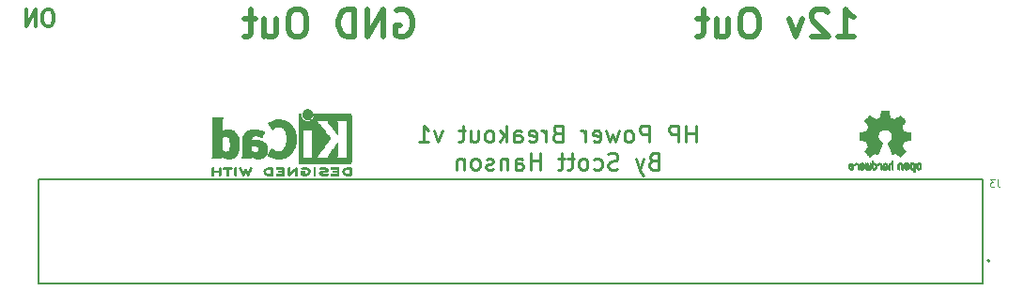
<source format=gbr>
G04 #@! TF.GenerationSoftware,KiCad,Pcbnew,(5.1.5)-3*
G04 #@! TF.CreationDate,2020-03-05T21:03:11-05:00*
G04 #@! TF.ProjectId,Power_Breakout,506f7765-725f-4427-9265-616b6f75742e,v1*
G04 #@! TF.SameCoordinates,Original*
G04 #@! TF.FileFunction,Legend,Bot*
G04 #@! TF.FilePolarity,Positive*
%FSLAX46Y46*%
G04 Gerber Fmt 4.6, Leading zero omitted, Abs format (unit mm)*
G04 Created by KiCad (PCBNEW (5.1.5)-3) date 2020-03-05 21:03:11*
%MOMM*%
%LPD*%
G04 APERTURE LIST*
%ADD10C,0.250000*%
%ADD11C,0.300000*%
%ADD12C,0.500000*%
%ADD13C,0.010000*%
%ADD14C,0.127000*%
%ADD15C,0.200000*%
%ADD16C,0.150000*%
%ADD17C,0.015000*%
G04 APERTURE END LIST*
D10*
X175090171Y-149288571D02*
X175090171Y-147788571D01*
X175090171Y-148502857D02*
X174233028Y-148502857D01*
X174233028Y-149288571D02*
X174233028Y-147788571D01*
X173518742Y-149288571D02*
X173518742Y-147788571D01*
X172947314Y-147788571D01*
X172804457Y-147860000D01*
X172733028Y-147931428D01*
X172661600Y-148074285D01*
X172661600Y-148288571D01*
X172733028Y-148431428D01*
X172804457Y-148502857D01*
X172947314Y-148574285D01*
X173518742Y-148574285D01*
X170875885Y-149288571D02*
X170875885Y-147788571D01*
X170304457Y-147788571D01*
X170161600Y-147860000D01*
X170090171Y-147931428D01*
X170018742Y-148074285D01*
X170018742Y-148288571D01*
X170090171Y-148431428D01*
X170161600Y-148502857D01*
X170304457Y-148574285D01*
X170875885Y-148574285D01*
X169161600Y-149288571D02*
X169304457Y-149217142D01*
X169375885Y-149145714D01*
X169447314Y-149002857D01*
X169447314Y-148574285D01*
X169375885Y-148431428D01*
X169304457Y-148360000D01*
X169161600Y-148288571D01*
X168947314Y-148288571D01*
X168804457Y-148360000D01*
X168733028Y-148431428D01*
X168661600Y-148574285D01*
X168661600Y-149002857D01*
X168733028Y-149145714D01*
X168804457Y-149217142D01*
X168947314Y-149288571D01*
X169161600Y-149288571D01*
X168161600Y-148288571D02*
X167875885Y-149288571D01*
X167590171Y-148574285D01*
X167304457Y-149288571D01*
X167018742Y-148288571D01*
X165875885Y-149217142D02*
X166018742Y-149288571D01*
X166304457Y-149288571D01*
X166447314Y-149217142D01*
X166518742Y-149074285D01*
X166518742Y-148502857D01*
X166447314Y-148360000D01*
X166304457Y-148288571D01*
X166018742Y-148288571D01*
X165875885Y-148360000D01*
X165804457Y-148502857D01*
X165804457Y-148645714D01*
X166518742Y-148788571D01*
X165161600Y-149288571D02*
X165161600Y-148288571D01*
X165161600Y-148574285D02*
X165090171Y-148431428D01*
X165018742Y-148360000D01*
X164875885Y-148288571D01*
X164733028Y-148288571D01*
X162590171Y-148502857D02*
X162375885Y-148574285D01*
X162304457Y-148645714D01*
X162233028Y-148788571D01*
X162233028Y-149002857D01*
X162304457Y-149145714D01*
X162375885Y-149217142D01*
X162518742Y-149288571D01*
X163090171Y-149288571D01*
X163090171Y-147788571D01*
X162590171Y-147788571D01*
X162447314Y-147860000D01*
X162375885Y-147931428D01*
X162304457Y-148074285D01*
X162304457Y-148217142D01*
X162375885Y-148360000D01*
X162447314Y-148431428D01*
X162590171Y-148502857D01*
X163090171Y-148502857D01*
X161590171Y-149288571D02*
X161590171Y-148288571D01*
X161590171Y-148574285D02*
X161518742Y-148431428D01*
X161447314Y-148360000D01*
X161304457Y-148288571D01*
X161161600Y-148288571D01*
X160090171Y-149217142D02*
X160233028Y-149288571D01*
X160518742Y-149288571D01*
X160661600Y-149217142D01*
X160733028Y-149074285D01*
X160733028Y-148502857D01*
X160661600Y-148360000D01*
X160518742Y-148288571D01*
X160233028Y-148288571D01*
X160090171Y-148360000D01*
X160018742Y-148502857D01*
X160018742Y-148645714D01*
X160733028Y-148788571D01*
X158733028Y-149288571D02*
X158733028Y-148502857D01*
X158804457Y-148360000D01*
X158947314Y-148288571D01*
X159233028Y-148288571D01*
X159375885Y-148360000D01*
X158733028Y-149217142D02*
X158875885Y-149288571D01*
X159233028Y-149288571D01*
X159375885Y-149217142D01*
X159447314Y-149074285D01*
X159447314Y-148931428D01*
X159375885Y-148788571D01*
X159233028Y-148717142D01*
X158875885Y-148717142D01*
X158733028Y-148645714D01*
X158018742Y-149288571D02*
X158018742Y-147788571D01*
X157875885Y-148717142D02*
X157447314Y-149288571D01*
X157447314Y-148288571D02*
X158018742Y-148860000D01*
X156590171Y-149288571D02*
X156733028Y-149217142D01*
X156804457Y-149145714D01*
X156875885Y-149002857D01*
X156875885Y-148574285D01*
X156804457Y-148431428D01*
X156733028Y-148360000D01*
X156590171Y-148288571D01*
X156375885Y-148288571D01*
X156233028Y-148360000D01*
X156161600Y-148431428D01*
X156090171Y-148574285D01*
X156090171Y-149002857D01*
X156161600Y-149145714D01*
X156233028Y-149217142D01*
X156375885Y-149288571D01*
X156590171Y-149288571D01*
X154804457Y-148288571D02*
X154804457Y-149288571D01*
X155447314Y-148288571D02*
X155447314Y-149074285D01*
X155375885Y-149217142D01*
X155233028Y-149288571D01*
X155018742Y-149288571D01*
X154875885Y-149217142D01*
X154804457Y-149145714D01*
X154304457Y-148288571D02*
X153733028Y-148288571D01*
X154090171Y-147788571D02*
X154090171Y-149074285D01*
X154018742Y-149217142D01*
X153875885Y-149288571D01*
X153733028Y-149288571D01*
X152233028Y-148288571D02*
X151875885Y-149288571D01*
X151518742Y-148288571D01*
X150161600Y-149288571D02*
X151018742Y-149288571D01*
X150590171Y-149288571D02*
X150590171Y-147788571D01*
X150733028Y-148002857D01*
X150875885Y-148145714D01*
X151018742Y-148217142D01*
X171268742Y-151002857D02*
X171054457Y-151074285D01*
X170983028Y-151145714D01*
X170911600Y-151288571D01*
X170911600Y-151502857D01*
X170983028Y-151645714D01*
X171054457Y-151717142D01*
X171197314Y-151788571D01*
X171768742Y-151788571D01*
X171768742Y-150288571D01*
X171268742Y-150288571D01*
X171125885Y-150360000D01*
X171054457Y-150431428D01*
X170983028Y-150574285D01*
X170983028Y-150717142D01*
X171054457Y-150860000D01*
X171125885Y-150931428D01*
X171268742Y-151002857D01*
X171768742Y-151002857D01*
X170411600Y-150788571D02*
X170054457Y-151788571D01*
X169697314Y-150788571D02*
X170054457Y-151788571D01*
X170197314Y-152145714D01*
X170268742Y-152217142D01*
X170411600Y-152288571D01*
X168054457Y-151717142D02*
X167840171Y-151788571D01*
X167483028Y-151788571D01*
X167340171Y-151717142D01*
X167268742Y-151645714D01*
X167197314Y-151502857D01*
X167197314Y-151360000D01*
X167268742Y-151217142D01*
X167340171Y-151145714D01*
X167483028Y-151074285D01*
X167768742Y-151002857D01*
X167911600Y-150931428D01*
X167983028Y-150860000D01*
X168054457Y-150717142D01*
X168054457Y-150574285D01*
X167983028Y-150431428D01*
X167911600Y-150360000D01*
X167768742Y-150288571D01*
X167411600Y-150288571D01*
X167197314Y-150360000D01*
X165911600Y-151717142D02*
X166054457Y-151788571D01*
X166340171Y-151788571D01*
X166483028Y-151717142D01*
X166554457Y-151645714D01*
X166625885Y-151502857D01*
X166625885Y-151074285D01*
X166554457Y-150931428D01*
X166483028Y-150860000D01*
X166340171Y-150788571D01*
X166054457Y-150788571D01*
X165911600Y-150860000D01*
X165054457Y-151788571D02*
X165197314Y-151717142D01*
X165268742Y-151645714D01*
X165340171Y-151502857D01*
X165340171Y-151074285D01*
X165268742Y-150931428D01*
X165197314Y-150860000D01*
X165054457Y-150788571D01*
X164840171Y-150788571D01*
X164697314Y-150860000D01*
X164625885Y-150931428D01*
X164554457Y-151074285D01*
X164554457Y-151502857D01*
X164625885Y-151645714D01*
X164697314Y-151717142D01*
X164840171Y-151788571D01*
X165054457Y-151788571D01*
X164125885Y-150788571D02*
X163554457Y-150788571D01*
X163911600Y-150288571D02*
X163911600Y-151574285D01*
X163840171Y-151717142D01*
X163697314Y-151788571D01*
X163554457Y-151788571D01*
X163268742Y-150788571D02*
X162697314Y-150788571D01*
X163054457Y-150288571D02*
X163054457Y-151574285D01*
X162983028Y-151717142D01*
X162840171Y-151788571D01*
X162697314Y-151788571D01*
X161054457Y-151788571D02*
X161054457Y-150288571D01*
X161054457Y-151002857D02*
X160197314Y-151002857D01*
X160197314Y-151788571D02*
X160197314Y-150288571D01*
X158840171Y-151788571D02*
X158840171Y-151002857D01*
X158911600Y-150860000D01*
X159054457Y-150788571D01*
X159340171Y-150788571D01*
X159483028Y-150860000D01*
X158840171Y-151717142D02*
X158983028Y-151788571D01*
X159340171Y-151788571D01*
X159483028Y-151717142D01*
X159554457Y-151574285D01*
X159554457Y-151431428D01*
X159483028Y-151288571D01*
X159340171Y-151217142D01*
X158983028Y-151217142D01*
X158840171Y-151145714D01*
X158125885Y-150788571D02*
X158125885Y-151788571D01*
X158125885Y-150931428D02*
X158054457Y-150860000D01*
X157911600Y-150788571D01*
X157697314Y-150788571D01*
X157554457Y-150860000D01*
X157483028Y-151002857D01*
X157483028Y-151788571D01*
X156840171Y-151717142D02*
X156697314Y-151788571D01*
X156411600Y-151788571D01*
X156268742Y-151717142D01*
X156197314Y-151574285D01*
X156197314Y-151502857D01*
X156268742Y-151360000D01*
X156411600Y-151288571D01*
X156625885Y-151288571D01*
X156768742Y-151217142D01*
X156840171Y-151074285D01*
X156840171Y-151002857D01*
X156768742Y-150860000D01*
X156625885Y-150788571D01*
X156411600Y-150788571D01*
X156268742Y-150860000D01*
X155340171Y-151788571D02*
X155483028Y-151717142D01*
X155554457Y-151645714D01*
X155625885Y-151502857D01*
X155625885Y-151074285D01*
X155554457Y-150931428D01*
X155483028Y-150860000D01*
X155340171Y-150788571D01*
X155125885Y-150788571D01*
X154983028Y-150860000D01*
X154911600Y-150931428D01*
X154840171Y-151074285D01*
X154840171Y-151502857D01*
X154911600Y-151645714D01*
X154983028Y-151717142D01*
X155125885Y-151788571D01*
X155340171Y-151788571D01*
X154197314Y-150788571D02*
X154197314Y-151788571D01*
X154197314Y-150931428D02*
X154125885Y-150860000D01*
X153983028Y-150788571D01*
X153768742Y-150788571D01*
X153625885Y-150860000D01*
X153554457Y-151002857D01*
X153554457Y-151788571D01*
D11*
X116879571Y-137354571D02*
X116593857Y-137354571D01*
X116451000Y-137426000D01*
X116308142Y-137568857D01*
X116236714Y-137854571D01*
X116236714Y-138354571D01*
X116308142Y-138640285D01*
X116451000Y-138783142D01*
X116593857Y-138854571D01*
X116879571Y-138854571D01*
X117022428Y-138783142D01*
X117165285Y-138640285D01*
X117236714Y-138354571D01*
X117236714Y-137854571D01*
X117165285Y-137568857D01*
X117022428Y-137426000D01*
X116879571Y-137354571D01*
X115593857Y-138854571D02*
X115593857Y-137354571D01*
X114736714Y-138854571D01*
X114736714Y-137354571D01*
D12*
X148124904Y-137434000D02*
X148363000Y-137314952D01*
X148720142Y-137314952D01*
X149077285Y-137434000D01*
X149315380Y-137672095D01*
X149434428Y-137910190D01*
X149553476Y-138386380D01*
X149553476Y-138743523D01*
X149434428Y-139219714D01*
X149315380Y-139457809D01*
X149077285Y-139695904D01*
X148720142Y-139814952D01*
X148482047Y-139814952D01*
X148124904Y-139695904D01*
X148005857Y-139576857D01*
X148005857Y-138743523D01*
X148482047Y-138743523D01*
X146934428Y-139814952D02*
X146934428Y-137314952D01*
X145505857Y-139814952D01*
X145505857Y-137314952D01*
X144315380Y-139814952D02*
X144315380Y-137314952D01*
X143720142Y-137314952D01*
X143363000Y-137434000D01*
X143124904Y-137672095D01*
X143005857Y-137910190D01*
X142886809Y-138386380D01*
X142886809Y-138743523D01*
X143005857Y-139219714D01*
X143124904Y-139457809D01*
X143363000Y-139695904D01*
X143720142Y-139814952D01*
X144315380Y-139814952D01*
X139434428Y-137314952D02*
X138958238Y-137314952D01*
X138720142Y-137434000D01*
X138482047Y-137672095D01*
X138363000Y-138148285D01*
X138363000Y-138981619D01*
X138482047Y-139457809D01*
X138720142Y-139695904D01*
X138958238Y-139814952D01*
X139434428Y-139814952D01*
X139672523Y-139695904D01*
X139910619Y-139457809D01*
X140029666Y-138981619D01*
X140029666Y-138148285D01*
X139910619Y-137672095D01*
X139672523Y-137434000D01*
X139434428Y-137314952D01*
X136220142Y-138148285D02*
X136220142Y-139814952D01*
X137291571Y-138148285D02*
X137291571Y-139457809D01*
X137172523Y-139695904D01*
X136934428Y-139814952D01*
X136577285Y-139814952D01*
X136339190Y-139695904D01*
X136220142Y-139576857D01*
X135386809Y-138148285D02*
X134434428Y-138148285D01*
X135029666Y-137314952D02*
X135029666Y-139457809D01*
X134910619Y-139695904D01*
X134672523Y-139814952D01*
X134434428Y-139814952D01*
X187907714Y-139814952D02*
X189336285Y-139814952D01*
X188622000Y-139814952D02*
X188622000Y-137314952D01*
X188860095Y-137672095D01*
X189098190Y-137910190D01*
X189336285Y-138029238D01*
X186955333Y-137553047D02*
X186836285Y-137434000D01*
X186598190Y-137314952D01*
X186002952Y-137314952D01*
X185764857Y-137434000D01*
X185645809Y-137553047D01*
X185526761Y-137791142D01*
X185526761Y-138029238D01*
X185645809Y-138386380D01*
X187074380Y-139814952D01*
X185526761Y-139814952D01*
X184693428Y-138148285D02*
X184098190Y-139814952D01*
X183502952Y-138148285D01*
X180169619Y-137314952D02*
X179693428Y-137314952D01*
X179455333Y-137434000D01*
X179217238Y-137672095D01*
X179098190Y-138148285D01*
X179098190Y-138981619D01*
X179217238Y-139457809D01*
X179455333Y-139695904D01*
X179693428Y-139814952D01*
X180169619Y-139814952D01*
X180407714Y-139695904D01*
X180645809Y-139457809D01*
X180764857Y-138981619D01*
X180764857Y-138148285D01*
X180645809Y-137672095D01*
X180407714Y-137434000D01*
X180169619Y-137314952D01*
X176955333Y-138148285D02*
X176955333Y-139814952D01*
X178026761Y-138148285D02*
X178026761Y-139457809D01*
X177907714Y-139695904D01*
X177669619Y-139814952D01*
X177312476Y-139814952D01*
X177074380Y-139695904D01*
X176955333Y-139576857D01*
X176122000Y-138148285D02*
X175169619Y-138148285D01*
X175764857Y-137314952D02*
X175764857Y-139457809D01*
X175645809Y-139695904D01*
X175407714Y-139814952D01*
X175169619Y-139814952D01*
D13*
G36*
X131515377Y-151575733D02*
G01*
X131483998Y-151597976D01*
X131456289Y-151625685D01*
X131456289Y-151935120D01*
X131456362Y-152026999D01*
X131456705Y-152099040D01*
X131457508Y-152153980D01*
X131458959Y-152194560D01*
X131461248Y-152223517D01*
X131464564Y-152243591D01*
X131469095Y-152257521D01*
X131475031Y-152268045D01*
X131479686Y-152274300D01*
X131510417Y-152298873D01*
X131545704Y-152301541D01*
X131577955Y-152286471D01*
X131588612Y-152277574D01*
X131595736Y-152265757D01*
X131600033Y-152246726D01*
X131602209Y-152216192D01*
X131602972Y-152169862D01*
X131603045Y-152134071D01*
X131603045Y-151999245D01*
X132099756Y-151999245D01*
X132099756Y-152121900D01*
X132100269Y-152177987D01*
X132102324Y-152216533D01*
X132106692Y-152242561D01*
X132114144Y-152261097D01*
X132123153Y-152274300D01*
X132154056Y-152298804D01*
X132189004Y-152301706D01*
X132222462Y-152284289D01*
X132231596Y-152275159D01*
X132238048Y-152263055D01*
X132242303Y-152244201D01*
X132244848Y-152214820D01*
X132246171Y-152171137D01*
X132246757Y-152109375D01*
X132246825Y-152095200D01*
X132247309Y-151978831D01*
X132247559Y-151882927D01*
X132247477Y-151805377D01*
X132246969Y-151744069D01*
X132245938Y-151696890D01*
X132244287Y-151661730D01*
X132241921Y-151636476D01*
X132238743Y-151619017D01*
X132234656Y-151607241D01*
X132229566Y-151599035D01*
X132223934Y-151592845D01*
X132192072Y-151573044D01*
X132158843Y-151575733D01*
X132127465Y-151597976D01*
X132114767Y-151612326D01*
X132106674Y-151628178D01*
X132102158Y-151650754D01*
X132100194Y-151685278D01*
X132099756Y-151736976D01*
X132099756Y-151852489D01*
X131603045Y-151852489D01*
X131603045Y-151733956D01*
X131602538Y-151679348D01*
X131600502Y-151642475D01*
X131596165Y-151618507D01*
X131588753Y-151602615D01*
X131580467Y-151592845D01*
X131548606Y-151573044D01*
X131515377Y-151575733D01*
G37*
X131515377Y-151575733D02*
X131483998Y-151597976D01*
X131456289Y-151625685D01*
X131456289Y-151935120D01*
X131456362Y-152026999D01*
X131456705Y-152099040D01*
X131457508Y-152153980D01*
X131458959Y-152194560D01*
X131461248Y-152223517D01*
X131464564Y-152243591D01*
X131469095Y-152257521D01*
X131475031Y-152268045D01*
X131479686Y-152274300D01*
X131510417Y-152298873D01*
X131545704Y-152301541D01*
X131577955Y-152286471D01*
X131588612Y-152277574D01*
X131595736Y-152265757D01*
X131600033Y-152246726D01*
X131602209Y-152216192D01*
X131602972Y-152169862D01*
X131603045Y-152134071D01*
X131603045Y-151999245D01*
X132099756Y-151999245D01*
X132099756Y-152121900D01*
X132100269Y-152177987D01*
X132102324Y-152216533D01*
X132106692Y-152242561D01*
X132114144Y-152261097D01*
X132123153Y-152274300D01*
X132154056Y-152298804D01*
X132189004Y-152301706D01*
X132222462Y-152284289D01*
X132231596Y-152275159D01*
X132238048Y-152263055D01*
X132242303Y-152244201D01*
X132244848Y-152214820D01*
X132246171Y-152171137D01*
X132246757Y-152109375D01*
X132246825Y-152095200D01*
X132247309Y-151978831D01*
X132247559Y-151882927D01*
X132247477Y-151805377D01*
X132246969Y-151744069D01*
X132245938Y-151696890D01*
X132244287Y-151661730D01*
X132241921Y-151636476D01*
X132238743Y-151619017D01*
X132234656Y-151607241D01*
X132229566Y-151599035D01*
X132223934Y-151592845D01*
X132192072Y-151573044D01*
X132158843Y-151575733D01*
X132127465Y-151597976D01*
X132114767Y-151612326D01*
X132106674Y-151628178D01*
X132102158Y-151650754D01*
X132100194Y-151685278D01*
X132099756Y-151736976D01*
X132099756Y-151852489D01*
X131603045Y-151852489D01*
X131603045Y-151733956D01*
X131602538Y-151679348D01*
X131600502Y-151642475D01*
X131596165Y-151618507D01*
X131588753Y-151602615D01*
X131580467Y-151592845D01*
X131548606Y-151573044D01*
X131515377Y-151575733D01*
G36*
X132781135Y-151570363D02*
G01*
X132702428Y-151570742D01*
X132641337Y-151571533D01*
X132595383Y-151572870D01*
X132562086Y-151574883D01*
X132538964Y-151577706D01*
X132523538Y-151581469D01*
X132513329Y-151586305D01*
X132508387Y-151590022D01*
X132482743Y-151622558D01*
X132479641Y-151656338D01*
X132495489Y-151687026D01*
X132505852Y-151699289D01*
X132517004Y-151707650D01*
X132533165Y-151712857D01*
X132558558Y-151715657D01*
X132597402Y-151716796D01*
X132653920Y-151717021D01*
X132665020Y-151717022D01*
X132810956Y-151717022D01*
X132810956Y-151987956D01*
X132811052Y-152073354D01*
X132811489Y-152139064D01*
X132812488Y-152187974D01*
X132814272Y-152222973D01*
X132817063Y-152246949D01*
X132821083Y-152262793D01*
X132826555Y-152273391D01*
X132833534Y-152281467D01*
X132866466Y-152301312D01*
X132900846Y-152299748D01*
X132932024Y-152277106D01*
X132934314Y-152274300D01*
X132941771Y-152263692D01*
X132947453Y-152251281D01*
X132951599Y-152234050D01*
X132954450Y-152208984D01*
X132956246Y-152173067D01*
X132957228Y-152123283D01*
X132957636Y-152056617D01*
X132957711Y-151980789D01*
X132957711Y-151717022D01*
X133097073Y-151717022D01*
X133156878Y-151716618D01*
X133198282Y-151715040D01*
X133225452Y-151711747D01*
X133242554Y-151706192D01*
X133253757Y-151697831D01*
X133255117Y-151696378D01*
X133271475Y-151663139D01*
X133270028Y-151625562D01*
X133251222Y-151592845D01*
X133243950Y-151586498D01*
X133234573Y-151581466D01*
X133220591Y-151577596D01*
X133199504Y-151574737D01*
X133168811Y-151572735D01*
X133126011Y-151571439D01*
X133068605Y-151570698D01*
X132994090Y-151570358D01*
X132899967Y-151570268D01*
X132879940Y-151570267D01*
X132781135Y-151570363D01*
G37*
X132781135Y-151570363D02*
X132702428Y-151570742D01*
X132641337Y-151571533D01*
X132595383Y-151572870D01*
X132562086Y-151574883D01*
X132538964Y-151577706D01*
X132523538Y-151581469D01*
X132513329Y-151586305D01*
X132508387Y-151590022D01*
X132482743Y-151622558D01*
X132479641Y-151656338D01*
X132495489Y-151687026D01*
X132505852Y-151699289D01*
X132517004Y-151707650D01*
X132533165Y-151712857D01*
X132558558Y-151715657D01*
X132597402Y-151716796D01*
X132653920Y-151717021D01*
X132665020Y-151717022D01*
X132810956Y-151717022D01*
X132810956Y-151987956D01*
X132811052Y-152073354D01*
X132811489Y-152139064D01*
X132812488Y-152187974D01*
X132814272Y-152222973D01*
X132817063Y-152246949D01*
X132821083Y-152262793D01*
X132826555Y-152273391D01*
X132833534Y-152281467D01*
X132866466Y-152301312D01*
X132900846Y-152299748D01*
X132932024Y-152277106D01*
X132934314Y-152274300D01*
X132941771Y-152263692D01*
X132947453Y-152251281D01*
X132951599Y-152234050D01*
X132954450Y-152208984D01*
X132956246Y-152173067D01*
X132957228Y-152123283D01*
X132957636Y-152056617D01*
X132957711Y-151980789D01*
X132957711Y-151717022D01*
X133097073Y-151717022D01*
X133156878Y-151716618D01*
X133198282Y-151715040D01*
X133225452Y-151711747D01*
X133242554Y-151706192D01*
X133253757Y-151697831D01*
X133255117Y-151696378D01*
X133271475Y-151663139D01*
X133270028Y-151625562D01*
X133251222Y-151592845D01*
X133243950Y-151586498D01*
X133234573Y-151581466D01*
X133220591Y-151577596D01*
X133199504Y-151574737D01*
X133168811Y-151572735D01*
X133126011Y-151571439D01*
X133068605Y-151570698D01*
X132994090Y-151570358D01*
X132899967Y-151570268D01*
X132879940Y-151570267D01*
X132781135Y-151570363D01*
G36*
X133555586Y-151577077D02*
G01*
X133531873Y-151591847D01*
X133505222Y-151613427D01*
X133505222Y-151934973D01*
X133505307Y-152029030D01*
X133505671Y-152103132D01*
X133506476Y-152159904D01*
X133507887Y-152201968D01*
X133510067Y-152231948D01*
X133513179Y-152252467D01*
X133517386Y-152266149D01*
X133522852Y-152275616D01*
X133526728Y-152280282D01*
X133558166Y-152300775D01*
X133593967Y-152299939D01*
X133625327Y-152282464D01*
X133651978Y-152260884D01*
X133651978Y-151613427D01*
X133625327Y-151591847D01*
X133599606Y-151576149D01*
X133578600Y-151570267D01*
X133555586Y-151577077D01*
G37*
X133555586Y-151577077D02*
X133531873Y-151591847D01*
X133505222Y-151613427D01*
X133505222Y-151934973D01*
X133505307Y-152029030D01*
X133505671Y-152103132D01*
X133506476Y-152159904D01*
X133507887Y-152201968D01*
X133510067Y-152231948D01*
X133513179Y-152252467D01*
X133517386Y-152266149D01*
X133522852Y-152275616D01*
X133526728Y-152280282D01*
X133558166Y-152300775D01*
X133593967Y-152299939D01*
X133625327Y-152282464D01*
X133651978Y-152260884D01*
X133651978Y-151613427D01*
X133625327Y-151591847D01*
X133599606Y-151576149D01*
X133578600Y-151570267D01*
X133555586Y-151577077D01*
G36*
X133999535Y-151572234D02*
G01*
X133979945Y-151579235D01*
X133979190Y-151579577D01*
X133952587Y-151599878D01*
X133937930Y-151620761D01*
X133935062Y-151630552D01*
X133935204Y-151643561D01*
X133939239Y-151662095D01*
X133948054Y-151688457D01*
X133962531Y-151724952D01*
X133983555Y-151773887D01*
X134012012Y-151837565D01*
X134048785Y-151918293D01*
X134069025Y-151962416D01*
X134105575Y-152041185D01*
X134139885Y-152113623D01*
X134170648Y-152177080D01*
X134196552Y-152228908D01*
X134216290Y-152266459D01*
X134228550Y-152287084D01*
X134230976Y-152289933D01*
X134262017Y-152302502D01*
X134297079Y-152300819D01*
X134325200Y-152285532D01*
X134326346Y-152284289D01*
X134337532Y-152267354D01*
X134356296Y-152234370D01*
X134380325Y-152189580D01*
X134407303Y-152137232D01*
X134416999Y-152117942D01*
X134490186Y-151971350D01*
X134569960Y-152130593D01*
X134598433Y-152185615D01*
X134624850Y-152233332D01*
X134647052Y-152270093D01*
X134662881Y-152292244D01*
X134668246Y-152296941D01*
X134709943Y-152303302D01*
X134744351Y-152289933D01*
X134754472Y-152275646D01*
X134771986Y-152243892D01*
X134795465Y-152197797D01*
X134823480Y-152140485D01*
X134854601Y-152075080D01*
X134887401Y-152004707D01*
X134920450Y-151932491D01*
X134952319Y-151861555D01*
X134981581Y-151795025D01*
X135006805Y-151736026D01*
X135026564Y-151687681D01*
X135039428Y-151653115D01*
X135043969Y-151635453D01*
X135043923Y-151634813D01*
X135032874Y-151612588D01*
X135010790Y-151589953D01*
X135009490Y-151588968D01*
X134982347Y-151573625D01*
X134957242Y-151573774D01*
X134947832Y-151576666D01*
X134936366Y-151582918D01*
X134924190Y-151595214D01*
X134909843Y-151616108D01*
X134891864Y-151648149D01*
X134868793Y-151693888D01*
X134839170Y-151755877D01*
X134812455Y-151813098D01*
X134781720Y-151879426D01*
X134754179Y-151939074D01*
X134731262Y-151988925D01*
X134714402Y-152025864D01*
X134705027Y-152046773D01*
X134703660Y-152050045D01*
X134697511Y-152044697D01*
X134683378Y-152022309D01*
X134663143Y-151986146D01*
X134638685Y-151939477D01*
X134628952Y-151920222D01*
X134595983Y-151855204D01*
X134570557Y-151807854D01*
X134550588Y-151775419D01*
X134533990Y-151755146D01*
X134518676Y-151744282D01*
X134502560Y-151740075D01*
X134492057Y-151739600D01*
X134473530Y-151741242D01*
X134457296Y-151748031D01*
X134441165Y-151762766D01*
X134422949Y-151788244D01*
X134400461Y-151827261D01*
X134371511Y-151882614D01*
X134355538Y-151914103D01*
X134329630Y-151964287D01*
X134307033Y-152005904D01*
X134289742Y-152035442D01*
X134279750Y-152049389D01*
X134278391Y-152049970D01*
X134271939Y-152038993D01*
X134257492Y-152010490D01*
X134236497Y-151967444D01*
X134210403Y-151912838D01*
X134180654Y-151849654D01*
X134166020Y-151818271D01*
X134127950Y-151737278D01*
X134097295Y-151674956D01*
X134072463Y-151629271D01*
X134051863Y-151598189D01*
X134033902Y-151579678D01*
X134016990Y-151571704D01*
X133999535Y-151572234D01*
G37*
X133999535Y-151572234D02*
X133979945Y-151579235D01*
X133979190Y-151579577D01*
X133952587Y-151599878D01*
X133937930Y-151620761D01*
X133935062Y-151630552D01*
X133935204Y-151643561D01*
X133939239Y-151662095D01*
X133948054Y-151688457D01*
X133962531Y-151724952D01*
X133983555Y-151773887D01*
X134012012Y-151837565D01*
X134048785Y-151918293D01*
X134069025Y-151962416D01*
X134105575Y-152041185D01*
X134139885Y-152113623D01*
X134170648Y-152177080D01*
X134196552Y-152228908D01*
X134216290Y-152266459D01*
X134228550Y-152287084D01*
X134230976Y-152289933D01*
X134262017Y-152302502D01*
X134297079Y-152300819D01*
X134325200Y-152285532D01*
X134326346Y-152284289D01*
X134337532Y-152267354D01*
X134356296Y-152234370D01*
X134380325Y-152189580D01*
X134407303Y-152137232D01*
X134416999Y-152117942D01*
X134490186Y-151971350D01*
X134569960Y-152130593D01*
X134598433Y-152185615D01*
X134624850Y-152233332D01*
X134647052Y-152270093D01*
X134662881Y-152292244D01*
X134668246Y-152296941D01*
X134709943Y-152303302D01*
X134744351Y-152289933D01*
X134754472Y-152275646D01*
X134771986Y-152243892D01*
X134795465Y-152197797D01*
X134823480Y-152140485D01*
X134854601Y-152075080D01*
X134887401Y-152004707D01*
X134920450Y-151932491D01*
X134952319Y-151861555D01*
X134981581Y-151795025D01*
X135006805Y-151736026D01*
X135026564Y-151687681D01*
X135039428Y-151653115D01*
X135043969Y-151635453D01*
X135043923Y-151634813D01*
X135032874Y-151612588D01*
X135010790Y-151589953D01*
X135009490Y-151588968D01*
X134982347Y-151573625D01*
X134957242Y-151573774D01*
X134947832Y-151576666D01*
X134936366Y-151582918D01*
X134924190Y-151595214D01*
X134909843Y-151616108D01*
X134891864Y-151648149D01*
X134868793Y-151693888D01*
X134839170Y-151755877D01*
X134812455Y-151813098D01*
X134781720Y-151879426D01*
X134754179Y-151939074D01*
X134731262Y-151988925D01*
X134714402Y-152025864D01*
X134705027Y-152046773D01*
X134703660Y-152050045D01*
X134697511Y-152044697D01*
X134683378Y-152022309D01*
X134663143Y-151986146D01*
X134638685Y-151939477D01*
X134628952Y-151920222D01*
X134595983Y-151855204D01*
X134570557Y-151807854D01*
X134550588Y-151775419D01*
X134533990Y-151755146D01*
X134518676Y-151744282D01*
X134502560Y-151740075D01*
X134492057Y-151739600D01*
X134473530Y-151741242D01*
X134457296Y-151748031D01*
X134441165Y-151762766D01*
X134422949Y-151788244D01*
X134400461Y-151827261D01*
X134371511Y-151882614D01*
X134355538Y-151914103D01*
X134329630Y-151964287D01*
X134307033Y-152005904D01*
X134289742Y-152035442D01*
X134279750Y-152049389D01*
X134278391Y-152049970D01*
X134271939Y-152038993D01*
X134257492Y-152010490D01*
X134236497Y-151967444D01*
X134210403Y-151912838D01*
X134180654Y-151849654D01*
X134166020Y-151818271D01*
X134127950Y-151737278D01*
X134097295Y-151674956D01*
X134072463Y-151629271D01*
X134051863Y-151598189D01*
X134033902Y-151579678D01*
X134016990Y-151571704D01*
X133999535Y-151572234D01*
G36*
X136725891Y-151570475D02*
G01*
X136596912Y-151574836D01*
X136487209Y-151588061D01*
X136394974Y-151610941D01*
X136318398Y-151644270D01*
X136255673Y-151688838D01*
X136204988Y-151745436D01*
X136164537Y-151814858D01*
X136163741Y-151816551D01*
X136139599Y-151878683D01*
X136130997Y-151933709D01*
X136137969Y-151989087D01*
X136160546Y-152052273D01*
X136164828Y-152061889D01*
X136194028Y-152118166D01*
X136226844Y-152161651D01*
X136269198Y-152198617D01*
X136327010Y-152235335D01*
X136330369Y-152237252D01*
X136380696Y-152261427D01*
X136437579Y-152279482D01*
X136504673Y-152292039D01*
X136585635Y-152299722D01*
X136684118Y-152303153D01*
X136718914Y-152303451D01*
X136884606Y-152304045D01*
X136908003Y-152274300D01*
X136914943Y-152264519D01*
X136920358Y-152253097D01*
X136924435Y-152237295D01*
X136927363Y-152214375D01*
X136929333Y-152181596D01*
X136929975Y-152157289D01*
X136773356Y-152157289D01*
X136679474Y-152157289D01*
X136624536Y-152155683D01*
X136568140Y-152151455D01*
X136521855Y-152145492D01*
X136519061Y-152144990D01*
X136436852Y-152122936D01*
X136373086Y-152089800D01*
X136325748Y-152044047D01*
X136292818Y-151984139D01*
X136287092Y-151968261D01*
X136281479Y-151943533D01*
X136283909Y-151919102D01*
X136295733Y-151886600D01*
X136302860Y-151870634D01*
X136326200Y-151828206D01*
X136354320Y-151798440D01*
X136385260Y-151777711D01*
X136447234Y-151750737D01*
X136526549Y-151731198D01*
X136618947Y-151719946D01*
X136685867Y-151717470D01*
X136773356Y-151717022D01*
X136773356Y-152157289D01*
X136929975Y-152157289D01*
X136930532Y-152136221D01*
X136931150Y-152075511D01*
X136931375Y-151996726D01*
X136931400Y-151935120D01*
X136931400Y-151625685D01*
X136903691Y-151597976D01*
X136891394Y-151586744D01*
X136878097Y-151579053D01*
X136859528Y-151574240D01*
X136831414Y-151571646D01*
X136789483Y-151570610D01*
X136729463Y-151570470D01*
X136725891Y-151570475D01*
G37*
X136725891Y-151570475D02*
X136596912Y-151574836D01*
X136487209Y-151588061D01*
X136394974Y-151610941D01*
X136318398Y-151644270D01*
X136255673Y-151688838D01*
X136204988Y-151745436D01*
X136164537Y-151814858D01*
X136163741Y-151816551D01*
X136139599Y-151878683D01*
X136130997Y-151933709D01*
X136137969Y-151989087D01*
X136160546Y-152052273D01*
X136164828Y-152061889D01*
X136194028Y-152118166D01*
X136226844Y-152161651D01*
X136269198Y-152198617D01*
X136327010Y-152235335D01*
X136330369Y-152237252D01*
X136380696Y-152261427D01*
X136437579Y-152279482D01*
X136504673Y-152292039D01*
X136585635Y-152299722D01*
X136684118Y-152303153D01*
X136718914Y-152303451D01*
X136884606Y-152304045D01*
X136908003Y-152274300D01*
X136914943Y-152264519D01*
X136920358Y-152253097D01*
X136924435Y-152237295D01*
X136927363Y-152214375D01*
X136929333Y-152181596D01*
X136929975Y-152157289D01*
X136773356Y-152157289D01*
X136679474Y-152157289D01*
X136624536Y-152155683D01*
X136568140Y-152151455D01*
X136521855Y-152145492D01*
X136519061Y-152144990D01*
X136436852Y-152122936D01*
X136373086Y-152089800D01*
X136325748Y-152044047D01*
X136292818Y-151984139D01*
X136287092Y-151968261D01*
X136281479Y-151943533D01*
X136283909Y-151919102D01*
X136295733Y-151886600D01*
X136302860Y-151870634D01*
X136326200Y-151828206D01*
X136354320Y-151798440D01*
X136385260Y-151777711D01*
X136447234Y-151750737D01*
X136526549Y-151731198D01*
X136618947Y-151719946D01*
X136685867Y-151717470D01*
X136773356Y-151717022D01*
X136773356Y-152157289D01*
X136929975Y-152157289D01*
X136930532Y-152136221D01*
X136931150Y-152075511D01*
X136931375Y-151996726D01*
X136931400Y-151935120D01*
X136931400Y-151625685D01*
X136903691Y-151597976D01*
X136891394Y-151586744D01*
X136878097Y-151579053D01*
X136859528Y-151574240D01*
X136831414Y-151571646D01*
X136789483Y-151570610D01*
X136729463Y-151570470D01*
X136725891Y-151570475D01*
G36*
X137513857Y-151570460D02*
G01*
X137437499Y-151571374D01*
X137378983Y-151573511D01*
X137335945Y-151577375D01*
X137306017Y-151583467D01*
X137286832Y-151592290D01*
X137276024Y-151604346D01*
X137271227Y-151620139D01*
X137270073Y-151640170D01*
X137270067Y-151642535D01*
X137271069Y-151665192D01*
X137275804Y-151682703D01*
X137286867Y-151695774D01*
X137306852Y-151705113D01*
X137338354Y-151711427D01*
X137383968Y-151715422D01*
X137446287Y-151717806D01*
X137527907Y-151719286D01*
X137552923Y-151719614D01*
X137795000Y-151722667D01*
X137798386Y-151787578D01*
X137801771Y-151852489D01*
X137633624Y-151852489D01*
X137567934Y-151852731D01*
X137521028Y-151853756D01*
X137489117Y-151856011D01*
X137468409Y-151859942D01*
X137455116Y-151865998D01*
X137445445Y-151874624D01*
X137445383Y-151874693D01*
X137427844Y-151908312D01*
X137428478Y-151944648D01*
X137446886Y-151975623D01*
X137450529Y-151978807D01*
X137463459Y-151987012D01*
X137481176Y-151992721D01*
X137507630Y-151996362D01*
X137546768Y-151998367D01*
X137602538Y-151999164D01*
X137638206Y-151999245D01*
X137800645Y-151999245D01*
X137800645Y-152157289D01*
X137554039Y-152157289D01*
X137472620Y-152157431D01*
X137410790Y-152158014D01*
X137365563Y-152159268D01*
X137333952Y-152161427D01*
X137312969Y-152164723D01*
X137299627Y-152169389D01*
X137290939Y-152175657D01*
X137288750Y-152177933D01*
X137272586Y-152209480D01*
X137271403Y-152245368D01*
X137284664Y-152276485D01*
X137295157Y-152286471D01*
X137306071Y-152291969D01*
X137322983Y-152296222D01*
X137348567Y-152299380D01*
X137385499Y-152301592D01*
X137436454Y-152303006D01*
X137504106Y-152303772D01*
X137591131Y-152304038D01*
X137610806Y-152304045D01*
X137699289Y-152303987D01*
X137767973Y-152303667D01*
X137819636Y-152302867D01*
X137857055Y-152301367D01*
X137883010Y-152298949D01*
X137900278Y-152295394D01*
X137911638Y-152290482D01*
X137919868Y-152283995D01*
X137924383Y-152279338D01*
X137931179Y-152271089D01*
X137936488Y-152260869D01*
X137940494Y-152246000D01*
X137943379Y-152223802D01*
X137945326Y-152191593D01*
X137946519Y-152146696D01*
X137947139Y-152086428D01*
X137947371Y-152008111D01*
X137947400Y-151942194D01*
X137947329Y-151849828D01*
X137946992Y-151777317D01*
X137946202Y-151721937D01*
X137944774Y-151680965D01*
X137942521Y-151651678D01*
X137939257Y-151631353D01*
X137934796Y-151617266D01*
X137928952Y-151606695D01*
X137924003Y-151600011D01*
X137900606Y-151570267D01*
X137610426Y-151570267D01*
X137513857Y-151570460D01*
G37*
X137513857Y-151570460D02*
X137437499Y-151571374D01*
X137378983Y-151573511D01*
X137335945Y-151577375D01*
X137306017Y-151583467D01*
X137286832Y-151592290D01*
X137276024Y-151604346D01*
X137271227Y-151620139D01*
X137270073Y-151640170D01*
X137270067Y-151642535D01*
X137271069Y-151665192D01*
X137275804Y-151682703D01*
X137286867Y-151695774D01*
X137306852Y-151705113D01*
X137338354Y-151711427D01*
X137383968Y-151715422D01*
X137446287Y-151717806D01*
X137527907Y-151719286D01*
X137552923Y-151719614D01*
X137795000Y-151722667D01*
X137798386Y-151787578D01*
X137801771Y-151852489D01*
X137633624Y-151852489D01*
X137567934Y-151852731D01*
X137521028Y-151853756D01*
X137489117Y-151856011D01*
X137468409Y-151859942D01*
X137455116Y-151865998D01*
X137445445Y-151874624D01*
X137445383Y-151874693D01*
X137427844Y-151908312D01*
X137428478Y-151944648D01*
X137446886Y-151975623D01*
X137450529Y-151978807D01*
X137463459Y-151987012D01*
X137481176Y-151992721D01*
X137507630Y-151996362D01*
X137546768Y-151998367D01*
X137602538Y-151999164D01*
X137638206Y-151999245D01*
X137800645Y-151999245D01*
X137800645Y-152157289D01*
X137554039Y-152157289D01*
X137472620Y-152157431D01*
X137410790Y-152158014D01*
X137365563Y-152159268D01*
X137333952Y-152161427D01*
X137312969Y-152164723D01*
X137299627Y-152169389D01*
X137290939Y-152175657D01*
X137288750Y-152177933D01*
X137272586Y-152209480D01*
X137271403Y-152245368D01*
X137284664Y-152276485D01*
X137295157Y-152286471D01*
X137306071Y-152291969D01*
X137322983Y-152296222D01*
X137348567Y-152299380D01*
X137385499Y-152301592D01*
X137436454Y-152303006D01*
X137504106Y-152303772D01*
X137591131Y-152304038D01*
X137610806Y-152304045D01*
X137699289Y-152303987D01*
X137767973Y-152303667D01*
X137819636Y-152302867D01*
X137857055Y-152301367D01*
X137883010Y-152298949D01*
X137900278Y-152295394D01*
X137911638Y-152290482D01*
X137919868Y-152283995D01*
X137924383Y-152279338D01*
X137931179Y-152271089D01*
X137936488Y-152260869D01*
X137940494Y-152246000D01*
X137943379Y-152223802D01*
X137945326Y-152191593D01*
X137946519Y-152146696D01*
X137947139Y-152086428D01*
X137947371Y-152008111D01*
X137947400Y-151942194D01*
X137947329Y-151849828D01*
X137946992Y-151777317D01*
X137946202Y-151721937D01*
X137944774Y-151680965D01*
X137942521Y-151651678D01*
X137939257Y-151631353D01*
X137934796Y-151617266D01*
X137928952Y-151606695D01*
X137924003Y-151600011D01*
X137900606Y-151570267D01*
X137610426Y-151570267D01*
X137513857Y-151570460D01*
G36*
X139044314Y-151574648D02*
G01*
X139020748Y-151588473D01*
X138989935Y-151611081D01*
X138950278Y-151643538D01*
X138900180Y-151686908D01*
X138838043Y-151742258D01*
X138762272Y-151810651D01*
X138675534Y-151889284D01*
X138494911Y-152053078D01*
X138489267Y-151833229D01*
X138487229Y-151757551D01*
X138485263Y-151701194D01*
X138482934Y-151660906D01*
X138479806Y-151633435D01*
X138475445Y-151615529D01*
X138469416Y-151603937D01*
X138461284Y-151595408D01*
X138456972Y-151591823D01*
X138422441Y-151572870D01*
X138389583Y-151575641D01*
X138363518Y-151591833D01*
X138336867Y-151613399D01*
X138333552Y-151928351D01*
X138332635Y-152020979D01*
X138332168Y-152093744D01*
X138332313Y-152149361D01*
X138333232Y-152190542D01*
X138335087Y-152220003D01*
X138338039Y-152240455D01*
X138342250Y-152254613D01*
X138347882Y-152265191D01*
X138354127Y-152273674D01*
X138367639Y-152289407D01*
X138381083Y-152299836D01*
X138396324Y-152303839D01*
X138415226Y-152300294D01*
X138439655Y-152288079D01*
X138471473Y-152266071D01*
X138512548Y-152233149D01*
X138564742Y-152188191D01*
X138629922Y-152130075D01*
X138703756Y-152063299D01*
X138969045Y-151822658D01*
X138974689Y-152041789D01*
X138976731Y-152117328D01*
X138978702Y-152173554D01*
X138981039Y-152213724D01*
X138984181Y-152241096D01*
X138988564Y-152258928D01*
X138994624Y-152270479D01*
X139002800Y-152279007D01*
X139006984Y-152282482D01*
X139043965Y-152301572D01*
X139078908Y-152298693D01*
X139109336Y-152274300D01*
X139116297Y-152264486D01*
X139121723Y-152253026D01*
X139125803Y-152237168D01*
X139128729Y-152214163D01*
X139130692Y-152181262D01*
X139131883Y-152135716D01*
X139132492Y-152074773D01*
X139132711Y-151995686D01*
X139132734Y-151937156D01*
X139132660Y-151845607D01*
X139132313Y-151773887D01*
X139131501Y-151719245D01*
X139130033Y-151678932D01*
X139127719Y-151650198D01*
X139124367Y-151630293D01*
X139119788Y-151616468D01*
X139113789Y-151605972D01*
X139109336Y-151600011D01*
X139098050Y-151585891D01*
X139087501Y-151575229D01*
X139076093Y-151569092D01*
X139062230Y-151568543D01*
X139044314Y-151574648D01*
G37*
X139044314Y-151574648D02*
X139020748Y-151588473D01*
X138989935Y-151611081D01*
X138950278Y-151643538D01*
X138900180Y-151686908D01*
X138838043Y-151742258D01*
X138762272Y-151810651D01*
X138675534Y-151889284D01*
X138494911Y-152053078D01*
X138489267Y-151833229D01*
X138487229Y-151757551D01*
X138485263Y-151701194D01*
X138482934Y-151660906D01*
X138479806Y-151633435D01*
X138475445Y-151615529D01*
X138469416Y-151603937D01*
X138461284Y-151595408D01*
X138456972Y-151591823D01*
X138422441Y-151572870D01*
X138389583Y-151575641D01*
X138363518Y-151591833D01*
X138336867Y-151613399D01*
X138333552Y-151928351D01*
X138332635Y-152020979D01*
X138332168Y-152093744D01*
X138332313Y-152149361D01*
X138333232Y-152190542D01*
X138335087Y-152220003D01*
X138338039Y-152240455D01*
X138342250Y-152254613D01*
X138347882Y-152265191D01*
X138354127Y-152273674D01*
X138367639Y-152289407D01*
X138381083Y-152299836D01*
X138396324Y-152303839D01*
X138415226Y-152300294D01*
X138439655Y-152288079D01*
X138471473Y-152266071D01*
X138512548Y-152233149D01*
X138564742Y-152188191D01*
X138629922Y-152130075D01*
X138703756Y-152063299D01*
X138969045Y-151822658D01*
X138974689Y-152041789D01*
X138976731Y-152117328D01*
X138978702Y-152173554D01*
X138981039Y-152213724D01*
X138984181Y-152241096D01*
X138988564Y-152258928D01*
X138994624Y-152270479D01*
X139002800Y-152279007D01*
X139006984Y-152282482D01*
X139043965Y-152301572D01*
X139078908Y-152298693D01*
X139109336Y-152274300D01*
X139116297Y-152264486D01*
X139121723Y-152253026D01*
X139125803Y-152237168D01*
X139128729Y-152214163D01*
X139130692Y-152181262D01*
X139131883Y-152135716D01*
X139132492Y-152074773D01*
X139132711Y-151995686D01*
X139132734Y-151937156D01*
X139132660Y-151845607D01*
X139132313Y-151773887D01*
X139131501Y-151719245D01*
X139130033Y-151678932D01*
X139127719Y-151650198D01*
X139124367Y-151630293D01*
X139119788Y-151616468D01*
X139113789Y-151605972D01*
X139109336Y-151600011D01*
X139098050Y-151585891D01*
X139087501Y-151575229D01*
X139076093Y-151569092D01*
X139062230Y-151568543D01*
X139044314Y-151574648D01*
G36*
X139694281Y-151575799D02*
G01*
X139625765Y-151587295D01*
X139573143Y-151605167D01*
X139538908Y-151628699D01*
X139529579Y-151642124D01*
X139520093Y-151673348D01*
X139526477Y-151701595D01*
X139546630Y-151728382D01*
X139577945Y-151740913D01*
X139623383Y-151739896D01*
X139658526Y-151733106D01*
X139736619Y-151720171D01*
X139816426Y-151718942D01*
X139905755Y-151729441D01*
X139930429Y-151733890D01*
X140013491Y-151757308D01*
X140078473Y-151792145D01*
X140124661Y-151837804D01*
X140151345Y-151893694D01*
X140156863Y-151922588D01*
X140153251Y-151981212D01*
X140129929Y-152033079D01*
X140089024Y-152077178D01*
X140032659Y-152112499D01*
X139962960Y-152138029D01*
X139882052Y-152152759D01*
X139792060Y-152155678D01*
X139695110Y-152145775D01*
X139689636Y-152144841D01*
X139651075Y-152137659D01*
X139629694Y-152130721D01*
X139620427Y-152120427D01*
X139618206Y-152103176D01*
X139618156Y-152094041D01*
X139618156Y-152055689D01*
X139686631Y-152055689D01*
X139747100Y-152051547D01*
X139788365Y-152038347D01*
X139812375Y-152014930D01*
X139821077Y-151980136D01*
X139821183Y-151975594D01*
X139816092Y-151945854D01*
X139798633Y-151924619D01*
X139766139Y-151910566D01*
X139715943Y-151902373D01*
X139667323Y-151899361D01*
X139596656Y-151897633D01*
X139545398Y-151900270D01*
X139510439Y-151910000D01*
X139488670Y-151929553D01*
X139476980Y-151961656D01*
X139472260Y-152009038D01*
X139471400Y-152071271D01*
X139472809Y-152140735D01*
X139477048Y-152187986D01*
X139484136Y-152213212D01*
X139485511Y-152215188D01*
X139524428Y-152246708D01*
X139581486Y-152271670D01*
X139653069Y-152289540D01*
X139735558Y-152299786D01*
X139825339Y-152301873D01*
X139918792Y-152295268D01*
X139973756Y-152287156D01*
X140059966Y-152262754D01*
X140140092Y-152222862D01*
X140207177Y-152171087D01*
X140217373Y-152160739D01*
X140250502Y-152117235D01*
X140280394Y-152063318D01*
X140303557Y-152006792D01*
X140316498Y-151955459D01*
X140318058Y-151935744D01*
X140311418Y-151894619D01*
X140293768Y-151843452D01*
X140268497Y-151789594D01*
X140238989Y-151740395D01*
X140212919Y-151707534D01*
X140151965Y-151658652D01*
X140073169Y-151619745D01*
X139979357Y-151591694D01*
X139873350Y-151575379D01*
X139776200Y-151571392D01*
X139694281Y-151575799D01*
G37*
X139694281Y-151575799D02*
X139625765Y-151587295D01*
X139573143Y-151605167D01*
X139538908Y-151628699D01*
X139529579Y-151642124D01*
X139520093Y-151673348D01*
X139526477Y-151701595D01*
X139546630Y-151728382D01*
X139577945Y-151740913D01*
X139623383Y-151739896D01*
X139658526Y-151733106D01*
X139736619Y-151720171D01*
X139816426Y-151718942D01*
X139905755Y-151729441D01*
X139930429Y-151733890D01*
X140013491Y-151757308D01*
X140078473Y-151792145D01*
X140124661Y-151837804D01*
X140151345Y-151893694D01*
X140156863Y-151922588D01*
X140153251Y-151981212D01*
X140129929Y-152033079D01*
X140089024Y-152077178D01*
X140032659Y-152112499D01*
X139962960Y-152138029D01*
X139882052Y-152152759D01*
X139792060Y-152155678D01*
X139695110Y-152145775D01*
X139689636Y-152144841D01*
X139651075Y-152137659D01*
X139629694Y-152130721D01*
X139620427Y-152120427D01*
X139618206Y-152103176D01*
X139618156Y-152094041D01*
X139618156Y-152055689D01*
X139686631Y-152055689D01*
X139747100Y-152051547D01*
X139788365Y-152038347D01*
X139812375Y-152014930D01*
X139821077Y-151980136D01*
X139821183Y-151975594D01*
X139816092Y-151945854D01*
X139798633Y-151924619D01*
X139766139Y-151910566D01*
X139715943Y-151902373D01*
X139667323Y-151899361D01*
X139596656Y-151897633D01*
X139545398Y-151900270D01*
X139510439Y-151910000D01*
X139488670Y-151929553D01*
X139476980Y-151961656D01*
X139472260Y-152009038D01*
X139471400Y-152071271D01*
X139472809Y-152140735D01*
X139477048Y-152187986D01*
X139484136Y-152213212D01*
X139485511Y-152215188D01*
X139524428Y-152246708D01*
X139581486Y-152271670D01*
X139653069Y-152289540D01*
X139735558Y-152299786D01*
X139825339Y-152301873D01*
X139918792Y-152295268D01*
X139973756Y-152287156D01*
X140059966Y-152262754D01*
X140140092Y-152222862D01*
X140207177Y-152171087D01*
X140217373Y-152160739D01*
X140250502Y-152117235D01*
X140280394Y-152063318D01*
X140303557Y-152006792D01*
X140316498Y-151955459D01*
X140318058Y-151935744D01*
X140311418Y-151894619D01*
X140293768Y-151843452D01*
X140268497Y-151789594D01*
X140238989Y-151740395D01*
X140212919Y-151707534D01*
X140151965Y-151658652D01*
X140073169Y-151619745D01*
X139979357Y-151591694D01*
X139873350Y-151575379D01*
X139776200Y-151571392D01*
X139694281Y-151575799D01*
G36*
X140668022Y-151592845D02*
G01*
X140661442Y-151600418D01*
X140656279Y-151610187D01*
X140652364Y-151624771D01*
X140649524Y-151646785D01*
X140647587Y-151678848D01*
X140646383Y-151723575D01*
X140645739Y-151783585D01*
X140645484Y-151861494D01*
X140645445Y-151937156D01*
X140645514Y-152031002D01*
X140645838Y-152104889D01*
X140646586Y-152161432D01*
X140647932Y-152203249D01*
X140650046Y-152232957D01*
X140653100Y-152253173D01*
X140657266Y-152266514D01*
X140662716Y-152275598D01*
X140668022Y-152281467D01*
X140701026Y-152301147D01*
X140736191Y-152299381D01*
X140767655Y-152277917D01*
X140774884Y-152269537D01*
X140780534Y-152259814D01*
X140784799Y-152246061D01*
X140787873Y-152225589D01*
X140789952Y-152195712D01*
X140791230Y-152153741D01*
X140791901Y-152096989D01*
X140792159Y-152022767D01*
X140792200Y-151938737D01*
X140792200Y-151625685D01*
X140764491Y-151597976D01*
X140730337Y-151574663D01*
X140697206Y-151573823D01*
X140668022Y-151592845D01*
G37*
X140668022Y-151592845D02*
X140661442Y-151600418D01*
X140656279Y-151610187D01*
X140652364Y-151624771D01*
X140649524Y-151646785D01*
X140647587Y-151678848D01*
X140646383Y-151723575D01*
X140645739Y-151783585D01*
X140645484Y-151861494D01*
X140645445Y-151937156D01*
X140645514Y-152031002D01*
X140645838Y-152104889D01*
X140646586Y-152161432D01*
X140647932Y-152203249D01*
X140650046Y-152232957D01*
X140653100Y-152253173D01*
X140657266Y-152266514D01*
X140662716Y-152275598D01*
X140668022Y-152281467D01*
X140701026Y-152301147D01*
X140736191Y-152299381D01*
X140767655Y-152277917D01*
X140774884Y-152269537D01*
X140780534Y-152259814D01*
X140784799Y-152246061D01*
X140787873Y-152225589D01*
X140789952Y-152195712D01*
X140791230Y-152153741D01*
X140791901Y-152096989D01*
X140792159Y-152022767D01*
X140792200Y-151938737D01*
X140792200Y-151625685D01*
X140764491Y-151597976D01*
X140730337Y-151574663D01*
X140697206Y-151573823D01*
X140668022Y-151592845D01*
G36*
X141435903Y-151571551D02*
G01*
X141361088Y-151576781D01*
X141291506Y-151584950D01*
X141231202Y-151595750D01*
X141184220Y-151608873D01*
X141154606Y-151624013D01*
X141150060Y-151628469D01*
X141134254Y-151663050D01*
X141139047Y-151698551D01*
X141163564Y-151728925D01*
X141164734Y-151729796D01*
X141179154Y-151739154D01*
X141194208Y-151744076D01*
X141215205Y-151744673D01*
X141247457Y-151741061D01*
X141296273Y-151733354D01*
X141300200Y-151732705D01*
X141372939Y-151723769D01*
X141451417Y-151719361D01*
X141530127Y-151719319D01*
X141603561Y-151723479D01*
X141666211Y-151731679D01*
X141712570Y-151743757D01*
X141715616Y-151744971D01*
X141749248Y-151763815D01*
X141761064Y-151782885D01*
X141751814Y-151801639D01*
X141722247Y-151819537D01*
X141673111Y-151836037D01*
X141605157Y-151850596D01*
X141559845Y-151857606D01*
X141465656Y-151871089D01*
X141390744Y-151883414D01*
X141331917Y-151895649D01*
X141285985Y-151908861D01*
X141249755Y-151924117D01*
X141220038Y-151942485D01*
X141193642Y-151965031D01*
X141172430Y-151987171D01*
X141147265Y-152018019D01*
X141134881Y-152044545D01*
X141131008Y-152077226D01*
X141130867Y-152089195D01*
X141133776Y-152128912D01*
X141145402Y-152158459D01*
X141165523Y-152184686D01*
X141206416Y-152224776D01*
X141252017Y-152255349D01*
X141305713Y-152277403D01*
X141370892Y-152291935D01*
X141450944Y-152299941D01*
X141549257Y-152302418D01*
X141565489Y-152302377D01*
X141631049Y-152301018D01*
X141696066Y-152297930D01*
X141753452Y-152293556D01*
X141796122Y-152288340D01*
X141799572Y-152287741D01*
X141841996Y-152277691D01*
X141877980Y-152264996D01*
X141898350Y-152253390D01*
X141917307Y-152222772D01*
X141918627Y-152187118D01*
X141902285Y-152155344D01*
X141898629Y-152151751D01*
X141883515Y-152141076D01*
X141864615Y-152136476D01*
X141835362Y-152137259D01*
X141799851Y-152141327D01*
X141760170Y-152144962D01*
X141704545Y-152148028D01*
X141639606Y-152150253D01*
X141571985Y-152151364D01*
X141554200Y-152151437D01*
X141486328Y-152151164D01*
X141436654Y-152149846D01*
X141400810Y-152147027D01*
X141374424Y-152142250D01*
X141353126Y-152135057D01*
X141340326Y-152129067D01*
X141312200Y-152112433D01*
X141294268Y-152097368D01*
X141291647Y-152093097D01*
X141297176Y-152075463D01*
X141323460Y-152058392D01*
X141368678Y-152042658D01*
X141431008Y-152029038D01*
X141449371Y-152026004D01*
X141545290Y-152010938D01*
X141621841Y-151998346D01*
X141681980Y-151987311D01*
X141728660Y-151976920D01*
X141764837Y-151966256D01*
X141793465Y-151954405D01*
X141817498Y-151940451D01*
X141839892Y-151923481D01*
X141863602Y-151902578D01*
X141871580Y-151895249D01*
X141899553Y-151867899D01*
X141914360Y-151846229D01*
X141920152Y-151821432D01*
X141921089Y-151790183D01*
X141910775Y-151728905D01*
X141879952Y-151676840D01*
X141828795Y-151634158D01*
X141757483Y-151601025D01*
X141706600Y-151586164D01*
X141651300Y-151576566D01*
X141585053Y-151571136D01*
X141511906Y-151569567D01*
X141435903Y-151571551D01*
G37*
X141435903Y-151571551D02*
X141361088Y-151576781D01*
X141291506Y-151584950D01*
X141231202Y-151595750D01*
X141184220Y-151608873D01*
X141154606Y-151624013D01*
X141150060Y-151628469D01*
X141134254Y-151663050D01*
X141139047Y-151698551D01*
X141163564Y-151728925D01*
X141164734Y-151729796D01*
X141179154Y-151739154D01*
X141194208Y-151744076D01*
X141215205Y-151744673D01*
X141247457Y-151741061D01*
X141296273Y-151733354D01*
X141300200Y-151732705D01*
X141372939Y-151723769D01*
X141451417Y-151719361D01*
X141530127Y-151719319D01*
X141603561Y-151723479D01*
X141666211Y-151731679D01*
X141712570Y-151743757D01*
X141715616Y-151744971D01*
X141749248Y-151763815D01*
X141761064Y-151782885D01*
X141751814Y-151801639D01*
X141722247Y-151819537D01*
X141673111Y-151836037D01*
X141605157Y-151850596D01*
X141559845Y-151857606D01*
X141465656Y-151871089D01*
X141390744Y-151883414D01*
X141331917Y-151895649D01*
X141285985Y-151908861D01*
X141249755Y-151924117D01*
X141220038Y-151942485D01*
X141193642Y-151965031D01*
X141172430Y-151987171D01*
X141147265Y-152018019D01*
X141134881Y-152044545D01*
X141131008Y-152077226D01*
X141130867Y-152089195D01*
X141133776Y-152128912D01*
X141145402Y-152158459D01*
X141165523Y-152184686D01*
X141206416Y-152224776D01*
X141252017Y-152255349D01*
X141305713Y-152277403D01*
X141370892Y-152291935D01*
X141450944Y-152299941D01*
X141549257Y-152302418D01*
X141565489Y-152302377D01*
X141631049Y-152301018D01*
X141696066Y-152297930D01*
X141753452Y-152293556D01*
X141796122Y-152288340D01*
X141799572Y-152287741D01*
X141841996Y-152277691D01*
X141877980Y-152264996D01*
X141898350Y-152253390D01*
X141917307Y-152222772D01*
X141918627Y-152187118D01*
X141902285Y-152155344D01*
X141898629Y-152151751D01*
X141883515Y-152141076D01*
X141864615Y-152136476D01*
X141835362Y-152137259D01*
X141799851Y-152141327D01*
X141760170Y-152144962D01*
X141704545Y-152148028D01*
X141639606Y-152150253D01*
X141571985Y-152151364D01*
X141554200Y-152151437D01*
X141486328Y-152151164D01*
X141436654Y-152149846D01*
X141400810Y-152147027D01*
X141374424Y-152142250D01*
X141353126Y-152135057D01*
X141340326Y-152129067D01*
X141312200Y-152112433D01*
X141294268Y-152097368D01*
X141291647Y-152093097D01*
X141297176Y-152075463D01*
X141323460Y-152058392D01*
X141368678Y-152042658D01*
X141431008Y-152029038D01*
X141449371Y-152026004D01*
X141545290Y-152010938D01*
X141621841Y-151998346D01*
X141681980Y-151987311D01*
X141728660Y-151976920D01*
X141764837Y-151966256D01*
X141793465Y-151954405D01*
X141817498Y-151940451D01*
X141839892Y-151923481D01*
X141863602Y-151902578D01*
X141871580Y-151895249D01*
X141899553Y-151867899D01*
X141914360Y-151846229D01*
X141920152Y-151821432D01*
X141921089Y-151790183D01*
X141910775Y-151728905D01*
X141879952Y-151676840D01*
X141828795Y-151634158D01*
X141757483Y-151601025D01*
X141706600Y-151586164D01*
X141651300Y-151576566D01*
X141585053Y-151571136D01*
X141511906Y-151569567D01*
X141435903Y-151571551D01*
G36*
X142456994Y-151570346D02*
G01*
X142387586Y-151570718D01*
X142335197Y-151571585D01*
X142297047Y-151573146D01*
X142270359Y-151575603D01*
X142252353Y-151579157D01*
X142240249Y-151584010D01*
X142231269Y-151590361D01*
X142228018Y-151593284D01*
X142208243Y-151624342D01*
X142204682Y-151660028D01*
X142217691Y-151691710D01*
X142223706Y-151698113D01*
X142233435Y-151704321D01*
X142249101Y-151709110D01*
X142273608Y-151712714D01*
X142309861Y-151715364D01*
X142360765Y-151717295D01*
X142429226Y-151718739D01*
X142491817Y-151719618D01*
X142739534Y-151722667D01*
X142742919Y-151787578D01*
X142746305Y-151852489D01*
X142578158Y-151852489D01*
X142505159Y-151853119D01*
X142451717Y-151855753D01*
X142414828Y-151861509D01*
X142391488Y-151871504D01*
X142378694Y-151886856D01*
X142373442Y-151908682D01*
X142372645Y-151928938D01*
X142375123Y-151953792D01*
X142384477Y-151972106D01*
X142403583Y-151984837D01*
X142435318Y-151992941D01*
X142482559Y-151997376D01*
X142548183Y-151999099D01*
X142584001Y-151999245D01*
X142745178Y-151999245D01*
X142745178Y-152157289D01*
X142496822Y-152157289D01*
X142415413Y-152157402D01*
X142353542Y-152157912D01*
X142308168Y-152159070D01*
X142276254Y-152161130D01*
X142254759Y-152164346D01*
X142240643Y-152168972D01*
X142230868Y-152175259D01*
X142225889Y-152179867D01*
X142208810Y-152206760D01*
X142203311Y-152230667D01*
X142211163Y-152259867D01*
X142225889Y-152281467D01*
X142233746Y-152288266D01*
X142243888Y-152293546D01*
X142259044Y-152297498D01*
X142281941Y-152300313D01*
X142315309Y-152302182D01*
X142361875Y-152303298D01*
X142424367Y-152303851D01*
X142505514Y-152304033D01*
X142547622Y-152304045D01*
X142637798Y-152303965D01*
X142708124Y-152303598D01*
X142761329Y-152302752D01*
X142800140Y-152301236D01*
X142827287Y-152298859D01*
X142845498Y-152295429D01*
X142857500Y-152290754D01*
X142866022Y-152284644D01*
X142869356Y-152281467D01*
X142875955Y-152273870D01*
X142881127Y-152264070D01*
X142885046Y-152249439D01*
X142887884Y-152227352D01*
X142889815Y-152195182D01*
X142891012Y-152150303D01*
X142891648Y-152090089D01*
X142891897Y-152011913D01*
X142891934Y-151939123D01*
X142891900Y-151845907D01*
X142891665Y-151772631D01*
X142891030Y-151716658D01*
X142889794Y-151675351D01*
X142887756Y-151646072D01*
X142884717Y-151626184D01*
X142880477Y-151613050D01*
X142874835Y-151604032D01*
X142867591Y-151596493D01*
X142865806Y-151594812D01*
X142857145Y-151587372D01*
X142847082Y-151581609D01*
X142832825Y-151577312D01*
X142811583Y-151574264D01*
X142780564Y-151572251D01*
X142736977Y-151571060D01*
X142678031Y-151570475D01*
X142600934Y-151570283D01*
X142546201Y-151570267D01*
X142456994Y-151570346D01*
G37*
X142456994Y-151570346D02*
X142387586Y-151570718D01*
X142335197Y-151571585D01*
X142297047Y-151573146D01*
X142270359Y-151575603D01*
X142252353Y-151579157D01*
X142240249Y-151584010D01*
X142231269Y-151590361D01*
X142228018Y-151593284D01*
X142208243Y-151624342D01*
X142204682Y-151660028D01*
X142217691Y-151691710D01*
X142223706Y-151698113D01*
X142233435Y-151704321D01*
X142249101Y-151709110D01*
X142273608Y-151712714D01*
X142309861Y-151715364D01*
X142360765Y-151717295D01*
X142429226Y-151718739D01*
X142491817Y-151719618D01*
X142739534Y-151722667D01*
X142742919Y-151787578D01*
X142746305Y-151852489D01*
X142578158Y-151852489D01*
X142505159Y-151853119D01*
X142451717Y-151855753D01*
X142414828Y-151861509D01*
X142391488Y-151871504D01*
X142378694Y-151886856D01*
X142373442Y-151908682D01*
X142372645Y-151928938D01*
X142375123Y-151953792D01*
X142384477Y-151972106D01*
X142403583Y-151984837D01*
X142435318Y-151992941D01*
X142482559Y-151997376D01*
X142548183Y-151999099D01*
X142584001Y-151999245D01*
X142745178Y-151999245D01*
X142745178Y-152157289D01*
X142496822Y-152157289D01*
X142415413Y-152157402D01*
X142353542Y-152157912D01*
X142308168Y-152159070D01*
X142276254Y-152161130D01*
X142254759Y-152164346D01*
X142240643Y-152168972D01*
X142230868Y-152175259D01*
X142225889Y-152179867D01*
X142208810Y-152206760D01*
X142203311Y-152230667D01*
X142211163Y-152259867D01*
X142225889Y-152281467D01*
X142233746Y-152288266D01*
X142243888Y-152293546D01*
X142259044Y-152297498D01*
X142281941Y-152300313D01*
X142315309Y-152302182D01*
X142361875Y-152303298D01*
X142424367Y-152303851D01*
X142505514Y-152304033D01*
X142547622Y-152304045D01*
X142637798Y-152303965D01*
X142708124Y-152303598D01*
X142761329Y-152302752D01*
X142800140Y-152301236D01*
X142827287Y-152298859D01*
X142845498Y-152295429D01*
X142857500Y-152290754D01*
X142866022Y-152284644D01*
X142869356Y-152281467D01*
X142875955Y-152273870D01*
X142881127Y-152264070D01*
X142885046Y-152249439D01*
X142887884Y-152227352D01*
X142889815Y-152195182D01*
X142891012Y-152150303D01*
X142891648Y-152090089D01*
X142891897Y-152011913D01*
X142891934Y-151939123D01*
X142891900Y-151845907D01*
X142891665Y-151772631D01*
X142891030Y-151716658D01*
X142889794Y-151675351D01*
X142887756Y-151646072D01*
X142884717Y-151626184D01*
X142880477Y-151613050D01*
X142874835Y-151604032D01*
X142867591Y-151596493D01*
X142865806Y-151594812D01*
X142857145Y-151587372D01*
X142847082Y-151581609D01*
X142832825Y-151577312D01*
X142811583Y-151574264D01*
X142780564Y-151572251D01*
X142736977Y-151571060D01*
X142678031Y-151570475D01*
X142600934Y-151570283D01*
X142546201Y-151570267D01*
X142456994Y-151570346D01*
G36*
X143865571Y-151570266D02*
G01*
X143826089Y-151570667D01*
X143710400Y-151573459D01*
X143613511Y-151581750D01*
X143532119Y-151596432D01*
X143462923Y-151618393D01*
X143402620Y-151648522D01*
X143347908Y-151687710D01*
X143328367Y-151704732D01*
X143295950Y-151744563D01*
X143266720Y-151798613D01*
X143244191Y-151858523D01*
X143231879Y-151915939D01*
X143230600Y-151937156D01*
X143238617Y-151995969D01*
X143260099Y-152060213D01*
X143291199Y-152121021D01*
X143328066Y-152169530D01*
X143334054Y-152175382D01*
X143384779Y-152216521D01*
X143440325Y-152248635D01*
X143503896Y-152272565D01*
X143578694Y-152289153D01*
X143667922Y-152299241D01*
X143774782Y-152303669D01*
X143823728Y-152304045D01*
X143885962Y-152303745D01*
X143929728Y-152302492D01*
X143959131Y-152299754D01*
X143978279Y-152295001D01*
X143991277Y-152287701D01*
X143998245Y-152281467D01*
X144004826Y-152273894D01*
X144009988Y-152264124D01*
X144013903Y-152249540D01*
X144016743Y-152227526D01*
X144018680Y-152195464D01*
X144019884Y-152150736D01*
X144020528Y-152090726D01*
X144020783Y-152012817D01*
X144020822Y-151937156D01*
X144021070Y-151836241D01*
X144021017Y-151755627D01*
X144020057Y-151717022D01*
X143874067Y-151717022D01*
X143874067Y-152157289D01*
X143780934Y-152157204D01*
X143724893Y-152155596D01*
X143666199Y-152151456D01*
X143617228Y-152145664D01*
X143615738Y-152145426D01*
X143536592Y-152126290D01*
X143475202Y-152096487D01*
X143428505Y-152054078D01*
X143398835Y-152008161D01*
X143380553Y-151957226D01*
X143381971Y-151909400D01*
X143403188Y-151858133D01*
X143444689Y-151805099D01*
X143502198Y-151765800D01*
X143576950Y-151739531D01*
X143626908Y-151730235D01*
X143683616Y-151723707D01*
X143743719Y-151718982D01*
X143794839Y-151717017D01*
X143797867Y-151717008D01*
X143874067Y-151717022D01*
X144020057Y-151717022D01*
X144019460Y-151693051D01*
X144015198Y-151646255D01*
X144007030Y-151612978D01*
X143993756Y-151590959D01*
X143974174Y-151577939D01*
X143947083Y-151571657D01*
X143911282Y-151569853D01*
X143865571Y-151570266D01*
G37*
X143865571Y-151570266D02*
X143826089Y-151570667D01*
X143710400Y-151573459D01*
X143613511Y-151581750D01*
X143532119Y-151596432D01*
X143462923Y-151618393D01*
X143402620Y-151648522D01*
X143347908Y-151687710D01*
X143328367Y-151704732D01*
X143295950Y-151744563D01*
X143266720Y-151798613D01*
X143244191Y-151858523D01*
X143231879Y-151915939D01*
X143230600Y-151937156D01*
X143238617Y-151995969D01*
X143260099Y-152060213D01*
X143291199Y-152121021D01*
X143328066Y-152169530D01*
X143334054Y-152175382D01*
X143384779Y-152216521D01*
X143440325Y-152248635D01*
X143503896Y-152272565D01*
X143578694Y-152289153D01*
X143667922Y-152299241D01*
X143774782Y-152303669D01*
X143823728Y-152304045D01*
X143885962Y-152303745D01*
X143929728Y-152302492D01*
X143959131Y-152299754D01*
X143978279Y-152295001D01*
X143991277Y-152287701D01*
X143998245Y-152281467D01*
X144004826Y-152273894D01*
X144009988Y-152264124D01*
X144013903Y-152249540D01*
X144016743Y-152227526D01*
X144018680Y-152195464D01*
X144019884Y-152150736D01*
X144020528Y-152090726D01*
X144020783Y-152012817D01*
X144020822Y-151937156D01*
X144021070Y-151836241D01*
X144021017Y-151755627D01*
X144020057Y-151717022D01*
X143874067Y-151717022D01*
X143874067Y-152157289D01*
X143780934Y-152157204D01*
X143724893Y-152155596D01*
X143666199Y-152151456D01*
X143617228Y-152145664D01*
X143615738Y-152145426D01*
X143536592Y-152126290D01*
X143475202Y-152096487D01*
X143428505Y-152054078D01*
X143398835Y-152008161D01*
X143380553Y-151957226D01*
X143381971Y-151909400D01*
X143403188Y-151858133D01*
X143444689Y-151805099D01*
X143502198Y-151765800D01*
X143576950Y-151739531D01*
X143626908Y-151730235D01*
X143683616Y-151723707D01*
X143743719Y-151718982D01*
X143794839Y-151717017D01*
X143797867Y-151717008D01*
X143874067Y-151717022D01*
X144020057Y-151717022D01*
X144019460Y-151693051D01*
X144015198Y-151646255D01*
X144007030Y-151612978D01*
X143993756Y-151590959D01*
X143974174Y-151577939D01*
X143947083Y-151571657D01*
X143911282Y-151569853D01*
X143865571Y-151570266D01*
G36*
X140017243Y-146327771D02*
G01*
X139920968Y-146352009D01*
X139834384Y-146394841D01*
X139759573Y-146454619D01*
X139698618Y-146529694D01*
X139653599Y-146618420D01*
X139627336Y-146714730D01*
X139621486Y-146811995D01*
X139636340Y-146905854D01*
X139670040Y-146993711D01*
X139720728Y-147072970D01*
X139786545Y-147141036D01*
X139865634Y-147195312D01*
X139956134Y-147233202D01*
X140007400Y-147245626D01*
X140051898Y-147253147D01*
X140086199Y-147256119D01*
X140119160Y-147254294D01*
X140159634Y-147247425D01*
X140192731Y-147240450D01*
X140286147Y-147208941D01*
X140369819Y-147157817D01*
X140441865Y-147088629D01*
X140500400Y-147002928D01*
X140514348Y-146975689D01*
X140530786Y-146939322D01*
X140541094Y-146908782D01*
X140546660Y-146876650D01*
X140548869Y-146835507D01*
X140549148Y-146789422D01*
X140545061Y-146705065D01*
X140531646Y-146635786D01*
X140506456Y-146575161D01*
X140467046Y-146516767D01*
X140428498Y-146472502D01*
X140356606Y-146406684D01*
X140281513Y-146361253D01*
X140198762Y-146334050D01*
X140121128Y-146323776D01*
X140017243Y-146327771D01*
G37*
X140017243Y-146327771D02*
X139920968Y-146352009D01*
X139834384Y-146394841D01*
X139759573Y-146454619D01*
X139698618Y-146529694D01*
X139653599Y-146618420D01*
X139627336Y-146714730D01*
X139621486Y-146811995D01*
X139636340Y-146905854D01*
X139670040Y-146993711D01*
X139720728Y-147072970D01*
X139786545Y-147141036D01*
X139865634Y-147195312D01*
X139956134Y-147233202D01*
X140007400Y-147245626D01*
X140051898Y-147253147D01*
X140086199Y-147256119D01*
X140119160Y-147254294D01*
X140159634Y-147247425D01*
X140192731Y-147240450D01*
X140286147Y-147208941D01*
X140369819Y-147157817D01*
X140441865Y-147088629D01*
X140500400Y-147002928D01*
X140514348Y-146975689D01*
X140530786Y-146939322D01*
X140541094Y-146908782D01*
X140546660Y-146876650D01*
X140548869Y-146835507D01*
X140549148Y-146789422D01*
X140545061Y-146705065D01*
X140531646Y-146635786D01*
X140506456Y-146575161D01*
X140467046Y-146516767D01*
X140428498Y-146472502D01*
X140356606Y-146406684D01*
X140281513Y-146361253D01*
X140198762Y-146334050D01*
X140121128Y-146323776D01*
X140017243Y-146327771D01*
G36*
X131557693Y-148773445D02*
G01*
X131557674Y-149007862D01*
X131557648Y-149220803D01*
X131557575Y-149413368D01*
X131557418Y-149586659D01*
X131557136Y-149741776D01*
X131556691Y-149879820D01*
X131556044Y-150001892D01*
X131555155Y-150109094D01*
X131553987Y-150202526D01*
X131552499Y-150283290D01*
X131550654Y-150352486D01*
X131548411Y-150411215D01*
X131545731Y-150460579D01*
X131542577Y-150501678D01*
X131538908Y-150535613D01*
X131534687Y-150563486D01*
X131529873Y-150586398D01*
X131524427Y-150605449D01*
X131518312Y-150621740D01*
X131511488Y-150636373D01*
X131503915Y-150650449D01*
X131495555Y-150665068D01*
X131490361Y-150674174D01*
X131456096Y-150734889D01*
X132314245Y-150734889D01*
X132314245Y-150638933D01*
X132314976Y-150595570D01*
X132316928Y-150562405D01*
X132319737Y-150544624D01*
X132320979Y-150542978D01*
X132332401Y-150549862D01*
X132355116Y-150567705D01*
X132377815Y-150587079D01*
X132432400Y-150627814D01*
X132501879Y-150668817D01*
X132578930Y-150706323D01*
X132656235Y-150736564D01*
X132687087Y-150746212D01*
X132755584Y-150760778D01*
X132838436Y-150770739D01*
X132927829Y-150775783D01*
X133015952Y-150775596D01*
X133094993Y-150769866D01*
X133132689Y-150764058D01*
X133270786Y-150725997D01*
X133398087Y-150668273D01*
X133513908Y-150591411D01*
X133617563Y-150495939D01*
X133708367Y-150382379D01*
X133775169Y-150271581D01*
X133830036Y-150154825D01*
X133872037Y-150035476D01*
X133902033Y-149909483D01*
X133920889Y-149772794D01*
X133929468Y-149621358D01*
X133930194Y-149543911D01*
X133928100Y-149487134D01*
X133098983Y-149487134D01*
X133098776Y-149580202D01*
X133095863Y-149667892D01*
X133090200Y-149744972D01*
X133081745Y-149806209D01*
X133079162Y-149818550D01*
X133047360Y-149925833D01*
X133005702Y-150012858D01*
X132953837Y-150079842D01*
X132891419Y-150127005D01*
X132818100Y-150154565D01*
X132733531Y-150162741D01*
X132637365Y-150151751D01*
X132573889Y-150136029D01*
X132524746Y-150117839D01*
X132470617Y-150091991D01*
X132429956Y-150068289D01*
X132359400Y-150021921D01*
X132359400Y-148871730D01*
X132426808Y-148828162D01*
X132505333Y-148787240D01*
X132589519Y-148760589D01*
X132674643Y-148748665D01*
X132755984Y-148751922D01*
X132828820Y-148770815D01*
X132860774Y-148786384D01*
X132918699Y-148829381D01*
X132967656Y-148886153D01*
X133008810Y-148958775D01*
X133043326Y-149049321D01*
X133072367Y-149159866D01*
X133073648Y-149165733D01*
X133083819Y-149227988D01*
X133091461Y-149305794D01*
X133096530Y-149393920D01*
X133098983Y-149487134D01*
X133928100Y-149487134D01*
X133922343Y-149331095D01*
X133900398Y-149135259D01*
X133864414Y-148956532D01*
X133814441Y-148795045D01*
X133750532Y-148650926D01*
X133672738Y-148524306D01*
X133581111Y-148415315D01*
X133475703Y-148324083D01*
X133430538Y-148293132D01*
X133329589Y-148236985D01*
X133226299Y-148197374D01*
X133116211Y-148173214D01*
X132994870Y-148163419D01*
X132902364Y-148164465D01*
X132772710Y-148175431D01*
X132660116Y-148197246D01*
X132561325Y-148230914D01*
X132473079Y-148277436D01*
X132424214Y-148311648D01*
X132394847Y-148333562D01*
X132373157Y-148348533D01*
X132364947Y-148352933D01*
X132363332Y-148342104D01*
X132362041Y-148311451D01*
X132361062Y-148263726D01*
X132360383Y-148201679D01*
X132359990Y-148128062D01*
X132359870Y-148045627D01*
X132360012Y-147957125D01*
X132360403Y-147865307D01*
X132361029Y-147772924D01*
X132361880Y-147682728D01*
X132362940Y-147597471D01*
X132364199Y-147519903D01*
X132365644Y-147452776D01*
X132367262Y-147398841D01*
X132369039Y-147360850D01*
X132369531Y-147353867D01*
X132377108Y-147283451D01*
X132388669Y-147228302D01*
X132406408Y-147181181D01*
X132432518Y-147134847D01*
X132438785Y-147125267D01*
X132463217Y-147088578D01*
X131557889Y-147088578D01*
X131557693Y-148773445D01*
G37*
X131557693Y-148773445D02*
X131557674Y-149007862D01*
X131557648Y-149220803D01*
X131557575Y-149413368D01*
X131557418Y-149586659D01*
X131557136Y-149741776D01*
X131556691Y-149879820D01*
X131556044Y-150001892D01*
X131555155Y-150109094D01*
X131553987Y-150202526D01*
X131552499Y-150283290D01*
X131550654Y-150352486D01*
X131548411Y-150411215D01*
X131545731Y-150460579D01*
X131542577Y-150501678D01*
X131538908Y-150535613D01*
X131534687Y-150563486D01*
X131529873Y-150586398D01*
X131524427Y-150605449D01*
X131518312Y-150621740D01*
X131511488Y-150636373D01*
X131503915Y-150650449D01*
X131495555Y-150665068D01*
X131490361Y-150674174D01*
X131456096Y-150734889D01*
X132314245Y-150734889D01*
X132314245Y-150638933D01*
X132314976Y-150595570D01*
X132316928Y-150562405D01*
X132319737Y-150544624D01*
X132320979Y-150542978D01*
X132332401Y-150549862D01*
X132355116Y-150567705D01*
X132377815Y-150587079D01*
X132432400Y-150627814D01*
X132501879Y-150668817D01*
X132578930Y-150706323D01*
X132656235Y-150736564D01*
X132687087Y-150746212D01*
X132755584Y-150760778D01*
X132838436Y-150770739D01*
X132927829Y-150775783D01*
X133015952Y-150775596D01*
X133094993Y-150769866D01*
X133132689Y-150764058D01*
X133270786Y-150725997D01*
X133398087Y-150668273D01*
X133513908Y-150591411D01*
X133617563Y-150495939D01*
X133708367Y-150382379D01*
X133775169Y-150271581D01*
X133830036Y-150154825D01*
X133872037Y-150035476D01*
X133902033Y-149909483D01*
X133920889Y-149772794D01*
X133929468Y-149621358D01*
X133930194Y-149543911D01*
X133928100Y-149487134D01*
X133098983Y-149487134D01*
X133098776Y-149580202D01*
X133095863Y-149667892D01*
X133090200Y-149744972D01*
X133081745Y-149806209D01*
X133079162Y-149818550D01*
X133047360Y-149925833D01*
X133005702Y-150012858D01*
X132953837Y-150079842D01*
X132891419Y-150127005D01*
X132818100Y-150154565D01*
X132733531Y-150162741D01*
X132637365Y-150151751D01*
X132573889Y-150136029D01*
X132524746Y-150117839D01*
X132470617Y-150091991D01*
X132429956Y-150068289D01*
X132359400Y-150021921D01*
X132359400Y-148871730D01*
X132426808Y-148828162D01*
X132505333Y-148787240D01*
X132589519Y-148760589D01*
X132674643Y-148748665D01*
X132755984Y-148751922D01*
X132828820Y-148770815D01*
X132860774Y-148786384D01*
X132918699Y-148829381D01*
X132967656Y-148886153D01*
X133008810Y-148958775D01*
X133043326Y-149049321D01*
X133072367Y-149159866D01*
X133073648Y-149165733D01*
X133083819Y-149227988D01*
X133091461Y-149305794D01*
X133096530Y-149393920D01*
X133098983Y-149487134D01*
X133928100Y-149487134D01*
X133922343Y-149331095D01*
X133900398Y-149135259D01*
X133864414Y-148956532D01*
X133814441Y-148795045D01*
X133750532Y-148650926D01*
X133672738Y-148524306D01*
X133581111Y-148415315D01*
X133475703Y-148324083D01*
X133430538Y-148293132D01*
X133329589Y-148236985D01*
X133226299Y-148197374D01*
X133116211Y-148173214D01*
X132994870Y-148163419D01*
X132902364Y-148164465D01*
X132772710Y-148175431D01*
X132660116Y-148197246D01*
X132561325Y-148230914D01*
X132473079Y-148277436D01*
X132424214Y-148311648D01*
X132394847Y-148333562D01*
X132373157Y-148348533D01*
X132364947Y-148352933D01*
X132363332Y-148342104D01*
X132362041Y-148311451D01*
X132361062Y-148263726D01*
X132360383Y-148201679D01*
X132359990Y-148128062D01*
X132359870Y-148045627D01*
X132360012Y-147957125D01*
X132360403Y-147865307D01*
X132361029Y-147772924D01*
X132361880Y-147682728D01*
X132362940Y-147597471D01*
X132364199Y-147519903D01*
X132365644Y-147452776D01*
X132367262Y-147398841D01*
X132369039Y-147360850D01*
X132369531Y-147353867D01*
X132377108Y-147283451D01*
X132388669Y-147228302D01*
X132406408Y-147181181D01*
X132432518Y-147134847D01*
X132438785Y-147125267D01*
X132463217Y-147088578D01*
X131557889Y-147088578D01*
X131557693Y-148773445D01*
G36*
X135070626Y-148167752D02*
G01*
X134918708Y-148187767D01*
X134783444Y-148221402D01*
X134663961Y-148268925D01*
X134559385Y-148330605D01*
X134481776Y-148394165D01*
X134412935Y-148468299D01*
X134359194Y-148548071D01*
X134316290Y-148640291D01*
X134300816Y-148683361D01*
X134287956Y-148722342D01*
X134276754Y-148758489D01*
X134267080Y-148793634D01*
X134258804Y-148829610D01*
X134251797Y-148868250D01*
X134245928Y-148911385D01*
X134241069Y-148960849D01*
X134237090Y-149018473D01*
X134233860Y-149086091D01*
X134231251Y-149165534D01*
X134229133Y-149258636D01*
X134227376Y-149367227D01*
X134225851Y-149493142D01*
X134224428Y-149638212D01*
X134223175Y-149780978D01*
X134221849Y-149937168D01*
X134220644Y-150072439D01*
X134219434Y-150188446D01*
X134218094Y-150286845D01*
X134216500Y-150369293D01*
X134214525Y-150437446D01*
X134212044Y-150492960D01*
X134208931Y-150537492D01*
X134205062Y-150572698D01*
X134200311Y-150600234D01*
X134194552Y-150621756D01*
X134187661Y-150638922D01*
X134179511Y-150653386D01*
X134169977Y-150666806D01*
X134158934Y-150680838D01*
X134154634Y-150686271D01*
X134138814Y-150709110D01*
X134131778Y-150724663D01*
X134131756Y-150725122D01*
X134142633Y-150727321D01*
X134173618Y-150729347D01*
X134222243Y-150731142D01*
X134286037Y-150732651D01*
X134362531Y-150733816D01*
X134449256Y-150734580D01*
X134543743Y-150734886D01*
X134554650Y-150734889D01*
X134977543Y-150734889D01*
X134980805Y-150638822D01*
X134984067Y-150542756D01*
X135046156Y-150593743D01*
X135143486Y-150661257D01*
X135253387Y-150715949D01*
X135339851Y-150746178D01*
X135408922Y-150760866D01*
X135492275Y-150770859D01*
X135582041Y-150775846D01*
X135670355Y-150775513D01*
X135749349Y-150769551D01*
X135785578Y-150763838D01*
X135925597Y-150725976D01*
X136052022Y-150671132D01*
X136163940Y-150600124D01*
X136260438Y-150513768D01*
X136340600Y-150412879D01*
X136403513Y-150298276D01*
X136447888Y-150172184D01*
X136460222Y-150115601D01*
X136467832Y-150053402D01*
X136471461Y-149978563D01*
X136471955Y-149944667D01*
X136471890Y-149941482D01*
X135711952Y-149941482D01*
X135702659Y-150016533D01*
X135674472Y-150080360D01*
X135626003Y-150135998D01*
X135620946Y-150140411D01*
X135572652Y-150175237D01*
X135520943Y-150197820D01*
X135460211Y-150209740D01*
X135384848Y-150212583D01*
X135366741Y-150212178D01*
X135312922Y-150209525D01*
X135272892Y-150204109D01*
X135237876Y-150193945D01*
X135199097Y-150177050D01*
X135188455Y-150171872D01*
X135127804Y-150136044D01*
X135080985Y-150093412D01*
X135068248Y-150078173D01*
X135023578Y-150021662D01*
X135023578Y-149825786D01*
X135024114Y-149747139D01*
X135025804Y-149689188D01*
X135028772Y-149650075D01*
X135033143Y-149627941D01*
X135037228Y-149621474D01*
X135053153Y-149618311D01*
X135086936Y-149615688D01*
X135133860Y-149613855D01*
X135189207Y-149613057D01*
X135198094Y-149613042D01*
X135318870Y-149618296D01*
X135421540Y-149634463D01*
X135508094Y-149662161D01*
X135580519Y-149702008D01*
X135635449Y-149748958D01*
X135679996Y-149806845D01*
X135704720Y-149869893D01*
X135711952Y-149941482D01*
X136471890Y-149941482D01*
X136470022Y-149850912D01*
X136461678Y-149772012D01*
X136445432Y-149700790D01*
X136419795Y-149630064D01*
X136395799Y-149577693D01*
X136337180Y-149482396D01*
X136259083Y-149394370D01*
X136163885Y-149315217D01*
X136053962Y-149246540D01*
X135931690Y-149189941D01*
X135799445Y-149147021D01*
X135734778Y-149132082D01*
X135598596Y-149109977D01*
X135450151Y-149095394D01*
X135298695Y-149089013D01*
X135172136Y-149090645D01*
X135010250Y-149097424D01*
X135017670Y-149038445D01*
X135036962Y-148939292D01*
X135068096Y-148858572D01*
X135111931Y-148795666D01*
X135169329Y-148749956D01*
X135241152Y-148720822D01*
X135328259Y-148707647D01*
X135431514Y-148709811D01*
X135469489Y-148713812D01*
X135610680Y-148738980D01*
X135747493Y-148780014D01*
X135842022Y-148818015D01*
X135887182Y-148837390D01*
X135925615Y-148852960D01*
X135951966Y-148862605D01*
X135959654Y-148864652D01*
X135969398Y-148855574D01*
X135986117Y-148826605D01*
X136009968Y-148777417D01*
X136041107Y-148707684D01*
X136079693Y-148617079D01*
X136086290Y-148601289D01*
X136116347Y-148528972D01*
X136143326Y-148463625D01*
X136166064Y-148408106D01*
X136183394Y-148365272D01*
X136194152Y-148337981D01*
X136197259Y-148329142D01*
X136187260Y-148324387D01*
X136160983Y-148319110D01*
X136132711Y-148315431D01*
X136102554Y-148310674D01*
X136054767Y-148301228D01*
X135993588Y-148288020D01*
X135923254Y-148271976D01*
X135848006Y-148254020D01*
X135819445Y-148246997D01*
X135714384Y-148221409D01*
X135626720Y-148201347D01*
X135552132Y-148186169D01*
X135486297Y-148175235D01*
X135424893Y-148167904D01*
X135363598Y-148163535D01*
X135298090Y-148161487D01*
X135240072Y-148161089D01*
X135070626Y-148167752D01*
G37*
X135070626Y-148167752D02*
X134918708Y-148187767D01*
X134783444Y-148221402D01*
X134663961Y-148268925D01*
X134559385Y-148330605D01*
X134481776Y-148394165D01*
X134412935Y-148468299D01*
X134359194Y-148548071D01*
X134316290Y-148640291D01*
X134300816Y-148683361D01*
X134287956Y-148722342D01*
X134276754Y-148758489D01*
X134267080Y-148793634D01*
X134258804Y-148829610D01*
X134251797Y-148868250D01*
X134245928Y-148911385D01*
X134241069Y-148960849D01*
X134237090Y-149018473D01*
X134233860Y-149086091D01*
X134231251Y-149165534D01*
X134229133Y-149258636D01*
X134227376Y-149367227D01*
X134225851Y-149493142D01*
X134224428Y-149638212D01*
X134223175Y-149780978D01*
X134221849Y-149937168D01*
X134220644Y-150072439D01*
X134219434Y-150188446D01*
X134218094Y-150286845D01*
X134216500Y-150369293D01*
X134214525Y-150437446D01*
X134212044Y-150492960D01*
X134208931Y-150537492D01*
X134205062Y-150572698D01*
X134200311Y-150600234D01*
X134194552Y-150621756D01*
X134187661Y-150638922D01*
X134179511Y-150653386D01*
X134169977Y-150666806D01*
X134158934Y-150680838D01*
X134154634Y-150686271D01*
X134138814Y-150709110D01*
X134131778Y-150724663D01*
X134131756Y-150725122D01*
X134142633Y-150727321D01*
X134173618Y-150729347D01*
X134222243Y-150731142D01*
X134286037Y-150732651D01*
X134362531Y-150733816D01*
X134449256Y-150734580D01*
X134543743Y-150734886D01*
X134554650Y-150734889D01*
X134977543Y-150734889D01*
X134980805Y-150638822D01*
X134984067Y-150542756D01*
X135046156Y-150593743D01*
X135143486Y-150661257D01*
X135253387Y-150715949D01*
X135339851Y-150746178D01*
X135408922Y-150760866D01*
X135492275Y-150770859D01*
X135582041Y-150775846D01*
X135670355Y-150775513D01*
X135749349Y-150769551D01*
X135785578Y-150763838D01*
X135925597Y-150725976D01*
X136052022Y-150671132D01*
X136163940Y-150600124D01*
X136260438Y-150513768D01*
X136340600Y-150412879D01*
X136403513Y-150298276D01*
X136447888Y-150172184D01*
X136460222Y-150115601D01*
X136467832Y-150053402D01*
X136471461Y-149978563D01*
X136471955Y-149944667D01*
X136471890Y-149941482D01*
X135711952Y-149941482D01*
X135702659Y-150016533D01*
X135674472Y-150080360D01*
X135626003Y-150135998D01*
X135620946Y-150140411D01*
X135572652Y-150175237D01*
X135520943Y-150197820D01*
X135460211Y-150209740D01*
X135384848Y-150212583D01*
X135366741Y-150212178D01*
X135312922Y-150209525D01*
X135272892Y-150204109D01*
X135237876Y-150193945D01*
X135199097Y-150177050D01*
X135188455Y-150171872D01*
X135127804Y-150136044D01*
X135080985Y-150093412D01*
X135068248Y-150078173D01*
X135023578Y-150021662D01*
X135023578Y-149825786D01*
X135024114Y-149747139D01*
X135025804Y-149689188D01*
X135028772Y-149650075D01*
X135033143Y-149627941D01*
X135037228Y-149621474D01*
X135053153Y-149618311D01*
X135086936Y-149615688D01*
X135133860Y-149613855D01*
X135189207Y-149613057D01*
X135198094Y-149613042D01*
X135318870Y-149618296D01*
X135421540Y-149634463D01*
X135508094Y-149662161D01*
X135580519Y-149702008D01*
X135635449Y-149748958D01*
X135679996Y-149806845D01*
X135704720Y-149869893D01*
X135711952Y-149941482D01*
X136471890Y-149941482D01*
X136470022Y-149850912D01*
X136461678Y-149772012D01*
X136445432Y-149700790D01*
X136419795Y-149630064D01*
X136395799Y-149577693D01*
X136337180Y-149482396D01*
X136259083Y-149394370D01*
X136163885Y-149315217D01*
X136053962Y-149246540D01*
X135931690Y-149189941D01*
X135799445Y-149147021D01*
X135734778Y-149132082D01*
X135598596Y-149109977D01*
X135450151Y-149095394D01*
X135298695Y-149089013D01*
X135172136Y-149090645D01*
X135010250Y-149097424D01*
X135017670Y-149038445D01*
X135036962Y-148939292D01*
X135068096Y-148858572D01*
X135111931Y-148795666D01*
X135169329Y-148749956D01*
X135241152Y-148720822D01*
X135328259Y-148707647D01*
X135431514Y-148709811D01*
X135469489Y-148713812D01*
X135610680Y-148738980D01*
X135747493Y-148780014D01*
X135842022Y-148818015D01*
X135887182Y-148837390D01*
X135925615Y-148852960D01*
X135951966Y-148862605D01*
X135959654Y-148864652D01*
X135969398Y-148855574D01*
X135986117Y-148826605D01*
X136009968Y-148777417D01*
X136041107Y-148707684D01*
X136079693Y-148617079D01*
X136086290Y-148601289D01*
X136116347Y-148528972D01*
X136143326Y-148463625D01*
X136166064Y-148408106D01*
X136183394Y-148365272D01*
X136194152Y-148337981D01*
X136197259Y-148329142D01*
X136187260Y-148324387D01*
X136160983Y-148319110D01*
X136132711Y-148315431D01*
X136102554Y-148310674D01*
X136054767Y-148301228D01*
X135993588Y-148288020D01*
X135923254Y-148271976D01*
X135848006Y-148254020D01*
X135819445Y-148246997D01*
X135714384Y-148221409D01*
X135626720Y-148201347D01*
X135552132Y-148186169D01*
X135486297Y-148175235D01*
X135424893Y-148167904D01*
X135363598Y-148163535D01*
X135298090Y-148161487D01*
X135240072Y-148161089D01*
X135070626Y-148167752D01*
G36*
X137415771Y-147250271D02*
G01*
X137255630Y-147271445D01*
X137091690Y-147311585D01*
X136921887Y-147371089D01*
X136744157Y-147450354D01*
X136732890Y-147455899D01*
X136675195Y-147483925D01*
X136623648Y-147508002D01*
X136582009Y-147526449D01*
X136554038Y-147537586D01*
X136544467Y-147540133D01*
X136525250Y-147545141D01*
X136520639Y-147549347D01*
X136525742Y-147559780D01*
X136541782Y-147586068D01*
X136566912Y-147625457D01*
X136599286Y-147675191D01*
X136637057Y-147732515D01*
X136678378Y-147794676D01*
X136721402Y-147858918D01*
X136764283Y-147922485D01*
X136805174Y-147982625D01*
X136842229Y-148036580D01*
X136873600Y-148081597D01*
X136897441Y-148114921D01*
X136911906Y-148133797D01*
X136913891Y-148135987D01*
X136924009Y-148131338D01*
X136946350Y-148114162D01*
X136976920Y-148087640D01*
X136992664Y-148073164D01*
X137089153Y-147997882D01*
X137195864Y-147942441D01*
X137311368Y-147907341D01*
X137434238Y-147893080D01*
X137503639Y-147894251D01*
X137624777Y-147911412D01*
X137733995Y-147947294D01*
X137831618Y-148002159D01*
X137917972Y-148076270D01*
X137993385Y-148169888D01*
X138058182Y-148283276D01*
X138095599Y-148369867D01*
X138139452Y-148505566D01*
X138171772Y-148653050D01*
X138192643Y-148808514D01*
X138202149Y-148968156D01*
X138200373Y-149128173D01*
X138187397Y-149284761D01*
X138163306Y-149434118D01*
X138128182Y-149572440D01*
X138082108Y-149695924D01*
X138065827Y-149730178D01*
X137997580Y-149844264D01*
X137917121Y-149940757D01*
X137825630Y-150018870D01*
X137724289Y-150077817D01*
X137614280Y-150116812D01*
X137496785Y-150135068D01*
X137455317Y-150136411D01*
X137333759Y-150125490D01*
X137213322Y-150092674D01*
X137095534Y-150038639D01*
X136981923Y-149964065D01*
X136890515Y-149885739D01*
X136843985Y-149841208D01*
X136662717Y-150138471D01*
X136617620Y-150212633D01*
X136576381Y-150280846D01*
X136540465Y-150340659D01*
X136511334Y-150389620D01*
X136490450Y-150425279D01*
X136479276Y-150445184D01*
X136477825Y-150448279D01*
X136486054Y-150457918D01*
X136511633Y-150475199D01*
X136551327Y-150498483D01*
X136601903Y-150526134D01*
X136660126Y-150556515D01*
X136722763Y-150587990D01*
X136786579Y-150618922D01*
X136848340Y-150647673D01*
X136904812Y-150672608D01*
X136952762Y-150692089D01*
X136976214Y-150700518D01*
X137109979Y-150738333D01*
X137247873Y-150763336D01*
X137395578Y-150776340D01*
X137522367Y-150778668D01*
X137590322Y-150777573D01*
X137655923Y-150775475D01*
X137713353Y-150772634D01*
X137756797Y-150769306D01*
X137770902Y-150767622D01*
X137909916Y-150738787D01*
X138051443Y-150693668D01*
X138188925Y-150634950D01*
X138315806Y-150565320D01*
X138393311Y-150512641D01*
X138520719Y-150404439D01*
X138639022Y-150277871D01*
X138746028Y-150136066D01*
X138839548Y-149982151D01*
X138917390Y-149819253D01*
X138961244Y-149701956D01*
X139011492Y-149518328D01*
X139044991Y-149323781D01*
X139061751Y-149122525D01*
X139061784Y-148918768D01*
X139045099Y-148716721D01*
X139011707Y-148520592D01*
X138961620Y-148334591D01*
X138957803Y-148323003D01*
X138894919Y-148160950D01*
X138818172Y-148013032D01*
X138724958Y-147875065D01*
X138612673Y-147742861D01*
X138568808Y-147697599D01*
X138432666Y-147573657D01*
X138292709Y-147471115D01*
X138146789Y-147388856D01*
X137992758Y-147325764D01*
X137828468Y-147280723D01*
X137732911Y-147263233D01*
X137574177Y-147247666D01*
X137415771Y-147250271D01*
G37*
X137415771Y-147250271D02*
X137255630Y-147271445D01*
X137091690Y-147311585D01*
X136921887Y-147371089D01*
X136744157Y-147450354D01*
X136732890Y-147455899D01*
X136675195Y-147483925D01*
X136623648Y-147508002D01*
X136582009Y-147526449D01*
X136554038Y-147537586D01*
X136544467Y-147540133D01*
X136525250Y-147545141D01*
X136520639Y-147549347D01*
X136525742Y-147559780D01*
X136541782Y-147586068D01*
X136566912Y-147625457D01*
X136599286Y-147675191D01*
X136637057Y-147732515D01*
X136678378Y-147794676D01*
X136721402Y-147858918D01*
X136764283Y-147922485D01*
X136805174Y-147982625D01*
X136842229Y-148036580D01*
X136873600Y-148081597D01*
X136897441Y-148114921D01*
X136911906Y-148133797D01*
X136913891Y-148135987D01*
X136924009Y-148131338D01*
X136946350Y-148114162D01*
X136976920Y-148087640D01*
X136992664Y-148073164D01*
X137089153Y-147997882D01*
X137195864Y-147942441D01*
X137311368Y-147907341D01*
X137434238Y-147893080D01*
X137503639Y-147894251D01*
X137624777Y-147911412D01*
X137733995Y-147947294D01*
X137831618Y-148002159D01*
X137917972Y-148076270D01*
X137993385Y-148169888D01*
X138058182Y-148283276D01*
X138095599Y-148369867D01*
X138139452Y-148505566D01*
X138171772Y-148653050D01*
X138192643Y-148808514D01*
X138202149Y-148968156D01*
X138200373Y-149128173D01*
X138187397Y-149284761D01*
X138163306Y-149434118D01*
X138128182Y-149572440D01*
X138082108Y-149695924D01*
X138065827Y-149730178D01*
X137997580Y-149844264D01*
X137917121Y-149940757D01*
X137825630Y-150018870D01*
X137724289Y-150077817D01*
X137614280Y-150116812D01*
X137496785Y-150135068D01*
X137455317Y-150136411D01*
X137333759Y-150125490D01*
X137213322Y-150092674D01*
X137095534Y-150038639D01*
X136981923Y-149964065D01*
X136890515Y-149885739D01*
X136843985Y-149841208D01*
X136662717Y-150138471D01*
X136617620Y-150212633D01*
X136576381Y-150280846D01*
X136540465Y-150340659D01*
X136511334Y-150389620D01*
X136490450Y-150425279D01*
X136479276Y-150445184D01*
X136477825Y-150448279D01*
X136486054Y-150457918D01*
X136511633Y-150475199D01*
X136551327Y-150498483D01*
X136601903Y-150526134D01*
X136660126Y-150556515D01*
X136722763Y-150587990D01*
X136786579Y-150618922D01*
X136848340Y-150647673D01*
X136904812Y-150672608D01*
X136952762Y-150692089D01*
X136976214Y-150700518D01*
X137109979Y-150738333D01*
X137247873Y-150763336D01*
X137395578Y-150776340D01*
X137522367Y-150778668D01*
X137590322Y-150777573D01*
X137655923Y-150775475D01*
X137713353Y-150772634D01*
X137756797Y-150769306D01*
X137770902Y-150767622D01*
X137909916Y-150738787D01*
X138051443Y-150693668D01*
X138188925Y-150634950D01*
X138315806Y-150565320D01*
X138393311Y-150512641D01*
X138520719Y-150404439D01*
X138639022Y-150277871D01*
X138746028Y-150136066D01*
X138839548Y-149982151D01*
X138917390Y-149819253D01*
X138961244Y-149701956D01*
X139011492Y-149518328D01*
X139044991Y-149323781D01*
X139061751Y-149122525D01*
X139061784Y-148918768D01*
X139045099Y-148716721D01*
X139011707Y-148520592D01*
X138961620Y-148334591D01*
X138957803Y-148323003D01*
X138894919Y-148160950D01*
X138818172Y-148013032D01*
X138724958Y-147875065D01*
X138612673Y-147742861D01*
X138568808Y-147697599D01*
X138432666Y-147573657D01*
X138292709Y-147471115D01*
X138146789Y-147388856D01*
X137992758Y-147325764D01*
X137828468Y-147280723D01*
X137732911Y-147263233D01*
X137574177Y-147247666D01*
X137415771Y-147250271D01*
G36*
X140690600Y-146790254D02*
G01*
X140679735Y-146904193D01*
X140648118Y-147011816D01*
X140597215Y-147110815D01*
X140528493Y-147198884D01*
X140443419Y-147273716D01*
X140346432Y-147331584D01*
X140240164Y-147371205D01*
X140133150Y-147389773D01*
X140027500Y-147388634D01*
X139925325Y-147369130D01*
X139828734Y-147332606D01*
X139739838Y-147280405D01*
X139660746Y-147213873D01*
X139593569Y-147134352D01*
X139540417Y-147043187D01*
X139503399Y-146941723D01*
X139484627Y-146831302D01*
X139482689Y-146781406D01*
X139482689Y-146693467D01*
X139430760Y-146693467D01*
X139394453Y-146696311D01*
X139367555Y-146708111D01*
X139340449Y-146731849D01*
X139302067Y-146770231D01*
X139302067Y-148961802D01*
X139302076Y-149223939D01*
X139302108Y-149464441D01*
X139302172Y-149684248D01*
X139302276Y-149884301D01*
X139302427Y-150065544D01*
X139302634Y-150228916D01*
X139302906Y-150375360D01*
X139303250Y-150505817D01*
X139303674Y-150621229D01*
X139304187Y-150722538D01*
X139304797Y-150810684D01*
X139305512Y-150886610D01*
X139306340Y-150951257D01*
X139307289Y-151005567D01*
X139308367Y-151050480D01*
X139309583Y-151086940D01*
X139310945Y-151115887D01*
X139312461Y-151138263D01*
X139314138Y-151155009D01*
X139315986Y-151167068D01*
X139318013Y-151175380D01*
X139320225Y-151180887D01*
X139321308Y-151182737D01*
X139325471Y-151189749D01*
X139329005Y-151196196D01*
X139332835Y-151202100D01*
X139337882Y-151207486D01*
X139345071Y-151212378D01*
X139355323Y-151216798D01*
X139369564Y-151220772D01*
X139388714Y-151224321D01*
X139413699Y-151227470D01*
X139445440Y-151230242D01*
X139484862Y-151232661D01*
X139532886Y-151234751D01*
X139590437Y-151236535D01*
X139658437Y-151238037D01*
X139737810Y-151239280D01*
X139829479Y-151240289D01*
X139934366Y-151241085D01*
X140053396Y-151241694D01*
X140187490Y-151242139D01*
X140337573Y-151242443D01*
X140504567Y-151242630D01*
X140689396Y-151242724D01*
X140892983Y-151242748D01*
X141116250Y-151242725D01*
X141360122Y-151242680D01*
X141625521Y-151242637D01*
X141663904Y-151242632D01*
X141930882Y-151242589D01*
X142176202Y-151242518D01*
X142400783Y-151242413D01*
X142605545Y-151242266D01*
X142791406Y-151242069D01*
X142959288Y-151241816D01*
X143110108Y-151241500D01*
X143244787Y-151241113D01*
X143364244Y-151240647D01*
X143469399Y-151240097D01*
X143561171Y-151239453D01*
X143640479Y-151238711D01*
X143708243Y-151237861D01*
X143765382Y-151236897D01*
X143812817Y-151235811D01*
X143851466Y-151234597D01*
X143882249Y-151233247D01*
X143906085Y-151231755D01*
X143923894Y-151230111D01*
X143936595Y-151228311D01*
X143945108Y-151226345D01*
X143949466Y-151224677D01*
X143957928Y-151221106D01*
X143965697Y-151218470D01*
X143972802Y-151215834D01*
X143979273Y-151212262D01*
X143985139Y-151206821D01*
X143990429Y-151198575D01*
X143995174Y-151186590D01*
X143999402Y-151169931D01*
X144003143Y-151147663D01*
X144006427Y-151118852D01*
X144009283Y-151082563D01*
X144011740Y-151037861D01*
X144013829Y-150983811D01*
X144015578Y-150919479D01*
X144017017Y-150843930D01*
X144018176Y-150756230D01*
X144019083Y-150655443D01*
X144019769Y-150540634D01*
X144020263Y-150410870D01*
X144020595Y-150265215D01*
X144020793Y-150102735D01*
X144020887Y-149922495D01*
X144020908Y-149723560D01*
X144020885Y-149504996D01*
X144020846Y-149265868D01*
X144020822Y-149005240D01*
X144020822Y-148963089D01*
X144020836Y-148700192D01*
X144020861Y-148458932D01*
X144020871Y-148238365D01*
X144020842Y-148037552D01*
X144020748Y-147855549D01*
X144020562Y-147691416D01*
X144020259Y-147544211D01*
X144019814Y-147412992D01*
X144019234Y-147303067D01*
X143716397Y-147303067D01*
X143676607Y-147360911D01*
X143665436Y-147376679D01*
X143655366Y-147390641D01*
X143646338Y-147403984D01*
X143638297Y-147417893D01*
X143631186Y-147433556D01*
X143624947Y-147452158D01*
X143619525Y-147474886D01*
X143614862Y-147502927D01*
X143610901Y-147537467D01*
X143607585Y-147579692D01*
X143604859Y-147630789D01*
X143602664Y-147691944D01*
X143600945Y-147764344D01*
X143599644Y-147849175D01*
X143598705Y-147947622D01*
X143598070Y-148060874D01*
X143597684Y-148190116D01*
X143597488Y-148336534D01*
X143597427Y-148501316D01*
X143597443Y-148685647D01*
X143597480Y-148890713D01*
X143597489Y-149013333D01*
X143597465Y-149230282D01*
X143597431Y-149425842D01*
X143597443Y-149601199D01*
X143597558Y-149757541D01*
X143597830Y-149896057D01*
X143598318Y-150017934D01*
X143599076Y-150124360D01*
X143600162Y-150216522D01*
X143601631Y-150295609D01*
X143603540Y-150362808D01*
X143605944Y-150419307D01*
X143608901Y-150466293D01*
X143612466Y-150504955D01*
X143616695Y-150536480D01*
X143621646Y-150562055D01*
X143627373Y-150582870D01*
X143633933Y-150600111D01*
X143641383Y-150614965D01*
X143649779Y-150628622D01*
X143659176Y-150642269D01*
X143669632Y-150657093D01*
X143675723Y-150665983D01*
X143714496Y-150723600D01*
X143182932Y-150723600D01*
X143059683Y-150723565D01*
X142957187Y-150723415D01*
X142873620Y-150723078D01*
X142807156Y-150722486D01*
X142755971Y-150721567D01*
X142718241Y-150720251D01*
X142692140Y-150718469D01*
X142675844Y-150716151D01*
X142667528Y-150713226D01*
X142665368Y-150709624D01*
X142667539Y-150705275D01*
X142668735Y-150703845D01*
X142693885Y-150666773D01*
X142719783Y-150613972D01*
X142743392Y-150551970D01*
X142751661Y-150525557D01*
X142756278Y-150507616D01*
X142760179Y-150486555D01*
X142763448Y-150460289D01*
X142766166Y-150426732D01*
X142768415Y-150383799D01*
X142770277Y-150329404D01*
X142771836Y-150261462D01*
X142773172Y-150177888D01*
X142774369Y-150076595D01*
X142775508Y-149955500D01*
X142775885Y-149910800D01*
X142776902Y-149785649D01*
X142777660Y-149681282D01*
X142778103Y-149595907D01*
X142778170Y-149527733D01*
X142777805Y-149474965D01*
X142776948Y-149435814D01*
X142775541Y-149408485D01*
X142773525Y-149391186D01*
X142770843Y-149382126D01*
X142767436Y-149379512D01*
X142763244Y-149381551D01*
X142758771Y-149385867D01*
X142748416Y-149398802D01*
X142726358Y-149427876D01*
X142694157Y-149470959D01*
X142653374Y-149525918D01*
X142605570Y-149590623D01*
X142552305Y-149662942D01*
X142495140Y-149740744D01*
X142435637Y-149821898D01*
X142375355Y-149904272D01*
X142315855Y-149985736D01*
X142258698Y-150064157D01*
X142205445Y-150137404D01*
X142157657Y-150203347D01*
X142116893Y-150259854D01*
X142084716Y-150304793D01*
X142062685Y-150336034D01*
X142058117Y-150342666D01*
X142035196Y-150379569D01*
X142008388Y-150427559D01*
X141982989Y-150477097D01*
X141979768Y-150483777D01*
X141958090Y-150531972D01*
X141945504Y-150569534D01*
X141939774Y-150605360D01*
X141938656Y-150647400D01*
X141939290Y-150723600D01*
X140784851Y-150723600D01*
X140876015Y-150629869D01*
X140922812Y-150579975D01*
X140973099Y-150523495D01*
X141019144Y-150469226D01*
X141039569Y-150443873D01*
X141070007Y-150404328D01*
X141110062Y-150351116D01*
X141158561Y-150285867D01*
X141214335Y-150210211D01*
X141276211Y-150125777D01*
X141343019Y-150034194D01*
X141413587Y-149937092D01*
X141486745Y-149836101D01*
X141561321Y-149732850D01*
X141636144Y-149628968D01*
X141710043Y-149526085D01*
X141781846Y-149425831D01*
X141850384Y-149329836D01*
X141914484Y-149239727D01*
X141972975Y-149157136D01*
X142024686Y-149083692D01*
X142068447Y-149021024D01*
X142103085Y-148970761D01*
X142127430Y-148934534D01*
X142140311Y-148913971D01*
X142142069Y-148909868D01*
X142134110Y-148898542D01*
X142113315Y-148871362D01*
X142081047Y-148830029D01*
X142038670Y-148776244D01*
X141987547Y-148711706D01*
X141929041Y-148638118D01*
X141864514Y-148557178D01*
X141795331Y-148470588D01*
X141722853Y-148380048D01*
X141648446Y-148287260D01*
X141588717Y-148212902D01*
X140577711Y-148212902D01*
X140571802Y-148225859D01*
X140557472Y-148248108D01*
X140556425Y-148249591D01*
X140537638Y-148279744D01*
X140517991Y-148316575D01*
X140514092Y-148324711D01*
X140510556Y-148333140D01*
X140507430Y-148343259D01*
X140504686Y-148356460D01*
X140502292Y-148374138D01*
X140500219Y-148397684D01*
X140498435Y-148428493D01*
X140496912Y-148467957D01*
X140495619Y-148517469D01*
X140494526Y-148578423D01*
X140493603Y-148652211D01*
X140492819Y-148740228D01*
X140492145Y-148843865D01*
X140491550Y-148964516D01*
X140491005Y-149103574D01*
X140490479Y-149262432D01*
X140489945Y-149441289D01*
X140489406Y-149626407D01*
X140488972Y-149790345D01*
X140488709Y-149934503D01*
X140488684Y-150060279D01*
X140488965Y-150169071D01*
X140489619Y-150262277D01*
X140490714Y-150341297D01*
X140492318Y-150407528D01*
X140494497Y-150462370D01*
X140497319Y-150507221D01*
X140500851Y-150543478D01*
X140505161Y-150572541D01*
X140510317Y-150595809D01*
X140516385Y-150614679D01*
X140523433Y-150630551D01*
X140531529Y-150644822D01*
X140540740Y-150658891D01*
X140549240Y-150671358D01*
X140566376Y-150697652D01*
X140576522Y-150715237D01*
X140577711Y-150718457D01*
X140566804Y-150719534D01*
X140535611Y-150720535D01*
X140486423Y-150721435D01*
X140421533Y-150722210D01*
X140343230Y-150722837D01*
X140253807Y-150723291D01*
X140155556Y-150723549D01*
X140086645Y-150723600D01*
X139981652Y-150723380D01*
X139884810Y-150722748D01*
X139798307Y-150721749D01*
X139724332Y-150720427D01*
X139665074Y-150718826D01*
X139622720Y-150716991D01*
X139599460Y-150714965D01*
X139595578Y-150713693D01*
X139603276Y-150698791D01*
X139611274Y-150690760D01*
X139624446Y-150673634D01*
X139641685Y-150643383D01*
X139653607Y-150618822D01*
X139680245Y-150559911D01*
X139683320Y-149383045D01*
X139686395Y-148206178D01*
X140132053Y-148206178D01*
X140229870Y-148206342D01*
X140320264Y-148206811D01*
X140400830Y-148207547D01*
X140469162Y-148208516D01*
X140522856Y-148209680D01*
X140559505Y-148211003D01*
X140576704Y-148212449D01*
X140577711Y-148212902D01*
X141588717Y-148212902D01*
X141573470Y-148193922D01*
X141499290Y-148101737D01*
X141427269Y-148012404D01*
X141358769Y-147927624D01*
X141295155Y-147849098D01*
X141237788Y-147778526D01*
X141188033Y-147717609D01*
X141147252Y-147668047D01*
X141130088Y-147647378D01*
X141043796Y-147546716D01*
X140967197Y-147463459D01*
X140898383Y-147395638D01*
X140835448Y-147341289D01*
X140826067Y-147333922D01*
X140786556Y-147303317D01*
X141918316Y-147303067D01*
X141913027Y-147351044D01*
X141916330Y-147408388D01*
X141937861Y-147476663D01*
X141977835Y-147556412D01*
X142023143Y-147628695D01*
X142039361Y-147651340D01*
X142067414Y-147688896D01*
X142105630Y-147739221D01*
X142152337Y-147800173D01*
X142205861Y-147869611D01*
X142264531Y-147945394D01*
X142326675Y-148025380D01*
X142390621Y-148107428D01*
X142454695Y-148189396D01*
X142517227Y-148269143D01*
X142576543Y-148344527D01*
X142630971Y-148413407D01*
X142678839Y-148473642D01*
X142718475Y-148523089D01*
X142748206Y-148559608D01*
X142766361Y-148581058D01*
X142769420Y-148584356D01*
X142772279Y-148576349D01*
X142774493Y-148546055D01*
X142776057Y-148493756D01*
X142776967Y-148419731D01*
X142777220Y-148324263D01*
X142776813Y-148207634D01*
X142775904Y-148087645D01*
X142774582Y-147955533D01*
X142773057Y-147843794D01*
X142771081Y-147750225D01*
X142768406Y-147672619D01*
X142764782Y-147608774D01*
X142759961Y-147556483D01*
X142753694Y-147513544D01*
X142745732Y-147477751D01*
X142735827Y-147446900D01*
X142723731Y-147418786D01*
X142709193Y-147391205D01*
X142694511Y-147366166D01*
X142656514Y-147303067D01*
X143716397Y-147303067D01*
X144019234Y-147303067D01*
X144019201Y-147296817D01*
X144018395Y-147194744D01*
X144017370Y-147105833D01*
X144016100Y-147029141D01*
X144014560Y-146963727D01*
X144012724Y-146908649D01*
X144010567Y-146862965D01*
X144008063Y-146825734D01*
X144005187Y-146796013D01*
X144001913Y-146772862D01*
X143998215Y-146755339D01*
X143994069Y-146742501D01*
X143989447Y-146733408D01*
X143984326Y-146727118D01*
X143978678Y-146722688D01*
X143972479Y-146719178D01*
X143965704Y-146715645D01*
X143959708Y-146712076D01*
X143954475Y-146709500D01*
X143946299Y-146707172D01*
X143934086Y-146705078D01*
X143916741Y-146703207D01*
X143893169Y-146701547D01*
X143862277Y-146700084D01*
X143822968Y-146698808D01*
X143774150Y-146697704D01*
X143714727Y-146696761D01*
X143643604Y-146695967D01*
X143559688Y-146695309D01*
X143461883Y-146694775D01*
X143349094Y-146694353D01*
X143220229Y-146694029D01*
X143074191Y-146693792D01*
X142909886Y-146693630D01*
X142726220Y-146693530D01*
X142522097Y-146693480D01*
X142310953Y-146693467D01*
X140690600Y-146693467D01*
X140690600Y-146790254D01*
G37*
X140690600Y-146790254D02*
X140679735Y-146904193D01*
X140648118Y-147011816D01*
X140597215Y-147110815D01*
X140528493Y-147198884D01*
X140443419Y-147273716D01*
X140346432Y-147331584D01*
X140240164Y-147371205D01*
X140133150Y-147389773D01*
X140027500Y-147388634D01*
X139925325Y-147369130D01*
X139828734Y-147332606D01*
X139739838Y-147280405D01*
X139660746Y-147213873D01*
X139593569Y-147134352D01*
X139540417Y-147043187D01*
X139503399Y-146941723D01*
X139484627Y-146831302D01*
X139482689Y-146781406D01*
X139482689Y-146693467D01*
X139430760Y-146693467D01*
X139394453Y-146696311D01*
X139367555Y-146708111D01*
X139340449Y-146731849D01*
X139302067Y-146770231D01*
X139302067Y-148961802D01*
X139302076Y-149223939D01*
X139302108Y-149464441D01*
X139302172Y-149684248D01*
X139302276Y-149884301D01*
X139302427Y-150065544D01*
X139302634Y-150228916D01*
X139302906Y-150375360D01*
X139303250Y-150505817D01*
X139303674Y-150621229D01*
X139304187Y-150722538D01*
X139304797Y-150810684D01*
X139305512Y-150886610D01*
X139306340Y-150951257D01*
X139307289Y-151005567D01*
X139308367Y-151050480D01*
X139309583Y-151086940D01*
X139310945Y-151115887D01*
X139312461Y-151138263D01*
X139314138Y-151155009D01*
X139315986Y-151167068D01*
X139318013Y-151175380D01*
X139320225Y-151180887D01*
X139321308Y-151182737D01*
X139325471Y-151189749D01*
X139329005Y-151196196D01*
X139332835Y-151202100D01*
X139337882Y-151207486D01*
X139345071Y-151212378D01*
X139355323Y-151216798D01*
X139369564Y-151220772D01*
X139388714Y-151224321D01*
X139413699Y-151227470D01*
X139445440Y-151230242D01*
X139484862Y-151232661D01*
X139532886Y-151234751D01*
X139590437Y-151236535D01*
X139658437Y-151238037D01*
X139737810Y-151239280D01*
X139829479Y-151240289D01*
X139934366Y-151241085D01*
X140053396Y-151241694D01*
X140187490Y-151242139D01*
X140337573Y-151242443D01*
X140504567Y-151242630D01*
X140689396Y-151242724D01*
X140892983Y-151242748D01*
X141116250Y-151242725D01*
X141360122Y-151242680D01*
X141625521Y-151242637D01*
X141663904Y-151242632D01*
X141930882Y-151242589D01*
X142176202Y-151242518D01*
X142400783Y-151242413D01*
X142605545Y-151242266D01*
X142791406Y-151242069D01*
X142959288Y-151241816D01*
X143110108Y-151241500D01*
X143244787Y-151241113D01*
X143364244Y-151240647D01*
X143469399Y-151240097D01*
X143561171Y-151239453D01*
X143640479Y-151238711D01*
X143708243Y-151237861D01*
X143765382Y-151236897D01*
X143812817Y-151235811D01*
X143851466Y-151234597D01*
X143882249Y-151233247D01*
X143906085Y-151231755D01*
X143923894Y-151230111D01*
X143936595Y-151228311D01*
X143945108Y-151226345D01*
X143949466Y-151224677D01*
X143957928Y-151221106D01*
X143965697Y-151218470D01*
X143972802Y-151215834D01*
X143979273Y-151212262D01*
X143985139Y-151206821D01*
X143990429Y-151198575D01*
X143995174Y-151186590D01*
X143999402Y-151169931D01*
X144003143Y-151147663D01*
X144006427Y-151118852D01*
X144009283Y-151082563D01*
X144011740Y-151037861D01*
X144013829Y-150983811D01*
X144015578Y-150919479D01*
X144017017Y-150843930D01*
X144018176Y-150756230D01*
X144019083Y-150655443D01*
X144019769Y-150540634D01*
X144020263Y-150410870D01*
X144020595Y-150265215D01*
X144020793Y-150102735D01*
X144020887Y-149922495D01*
X144020908Y-149723560D01*
X144020885Y-149504996D01*
X144020846Y-149265868D01*
X144020822Y-149005240D01*
X144020822Y-148963089D01*
X144020836Y-148700192D01*
X144020861Y-148458932D01*
X144020871Y-148238365D01*
X144020842Y-148037552D01*
X144020748Y-147855549D01*
X144020562Y-147691416D01*
X144020259Y-147544211D01*
X144019814Y-147412992D01*
X144019234Y-147303067D01*
X143716397Y-147303067D01*
X143676607Y-147360911D01*
X143665436Y-147376679D01*
X143655366Y-147390641D01*
X143646338Y-147403984D01*
X143638297Y-147417893D01*
X143631186Y-147433556D01*
X143624947Y-147452158D01*
X143619525Y-147474886D01*
X143614862Y-147502927D01*
X143610901Y-147537467D01*
X143607585Y-147579692D01*
X143604859Y-147630789D01*
X143602664Y-147691944D01*
X143600945Y-147764344D01*
X143599644Y-147849175D01*
X143598705Y-147947622D01*
X143598070Y-148060874D01*
X143597684Y-148190116D01*
X143597488Y-148336534D01*
X143597427Y-148501316D01*
X143597443Y-148685647D01*
X143597480Y-148890713D01*
X143597489Y-149013333D01*
X143597465Y-149230282D01*
X143597431Y-149425842D01*
X143597443Y-149601199D01*
X143597558Y-149757541D01*
X143597830Y-149896057D01*
X143598318Y-150017934D01*
X143599076Y-150124360D01*
X143600162Y-150216522D01*
X143601631Y-150295609D01*
X143603540Y-150362808D01*
X143605944Y-150419307D01*
X143608901Y-150466293D01*
X143612466Y-150504955D01*
X143616695Y-150536480D01*
X143621646Y-150562055D01*
X143627373Y-150582870D01*
X143633933Y-150600111D01*
X143641383Y-150614965D01*
X143649779Y-150628622D01*
X143659176Y-150642269D01*
X143669632Y-150657093D01*
X143675723Y-150665983D01*
X143714496Y-150723600D01*
X143182932Y-150723600D01*
X143059683Y-150723565D01*
X142957187Y-150723415D01*
X142873620Y-150723078D01*
X142807156Y-150722486D01*
X142755971Y-150721567D01*
X142718241Y-150720251D01*
X142692140Y-150718469D01*
X142675844Y-150716151D01*
X142667528Y-150713226D01*
X142665368Y-150709624D01*
X142667539Y-150705275D01*
X142668735Y-150703845D01*
X142693885Y-150666773D01*
X142719783Y-150613972D01*
X142743392Y-150551970D01*
X142751661Y-150525557D01*
X142756278Y-150507616D01*
X142760179Y-150486555D01*
X142763448Y-150460289D01*
X142766166Y-150426732D01*
X142768415Y-150383799D01*
X142770277Y-150329404D01*
X142771836Y-150261462D01*
X142773172Y-150177888D01*
X142774369Y-150076595D01*
X142775508Y-149955500D01*
X142775885Y-149910800D01*
X142776902Y-149785649D01*
X142777660Y-149681282D01*
X142778103Y-149595907D01*
X142778170Y-149527733D01*
X142777805Y-149474965D01*
X142776948Y-149435814D01*
X142775541Y-149408485D01*
X142773525Y-149391186D01*
X142770843Y-149382126D01*
X142767436Y-149379512D01*
X142763244Y-149381551D01*
X142758771Y-149385867D01*
X142748416Y-149398802D01*
X142726358Y-149427876D01*
X142694157Y-149470959D01*
X142653374Y-149525918D01*
X142605570Y-149590623D01*
X142552305Y-149662942D01*
X142495140Y-149740744D01*
X142435637Y-149821898D01*
X142375355Y-149904272D01*
X142315855Y-149985736D01*
X142258698Y-150064157D01*
X142205445Y-150137404D01*
X142157657Y-150203347D01*
X142116893Y-150259854D01*
X142084716Y-150304793D01*
X142062685Y-150336034D01*
X142058117Y-150342666D01*
X142035196Y-150379569D01*
X142008388Y-150427559D01*
X141982989Y-150477097D01*
X141979768Y-150483777D01*
X141958090Y-150531972D01*
X141945504Y-150569534D01*
X141939774Y-150605360D01*
X141938656Y-150647400D01*
X141939290Y-150723600D01*
X140784851Y-150723600D01*
X140876015Y-150629869D01*
X140922812Y-150579975D01*
X140973099Y-150523495D01*
X141019144Y-150469226D01*
X141039569Y-150443873D01*
X141070007Y-150404328D01*
X141110062Y-150351116D01*
X141158561Y-150285867D01*
X141214335Y-150210211D01*
X141276211Y-150125777D01*
X141343019Y-150034194D01*
X141413587Y-149937092D01*
X141486745Y-149836101D01*
X141561321Y-149732850D01*
X141636144Y-149628968D01*
X141710043Y-149526085D01*
X141781846Y-149425831D01*
X141850384Y-149329836D01*
X141914484Y-149239727D01*
X141972975Y-149157136D01*
X142024686Y-149083692D01*
X142068447Y-149021024D01*
X142103085Y-148970761D01*
X142127430Y-148934534D01*
X142140311Y-148913971D01*
X142142069Y-148909868D01*
X142134110Y-148898542D01*
X142113315Y-148871362D01*
X142081047Y-148830029D01*
X142038670Y-148776244D01*
X141987547Y-148711706D01*
X141929041Y-148638118D01*
X141864514Y-148557178D01*
X141795331Y-148470588D01*
X141722853Y-148380048D01*
X141648446Y-148287260D01*
X141588717Y-148212902D01*
X140577711Y-148212902D01*
X140571802Y-148225859D01*
X140557472Y-148248108D01*
X140556425Y-148249591D01*
X140537638Y-148279744D01*
X140517991Y-148316575D01*
X140514092Y-148324711D01*
X140510556Y-148333140D01*
X140507430Y-148343259D01*
X140504686Y-148356460D01*
X140502292Y-148374138D01*
X140500219Y-148397684D01*
X140498435Y-148428493D01*
X140496912Y-148467957D01*
X140495619Y-148517469D01*
X140494526Y-148578423D01*
X140493603Y-148652211D01*
X140492819Y-148740228D01*
X140492145Y-148843865D01*
X140491550Y-148964516D01*
X140491005Y-149103574D01*
X140490479Y-149262432D01*
X140489945Y-149441289D01*
X140489406Y-149626407D01*
X140488972Y-149790345D01*
X140488709Y-149934503D01*
X140488684Y-150060279D01*
X140488965Y-150169071D01*
X140489619Y-150262277D01*
X140490714Y-150341297D01*
X140492318Y-150407528D01*
X140494497Y-150462370D01*
X140497319Y-150507221D01*
X140500851Y-150543478D01*
X140505161Y-150572541D01*
X140510317Y-150595809D01*
X140516385Y-150614679D01*
X140523433Y-150630551D01*
X140531529Y-150644822D01*
X140540740Y-150658891D01*
X140549240Y-150671358D01*
X140566376Y-150697652D01*
X140576522Y-150715237D01*
X140577711Y-150718457D01*
X140566804Y-150719534D01*
X140535611Y-150720535D01*
X140486423Y-150721435D01*
X140421533Y-150722210D01*
X140343230Y-150722837D01*
X140253807Y-150723291D01*
X140155556Y-150723549D01*
X140086645Y-150723600D01*
X139981652Y-150723380D01*
X139884810Y-150722748D01*
X139798307Y-150721749D01*
X139724332Y-150720427D01*
X139665074Y-150718826D01*
X139622720Y-150716991D01*
X139599460Y-150714965D01*
X139595578Y-150713693D01*
X139603276Y-150698791D01*
X139611274Y-150690760D01*
X139624446Y-150673634D01*
X139641685Y-150643383D01*
X139653607Y-150618822D01*
X139680245Y-150559911D01*
X139683320Y-149383045D01*
X139686395Y-148206178D01*
X140132053Y-148206178D01*
X140229870Y-148206342D01*
X140320264Y-148206811D01*
X140400830Y-148207547D01*
X140469162Y-148208516D01*
X140522856Y-148209680D01*
X140559505Y-148211003D01*
X140576704Y-148212449D01*
X140577711Y-148212902D01*
X141588717Y-148212902D01*
X141573470Y-148193922D01*
X141499290Y-148101737D01*
X141427269Y-148012404D01*
X141358769Y-147927624D01*
X141295155Y-147849098D01*
X141237788Y-147778526D01*
X141188033Y-147717609D01*
X141147252Y-147668047D01*
X141130088Y-147647378D01*
X141043796Y-147546716D01*
X140967197Y-147463459D01*
X140898383Y-147395638D01*
X140835448Y-147341289D01*
X140826067Y-147333922D01*
X140786556Y-147303317D01*
X141918316Y-147303067D01*
X141913027Y-147351044D01*
X141916330Y-147408388D01*
X141937861Y-147476663D01*
X141977835Y-147556412D01*
X142023143Y-147628695D01*
X142039361Y-147651340D01*
X142067414Y-147688896D01*
X142105630Y-147739221D01*
X142152337Y-147800173D01*
X142205861Y-147869611D01*
X142264531Y-147945394D01*
X142326675Y-148025380D01*
X142390621Y-148107428D01*
X142454695Y-148189396D01*
X142517227Y-148269143D01*
X142576543Y-148344527D01*
X142630971Y-148413407D01*
X142678839Y-148473642D01*
X142718475Y-148523089D01*
X142748206Y-148559608D01*
X142766361Y-148581058D01*
X142769420Y-148584356D01*
X142772279Y-148576349D01*
X142774493Y-148546055D01*
X142776057Y-148493756D01*
X142776967Y-148419731D01*
X142777220Y-148324263D01*
X142776813Y-148207634D01*
X142775904Y-148087645D01*
X142774582Y-147955533D01*
X142773057Y-147843794D01*
X142771081Y-147750225D01*
X142768406Y-147672619D01*
X142764782Y-147608774D01*
X142759961Y-147556483D01*
X142753694Y-147513544D01*
X142745732Y-147477751D01*
X142735827Y-147446900D01*
X142723731Y-147418786D01*
X142709193Y-147391205D01*
X142694511Y-147366166D01*
X142656514Y-147303067D01*
X143716397Y-147303067D01*
X144019234Y-147303067D01*
X144019201Y-147296817D01*
X144018395Y-147194744D01*
X144017370Y-147105833D01*
X144016100Y-147029141D01*
X144014560Y-146963727D01*
X144012724Y-146908649D01*
X144010567Y-146862965D01*
X144008063Y-146825734D01*
X144005187Y-146796013D01*
X144001913Y-146772862D01*
X143998215Y-146755339D01*
X143994069Y-146742501D01*
X143989447Y-146733408D01*
X143984326Y-146727118D01*
X143978678Y-146722688D01*
X143972479Y-146719178D01*
X143965704Y-146715645D01*
X143959708Y-146712076D01*
X143954475Y-146709500D01*
X143946299Y-146707172D01*
X143934086Y-146705078D01*
X143916741Y-146703207D01*
X143893169Y-146701547D01*
X143862277Y-146700084D01*
X143822968Y-146698808D01*
X143774150Y-146697704D01*
X143714727Y-146696761D01*
X143643604Y-146695967D01*
X143559688Y-146695309D01*
X143461883Y-146694775D01*
X143349094Y-146694353D01*
X143220229Y-146694029D01*
X143074191Y-146693792D01*
X142909886Y-146693630D01*
X142726220Y-146693530D01*
X142522097Y-146693480D01*
X142310953Y-146693467D01*
X140690600Y-146693467D01*
X140690600Y-146790254D01*
G36*
X192021690Y-146467348D02*
G01*
X191943146Y-146467778D01*
X191886302Y-146468942D01*
X191847495Y-146471207D01*
X191823062Y-146474940D01*
X191809338Y-146480506D01*
X191802660Y-146488273D01*
X191799364Y-146498605D01*
X191799044Y-146499943D01*
X191794038Y-146524079D01*
X191784771Y-146571701D01*
X191772208Y-146637741D01*
X191757313Y-146717128D01*
X191741049Y-146804796D01*
X191740481Y-146807875D01*
X191724190Y-146893789D01*
X191708948Y-146969696D01*
X191695739Y-147031045D01*
X191685546Y-147073282D01*
X191679352Y-147091855D01*
X191679057Y-147092184D01*
X191660812Y-147101253D01*
X191623195Y-147116367D01*
X191574329Y-147134262D01*
X191574057Y-147134358D01*
X191512507Y-147157493D01*
X191439943Y-147186965D01*
X191371543Y-147216597D01*
X191368306Y-147218062D01*
X191256898Y-147268626D01*
X191010201Y-147100160D01*
X190934523Y-147048803D01*
X190865969Y-147002889D01*
X190808512Y-146965030D01*
X190766124Y-146937837D01*
X190742775Y-146923921D01*
X190740558Y-146922889D01*
X190723590Y-146927484D01*
X190691899Y-146949655D01*
X190644248Y-146990447D01*
X190579402Y-147050905D01*
X190513203Y-147115227D01*
X190449386Y-147178612D01*
X190392271Y-147236451D01*
X190345295Y-147285175D01*
X190311897Y-147321210D01*
X190295515Y-147340984D01*
X190294906Y-147342002D01*
X190293095Y-147355572D01*
X190299917Y-147377733D01*
X190317060Y-147411478D01*
X190346207Y-147459800D01*
X190389045Y-147525692D01*
X190446152Y-147610517D01*
X190496834Y-147685177D01*
X190542139Y-147752140D01*
X190579450Y-147807516D01*
X190606148Y-147847420D01*
X190619615Y-147867962D01*
X190620463Y-147869356D01*
X190618819Y-147889038D01*
X190606355Y-147927293D01*
X190585552Y-147976889D01*
X190578138Y-147992728D01*
X190545786Y-148063290D01*
X190511272Y-148143353D01*
X190483235Y-148212629D01*
X190463032Y-148264045D01*
X190446985Y-148303119D01*
X190437712Y-148323541D01*
X190436559Y-148325114D01*
X190419504Y-148327721D01*
X190379302Y-148334863D01*
X190321298Y-148345523D01*
X190250837Y-148358685D01*
X190173265Y-148373333D01*
X190093928Y-148388449D01*
X190018169Y-148403018D01*
X189951336Y-148416022D01*
X189898772Y-148426445D01*
X189865824Y-148433270D01*
X189857743Y-148435199D01*
X189849395Y-148439962D01*
X189843094Y-148450718D01*
X189838555Y-148471098D01*
X189835496Y-148504734D01*
X189833633Y-148555255D01*
X189832682Y-148626292D01*
X189832360Y-148721476D01*
X189832343Y-148760492D01*
X189832343Y-149077799D01*
X189908543Y-149092839D01*
X189950937Y-149100995D01*
X190014200Y-149112899D01*
X190090638Y-149127116D01*
X190172557Y-149142210D01*
X190195200Y-149146355D01*
X190270794Y-149161053D01*
X190336647Y-149175505D01*
X190387234Y-149188375D01*
X190417026Y-149198322D01*
X190421988Y-149201287D01*
X190434174Y-149222283D01*
X190451647Y-149262967D01*
X190471023Y-149315322D01*
X190474866Y-149326600D01*
X190500261Y-149396523D01*
X190531783Y-149475418D01*
X190562631Y-149546266D01*
X190562783Y-149546595D01*
X190614153Y-149657733D01*
X190445201Y-149906253D01*
X190276248Y-150154772D01*
X190493171Y-150372058D01*
X190558781Y-150436726D01*
X190618621Y-150493733D01*
X190669333Y-150540033D01*
X190707554Y-150572584D01*
X190729925Y-150588343D01*
X190733134Y-150589343D01*
X190751974Y-150581469D01*
X190790420Y-150559578D01*
X190844270Y-150526267D01*
X190909324Y-150484131D01*
X190979660Y-150436943D01*
X191051045Y-150388810D01*
X191114692Y-150346928D01*
X191166559Y-150313871D01*
X191202605Y-150292218D01*
X191218733Y-150284543D01*
X191238411Y-150291037D01*
X191275725Y-150308150D01*
X191322979Y-150332326D01*
X191327988Y-150335013D01*
X191391623Y-150366927D01*
X191435259Y-150382579D01*
X191462398Y-150382745D01*
X191476543Y-150368204D01*
X191476625Y-150368000D01*
X191483695Y-150350779D01*
X191500558Y-150309899D01*
X191525905Y-150248525D01*
X191558429Y-150169819D01*
X191596822Y-150076947D01*
X191639778Y-149973072D01*
X191681378Y-149872502D01*
X191727096Y-149761516D01*
X191769074Y-149658703D01*
X191806052Y-149567215D01*
X191836773Y-149490201D01*
X191859978Y-149430815D01*
X191874410Y-149392209D01*
X191878857Y-149377800D01*
X191867704Y-149361272D01*
X191838531Y-149334930D01*
X191799629Y-149305887D01*
X191688843Y-149214039D01*
X191602249Y-149108759D01*
X191540884Y-148992266D01*
X191505785Y-148866776D01*
X191497992Y-148734507D01*
X191503657Y-148673457D01*
X191534522Y-148546795D01*
X191587680Y-148434941D01*
X191659833Y-148339001D01*
X191747683Y-148260076D01*
X191847935Y-148199270D01*
X191957290Y-148157687D01*
X192072453Y-148136428D01*
X192190125Y-148136599D01*
X192307010Y-148159301D01*
X192419811Y-148205638D01*
X192525231Y-148276713D01*
X192569232Y-148316911D01*
X192653621Y-148420129D01*
X192712378Y-148532925D01*
X192745896Y-148652010D01*
X192754565Y-148774095D01*
X192738777Y-148895893D01*
X192698922Y-149014116D01*
X192635393Y-149125475D01*
X192548579Y-149226684D01*
X192451571Y-149305887D01*
X192411163Y-149336162D01*
X192382618Y-149362219D01*
X192372343Y-149377825D01*
X192377723Y-149394843D01*
X192393025Y-149435500D01*
X192416988Y-149496642D01*
X192448356Y-149575119D01*
X192485868Y-149667780D01*
X192528267Y-149771472D01*
X192569937Y-149872526D01*
X192615910Y-149983607D01*
X192658493Y-150086541D01*
X192696379Y-150178165D01*
X192728260Y-150255316D01*
X192752829Y-150314831D01*
X192768780Y-150353544D01*
X192774690Y-150368000D01*
X192788652Y-150382685D01*
X192815660Y-150382642D01*
X192859187Y-150367099D01*
X192922710Y-150335284D01*
X192923212Y-150335013D01*
X192971040Y-150310323D01*
X193009703Y-150292338D01*
X193031505Y-150284614D01*
X193032467Y-150284543D01*
X193048879Y-150292378D01*
X193085113Y-150314165D01*
X193137126Y-150347328D01*
X193200875Y-150389291D01*
X193271540Y-150436943D01*
X193343484Y-150485191D01*
X193408326Y-150527151D01*
X193461865Y-150560227D01*
X193499903Y-150581821D01*
X193518067Y-150589343D01*
X193534792Y-150579457D01*
X193568420Y-150551826D01*
X193615590Y-150509495D01*
X193672942Y-150455505D01*
X193737116Y-150392899D01*
X193758103Y-150371983D01*
X193975101Y-150154623D01*
X193809932Y-149912220D01*
X193759736Y-149837781D01*
X193715681Y-149770972D01*
X193680238Y-149715665D01*
X193655881Y-149675729D01*
X193645078Y-149655036D01*
X193644762Y-149653563D01*
X193650457Y-149634058D01*
X193665774Y-149594822D01*
X193688063Y-149542430D01*
X193703707Y-149507355D01*
X193732959Y-149440201D01*
X193760506Y-149372358D01*
X193781863Y-149315034D01*
X193787665Y-149297572D01*
X193804148Y-149250938D01*
X193820260Y-149214905D01*
X193829110Y-149201287D01*
X193848640Y-149192952D01*
X193891266Y-149181137D01*
X193951455Y-149167181D01*
X194023678Y-149152422D01*
X194056000Y-149146355D01*
X194138078Y-149131273D01*
X194216805Y-149116669D01*
X194284491Y-149103980D01*
X194333440Y-149094642D01*
X194342657Y-149092839D01*
X194418857Y-149077799D01*
X194418857Y-148760492D01*
X194418686Y-148656154D01*
X194417984Y-148577213D01*
X194416466Y-148520038D01*
X194413851Y-148480999D01*
X194409854Y-148456465D01*
X194404191Y-148442805D01*
X194396580Y-148436389D01*
X194393457Y-148435199D01*
X194374622Y-148430980D01*
X194333012Y-148422562D01*
X194273970Y-148410961D01*
X194202843Y-148397195D01*
X194124975Y-148382280D01*
X194045713Y-148367232D01*
X193970402Y-148353069D01*
X193904387Y-148340806D01*
X193853013Y-148331461D01*
X193821625Y-148326050D01*
X193814641Y-148325114D01*
X193808315Y-148312596D01*
X193794310Y-148279246D01*
X193775245Y-148231377D01*
X193767966Y-148212629D01*
X193738604Y-148140195D01*
X193704029Y-148060170D01*
X193673063Y-147992728D01*
X193650277Y-147941159D01*
X193635118Y-147898785D01*
X193630058Y-147872834D01*
X193630864Y-147869356D01*
X193641559Y-147852936D01*
X193665980Y-147816417D01*
X193701505Y-147763687D01*
X193745513Y-147698635D01*
X193795383Y-147625151D01*
X193805244Y-147610645D01*
X193863108Y-147524704D01*
X193905644Y-147459261D01*
X193934546Y-147411304D01*
X193951510Y-147377820D01*
X193958233Y-147355795D01*
X193956410Y-147342217D01*
X193956364Y-147342131D01*
X193942014Y-147324297D01*
X193910277Y-147289817D01*
X193864590Y-147242268D01*
X193808396Y-147185222D01*
X193745132Y-147122255D01*
X193737998Y-147115227D01*
X193658270Y-147038020D01*
X193596743Y-146981330D01*
X193552179Y-146944110D01*
X193523343Y-146925315D01*
X193510642Y-146922889D01*
X193492106Y-146933471D01*
X193453639Y-146957916D01*
X193399214Y-146993612D01*
X193332802Y-147037947D01*
X193258375Y-147088311D01*
X193240999Y-147100160D01*
X192994303Y-147268626D01*
X192882894Y-147218062D01*
X192815143Y-147188595D01*
X192742417Y-147158959D01*
X192679897Y-147135330D01*
X192677143Y-147134358D01*
X192628240Y-147116457D01*
X192590543Y-147101320D01*
X192572175Y-147092210D01*
X192572144Y-147092184D01*
X192566315Y-147075717D01*
X192556408Y-147035219D01*
X192543405Y-146975242D01*
X192528291Y-146900340D01*
X192512048Y-146815064D01*
X192510719Y-146807875D01*
X192494425Y-146720014D01*
X192479467Y-146640260D01*
X192466809Y-146573681D01*
X192457414Y-146525347D01*
X192452246Y-146500325D01*
X192452156Y-146499943D01*
X192449011Y-146489299D01*
X192442896Y-146481262D01*
X192430147Y-146475467D01*
X192407100Y-146471547D01*
X192370091Y-146469135D01*
X192315456Y-146467865D01*
X192239533Y-146467371D01*
X192138656Y-146467286D01*
X192125600Y-146467286D01*
X192021690Y-146467348D01*
G37*
X192021690Y-146467348D02*
X191943146Y-146467778D01*
X191886302Y-146468942D01*
X191847495Y-146471207D01*
X191823062Y-146474940D01*
X191809338Y-146480506D01*
X191802660Y-146488273D01*
X191799364Y-146498605D01*
X191799044Y-146499943D01*
X191794038Y-146524079D01*
X191784771Y-146571701D01*
X191772208Y-146637741D01*
X191757313Y-146717128D01*
X191741049Y-146804796D01*
X191740481Y-146807875D01*
X191724190Y-146893789D01*
X191708948Y-146969696D01*
X191695739Y-147031045D01*
X191685546Y-147073282D01*
X191679352Y-147091855D01*
X191679057Y-147092184D01*
X191660812Y-147101253D01*
X191623195Y-147116367D01*
X191574329Y-147134262D01*
X191574057Y-147134358D01*
X191512507Y-147157493D01*
X191439943Y-147186965D01*
X191371543Y-147216597D01*
X191368306Y-147218062D01*
X191256898Y-147268626D01*
X191010201Y-147100160D01*
X190934523Y-147048803D01*
X190865969Y-147002889D01*
X190808512Y-146965030D01*
X190766124Y-146937837D01*
X190742775Y-146923921D01*
X190740558Y-146922889D01*
X190723590Y-146927484D01*
X190691899Y-146949655D01*
X190644248Y-146990447D01*
X190579402Y-147050905D01*
X190513203Y-147115227D01*
X190449386Y-147178612D01*
X190392271Y-147236451D01*
X190345295Y-147285175D01*
X190311897Y-147321210D01*
X190295515Y-147340984D01*
X190294906Y-147342002D01*
X190293095Y-147355572D01*
X190299917Y-147377733D01*
X190317060Y-147411478D01*
X190346207Y-147459800D01*
X190389045Y-147525692D01*
X190446152Y-147610517D01*
X190496834Y-147685177D01*
X190542139Y-147752140D01*
X190579450Y-147807516D01*
X190606148Y-147847420D01*
X190619615Y-147867962D01*
X190620463Y-147869356D01*
X190618819Y-147889038D01*
X190606355Y-147927293D01*
X190585552Y-147976889D01*
X190578138Y-147992728D01*
X190545786Y-148063290D01*
X190511272Y-148143353D01*
X190483235Y-148212629D01*
X190463032Y-148264045D01*
X190446985Y-148303119D01*
X190437712Y-148323541D01*
X190436559Y-148325114D01*
X190419504Y-148327721D01*
X190379302Y-148334863D01*
X190321298Y-148345523D01*
X190250837Y-148358685D01*
X190173265Y-148373333D01*
X190093928Y-148388449D01*
X190018169Y-148403018D01*
X189951336Y-148416022D01*
X189898772Y-148426445D01*
X189865824Y-148433270D01*
X189857743Y-148435199D01*
X189849395Y-148439962D01*
X189843094Y-148450718D01*
X189838555Y-148471098D01*
X189835496Y-148504734D01*
X189833633Y-148555255D01*
X189832682Y-148626292D01*
X189832360Y-148721476D01*
X189832343Y-148760492D01*
X189832343Y-149077799D01*
X189908543Y-149092839D01*
X189950937Y-149100995D01*
X190014200Y-149112899D01*
X190090638Y-149127116D01*
X190172557Y-149142210D01*
X190195200Y-149146355D01*
X190270794Y-149161053D01*
X190336647Y-149175505D01*
X190387234Y-149188375D01*
X190417026Y-149198322D01*
X190421988Y-149201287D01*
X190434174Y-149222283D01*
X190451647Y-149262967D01*
X190471023Y-149315322D01*
X190474866Y-149326600D01*
X190500261Y-149396523D01*
X190531783Y-149475418D01*
X190562631Y-149546266D01*
X190562783Y-149546595D01*
X190614153Y-149657733D01*
X190445201Y-149906253D01*
X190276248Y-150154772D01*
X190493171Y-150372058D01*
X190558781Y-150436726D01*
X190618621Y-150493733D01*
X190669333Y-150540033D01*
X190707554Y-150572584D01*
X190729925Y-150588343D01*
X190733134Y-150589343D01*
X190751974Y-150581469D01*
X190790420Y-150559578D01*
X190844270Y-150526267D01*
X190909324Y-150484131D01*
X190979660Y-150436943D01*
X191051045Y-150388810D01*
X191114692Y-150346928D01*
X191166559Y-150313871D01*
X191202605Y-150292218D01*
X191218733Y-150284543D01*
X191238411Y-150291037D01*
X191275725Y-150308150D01*
X191322979Y-150332326D01*
X191327988Y-150335013D01*
X191391623Y-150366927D01*
X191435259Y-150382579D01*
X191462398Y-150382745D01*
X191476543Y-150368204D01*
X191476625Y-150368000D01*
X191483695Y-150350779D01*
X191500558Y-150309899D01*
X191525905Y-150248525D01*
X191558429Y-150169819D01*
X191596822Y-150076947D01*
X191639778Y-149973072D01*
X191681378Y-149872502D01*
X191727096Y-149761516D01*
X191769074Y-149658703D01*
X191806052Y-149567215D01*
X191836773Y-149490201D01*
X191859978Y-149430815D01*
X191874410Y-149392209D01*
X191878857Y-149377800D01*
X191867704Y-149361272D01*
X191838531Y-149334930D01*
X191799629Y-149305887D01*
X191688843Y-149214039D01*
X191602249Y-149108759D01*
X191540884Y-148992266D01*
X191505785Y-148866776D01*
X191497992Y-148734507D01*
X191503657Y-148673457D01*
X191534522Y-148546795D01*
X191587680Y-148434941D01*
X191659833Y-148339001D01*
X191747683Y-148260076D01*
X191847935Y-148199270D01*
X191957290Y-148157687D01*
X192072453Y-148136428D01*
X192190125Y-148136599D01*
X192307010Y-148159301D01*
X192419811Y-148205638D01*
X192525231Y-148276713D01*
X192569232Y-148316911D01*
X192653621Y-148420129D01*
X192712378Y-148532925D01*
X192745896Y-148652010D01*
X192754565Y-148774095D01*
X192738777Y-148895893D01*
X192698922Y-149014116D01*
X192635393Y-149125475D01*
X192548579Y-149226684D01*
X192451571Y-149305887D01*
X192411163Y-149336162D01*
X192382618Y-149362219D01*
X192372343Y-149377825D01*
X192377723Y-149394843D01*
X192393025Y-149435500D01*
X192416988Y-149496642D01*
X192448356Y-149575119D01*
X192485868Y-149667780D01*
X192528267Y-149771472D01*
X192569937Y-149872526D01*
X192615910Y-149983607D01*
X192658493Y-150086541D01*
X192696379Y-150178165D01*
X192728260Y-150255316D01*
X192752829Y-150314831D01*
X192768780Y-150353544D01*
X192774690Y-150368000D01*
X192788652Y-150382685D01*
X192815660Y-150382642D01*
X192859187Y-150367099D01*
X192922710Y-150335284D01*
X192923212Y-150335013D01*
X192971040Y-150310323D01*
X193009703Y-150292338D01*
X193031505Y-150284614D01*
X193032467Y-150284543D01*
X193048879Y-150292378D01*
X193085113Y-150314165D01*
X193137126Y-150347328D01*
X193200875Y-150389291D01*
X193271540Y-150436943D01*
X193343484Y-150485191D01*
X193408326Y-150527151D01*
X193461865Y-150560227D01*
X193499903Y-150581821D01*
X193518067Y-150589343D01*
X193534792Y-150579457D01*
X193568420Y-150551826D01*
X193615590Y-150509495D01*
X193672942Y-150455505D01*
X193737116Y-150392899D01*
X193758103Y-150371983D01*
X193975101Y-150154623D01*
X193809932Y-149912220D01*
X193759736Y-149837781D01*
X193715681Y-149770972D01*
X193680238Y-149715665D01*
X193655881Y-149675729D01*
X193645078Y-149655036D01*
X193644762Y-149653563D01*
X193650457Y-149634058D01*
X193665774Y-149594822D01*
X193688063Y-149542430D01*
X193703707Y-149507355D01*
X193732959Y-149440201D01*
X193760506Y-149372358D01*
X193781863Y-149315034D01*
X193787665Y-149297572D01*
X193804148Y-149250938D01*
X193820260Y-149214905D01*
X193829110Y-149201287D01*
X193848640Y-149192952D01*
X193891266Y-149181137D01*
X193951455Y-149167181D01*
X194023678Y-149152422D01*
X194056000Y-149146355D01*
X194138078Y-149131273D01*
X194216805Y-149116669D01*
X194284491Y-149103980D01*
X194333440Y-149094642D01*
X194342657Y-149092839D01*
X194418857Y-149077799D01*
X194418857Y-148760492D01*
X194418686Y-148656154D01*
X194417984Y-148577213D01*
X194416466Y-148520038D01*
X194413851Y-148480999D01*
X194409854Y-148456465D01*
X194404191Y-148442805D01*
X194396580Y-148436389D01*
X194393457Y-148435199D01*
X194374622Y-148430980D01*
X194333012Y-148422562D01*
X194273970Y-148410961D01*
X194202843Y-148397195D01*
X194124975Y-148382280D01*
X194045713Y-148367232D01*
X193970402Y-148353069D01*
X193904387Y-148340806D01*
X193853013Y-148331461D01*
X193821625Y-148326050D01*
X193814641Y-148325114D01*
X193808315Y-148312596D01*
X193794310Y-148279246D01*
X193775245Y-148231377D01*
X193767966Y-148212629D01*
X193738604Y-148140195D01*
X193704029Y-148060170D01*
X193673063Y-147992728D01*
X193650277Y-147941159D01*
X193635118Y-147898785D01*
X193630058Y-147872834D01*
X193630864Y-147869356D01*
X193641559Y-147852936D01*
X193665980Y-147816417D01*
X193701505Y-147763687D01*
X193745513Y-147698635D01*
X193795383Y-147625151D01*
X193805244Y-147610645D01*
X193863108Y-147524704D01*
X193905644Y-147459261D01*
X193934546Y-147411304D01*
X193951510Y-147377820D01*
X193958233Y-147355795D01*
X193956410Y-147342217D01*
X193956364Y-147342131D01*
X193942014Y-147324297D01*
X193910277Y-147289817D01*
X193864590Y-147242268D01*
X193808396Y-147185222D01*
X193745132Y-147122255D01*
X193737998Y-147115227D01*
X193658270Y-147038020D01*
X193596743Y-146981330D01*
X193552179Y-146944110D01*
X193523343Y-146925315D01*
X193510642Y-146922889D01*
X193492106Y-146933471D01*
X193453639Y-146957916D01*
X193399214Y-146993612D01*
X193332802Y-147037947D01*
X193258375Y-147088311D01*
X193240999Y-147100160D01*
X192994303Y-147268626D01*
X192882894Y-147218062D01*
X192815143Y-147188595D01*
X192742417Y-147158959D01*
X192679897Y-147135330D01*
X192677143Y-147134358D01*
X192628240Y-147116457D01*
X192590543Y-147101320D01*
X192572175Y-147092210D01*
X192572144Y-147092184D01*
X192566315Y-147075717D01*
X192556408Y-147035219D01*
X192543405Y-146975242D01*
X192528291Y-146900340D01*
X192512048Y-146815064D01*
X192510719Y-146807875D01*
X192494425Y-146720014D01*
X192479467Y-146640260D01*
X192466809Y-146573681D01*
X192457414Y-146525347D01*
X192452246Y-146500325D01*
X192452156Y-146499943D01*
X192449011Y-146489299D01*
X192442896Y-146481262D01*
X192430147Y-146475467D01*
X192407100Y-146471547D01*
X192370091Y-146469135D01*
X192315456Y-146467865D01*
X192239533Y-146467371D01*
X192138656Y-146467286D01*
X192125600Y-146467286D01*
X192021690Y-146467348D01*
G36*
X188972005Y-151191966D02*
G01*
X188914579Y-151229497D01*
X188886881Y-151263096D01*
X188864938Y-151324064D01*
X188863195Y-151372308D01*
X188867143Y-151436816D01*
X189015914Y-151501934D01*
X189088251Y-151535202D01*
X189135516Y-151561964D01*
X189160093Y-151585144D01*
X189164363Y-151607667D01*
X189150711Y-151632455D01*
X189135657Y-151648886D01*
X189091854Y-151675235D01*
X189044211Y-151677081D01*
X189000455Y-151656546D01*
X188968311Y-151615752D01*
X188962562Y-151601347D01*
X188935024Y-151556356D01*
X188903342Y-151537182D01*
X188859886Y-151520779D01*
X188859886Y-151582966D01*
X188863728Y-151625283D01*
X188878777Y-151660969D01*
X188910320Y-151701943D01*
X188915008Y-151707267D01*
X188950094Y-151743720D01*
X188980253Y-151763283D01*
X189017985Y-151772283D01*
X189049265Y-151775230D01*
X189105215Y-151775965D01*
X189145045Y-151766660D01*
X189169892Y-151752846D01*
X189208944Y-151722467D01*
X189235975Y-151689613D01*
X189253083Y-151648294D01*
X189262362Y-151592521D01*
X189265907Y-151516305D01*
X189266190Y-151477622D01*
X189265228Y-151431247D01*
X189177593Y-151431247D01*
X189176577Y-151456126D01*
X189174044Y-151460200D01*
X189157326Y-151454665D01*
X189121351Y-151440017D01*
X189073269Y-151419190D01*
X189063214Y-151414714D01*
X189002448Y-151383814D01*
X188968968Y-151356657D01*
X188961610Y-151331220D01*
X188979209Y-151305481D01*
X188993744Y-151294109D01*
X189046190Y-151271364D01*
X189095278Y-151275122D01*
X189136373Y-151302884D01*
X189164842Y-151352152D01*
X189173969Y-151391257D01*
X189177593Y-151431247D01*
X189265228Y-151431247D01*
X189264315Y-151387249D01*
X189257404Y-151320384D01*
X189243716Y-151271695D01*
X189221504Y-151235849D01*
X189189026Y-151207513D01*
X189174867Y-151198355D01*
X189110547Y-151174507D01*
X189040127Y-151173006D01*
X188972005Y-151191966D01*
G37*
X188972005Y-151191966D02*
X188914579Y-151229497D01*
X188886881Y-151263096D01*
X188864938Y-151324064D01*
X188863195Y-151372308D01*
X188867143Y-151436816D01*
X189015914Y-151501934D01*
X189088251Y-151535202D01*
X189135516Y-151561964D01*
X189160093Y-151585144D01*
X189164363Y-151607667D01*
X189150711Y-151632455D01*
X189135657Y-151648886D01*
X189091854Y-151675235D01*
X189044211Y-151677081D01*
X189000455Y-151656546D01*
X188968311Y-151615752D01*
X188962562Y-151601347D01*
X188935024Y-151556356D01*
X188903342Y-151537182D01*
X188859886Y-151520779D01*
X188859886Y-151582966D01*
X188863728Y-151625283D01*
X188878777Y-151660969D01*
X188910320Y-151701943D01*
X188915008Y-151707267D01*
X188950094Y-151743720D01*
X188980253Y-151763283D01*
X189017985Y-151772283D01*
X189049265Y-151775230D01*
X189105215Y-151775965D01*
X189145045Y-151766660D01*
X189169892Y-151752846D01*
X189208944Y-151722467D01*
X189235975Y-151689613D01*
X189253083Y-151648294D01*
X189262362Y-151592521D01*
X189265907Y-151516305D01*
X189266190Y-151477622D01*
X189265228Y-151431247D01*
X189177593Y-151431247D01*
X189176577Y-151456126D01*
X189174044Y-151460200D01*
X189157326Y-151454665D01*
X189121351Y-151440017D01*
X189073269Y-151419190D01*
X189063214Y-151414714D01*
X189002448Y-151383814D01*
X188968968Y-151356657D01*
X188961610Y-151331220D01*
X188979209Y-151305481D01*
X188993744Y-151294109D01*
X189046190Y-151271364D01*
X189095278Y-151275122D01*
X189136373Y-151302884D01*
X189164842Y-151352152D01*
X189173969Y-151391257D01*
X189177593Y-151431247D01*
X189265228Y-151431247D01*
X189264315Y-151387249D01*
X189257404Y-151320384D01*
X189243716Y-151271695D01*
X189221504Y-151235849D01*
X189189026Y-151207513D01*
X189174867Y-151198355D01*
X189110547Y-151174507D01*
X189040127Y-151173006D01*
X188972005Y-151191966D01*
G36*
X189473000Y-151183752D02*
G01*
X189455652Y-151191334D01*
X189414244Y-151224128D01*
X189378835Y-151271547D01*
X189356936Y-151322151D01*
X189353371Y-151347098D01*
X189365321Y-151381927D01*
X189391533Y-151400357D01*
X189419636Y-151411516D01*
X189432505Y-151413572D01*
X189438771Y-151398649D01*
X189451144Y-151366175D01*
X189456572Y-151351502D01*
X189487010Y-151300744D01*
X189531080Y-151275427D01*
X189587590Y-151276206D01*
X189591775Y-151277203D01*
X189621945Y-151291507D01*
X189644124Y-151319393D01*
X189659273Y-151364287D01*
X189668350Y-151429615D01*
X189672314Y-151518804D01*
X189672686Y-151566261D01*
X189672870Y-151641071D01*
X189674078Y-151692069D01*
X189677291Y-151724471D01*
X189683491Y-151743495D01*
X189693660Y-151754356D01*
X189708781Y-151762272D01*
X189709654Y-151762670D01*
X189738772Y-151774981D01*
X189753197Y-151779514D01*
X189755414Y-151765809D01*
X189757311Y-151727925D01*
X189758753Y-151670715D01*
X189759602Y-151599027D01*
X189759771Y-151546565D01*
X189758908Y-151445047D01*
X189755530Y-151368032D01*
X189748458Y-151311023D01*
X189736512Y-151269526D01*
X189718510Y-151239043D01*
X189693273Y-151215080D01*
X189668353Y-151198355D01*
X189608429Y-151176097D01*
X189538689Y-151171076D01*
X189473000Y-151183752D01*
G37*
X189473000Y-151183752D02*
X189455652Y-151191334D01*
X189414244Y-151224128D01*
X189378835Y-151271547D01*
X189356936Y-151322151D01*
X189353371Y-151347098D01*
X189365321Y-151381927D01*
X189391533Y-151400357D01*
X189419636Y-151411516D01*
X189432505Y-151413572D01*
X189438771Y-151398649D01*
X189451144Y-151366175D01*
X189456572Y-151351502D01*
X189487010Y-151300744D01*
X189531080Y-151275427D01*
X189587590Y-151276206D01*
X189591775Y-151277203D01*
X189621945Y-151291507D01*
X189644124Y-151319393D01*
X189659273Y-151364287D01*
X189668350Y-151429615D01*
X189672314Y-151518804D01*
X189672686Y-151566261D01*
X189672870Y-151641071D01*
X189674078Y-151692069D01*
X189677291Y-151724471D01*
X189683491Y-151743495D01*
X189693660Y-151754356D01*
X189708781Y-151762272D01*
X189709654Y-151762670D01*
X189738772Y-151774981D01*
X189753197Y-151779514D01*
X189755414Y-151765809D01*
X189757311Y-151727925D01*
X189758753Y-151670715D01*
X189759602Y-151599027D01*
X189759771Y-151546565D01*
X189758908Y-151445047D01*
X189755530Y-151368032D01*
X189748458Y-151311023D01*
X189736512Y-151269526D01*
X189718510Y-151239043D01*
X189693273Y-151215080D01*
X189668353Y-151198355D01*
X189608429Y-151176097D01*
X189538689Y-151171076D01*
X189473000Y-151183752D01*
G36*
X189980724Y-151181335D02*
G01*
X189938933Y-151200344D01*
X189906131Y-151223378D01*
X189882097Y-151249133D01*
X189865503Y-151282358D01*
X189855023Y-151327800D01*
X189849329Y-151390207D01*
X189847093Y-151474327D01*
X189846857Y-151529721D01*
X189846857Y-151745826D01*
X189883826Y-151762670D01*
X189912944Y-151774981D01*
X189927369Y-151779514D01*
X189930128Y-151766025D01*
X189932318Y-151729653D01*
X189933658Y-151676542D01*
X189933943Y-151634372D01*
X189935166Y-151573447D01*
X189938464Y-151525115D01*
X189943279Y-151495518D01*
X189947104Y-151489229D01*
X189972817Y-151495652D01*
X190013182Y-151512125D01*
X190059921Y-151534458D01*
X190104755Y-151558457D01*
X190139407Y-151579930D01*
X190155598Y-151594685D01*
X190155662Y-151594845D01*
X190154270Y-151622152D01*
X190141782Y-151648219D01*
X190119857Y-151669392D01*
X190087857Y-151676474D01*
X190060508Y-151675649D01*
X190021774Y-151675042D01*
X190001442Y-151684116D01*
X189989231Y-151708092D01*
X189987691Y-151712613D01*
X189982397Y-151746806D01*
X189996553Y-151767568D01*
X190033452Y-151777462D01*
X190073311Y-151779292D01*
X190145038Y-151765727D01*
X190182168Y-151746355D01*
X190228024Y-151700845D01*
X190252344Y-151644983D01*
X190254527Y-151585957D01*
X190233971Y-151530953D01*
X190203051Y-151496486D01*
X190172180Y-151477189D01*
X190123658Y-151452759D01*
X190067115Y-151427985D01*
X190057690Y-151424199D01*
X189995581Y-151396791D01*
X189959778Y-151372634D01*
X189948263Y-151348619D01*
X189959020Y-151321635D01*
X189977486Y-151300543D01*
X190021131Y-151274572D01*
X190069154Y-151272624D01*
X190113194Y-151292637D01*
X190144891Y-151332551D01*
X190149051Y-151342848D01*
X190173273Y-151380724D01*
X190208635Y-151408842D01*
X190253257Y-151431917D01*
X190253257Y-151366485D01*
X190250631Y-151326506D01*
X190239370Y-151294997D01*
X190214401Y-151261378D01*
X190190431Y-151235484D01*
X190153159Y-151198817D01*
X190124199Y-151179121D01*
X190093095Y-151171220D01*
X190057887Y-151169914D01*
X189980724Y-151181335D01*
G37*
X189980724Y-151181335D02*
X189938933Y-151200344D01*
X189906131Y-151223378D01*
X189882097Y-151249133D01*
X189865503Y-151282358D01*
X189855023Y-151327800D01*
X189849329Y-151390207D01*
X189847093Y-151474327D01*
X189846857Y-151529721D01*
X189846857Y-151745826D01*
X189883826Y-151762670D01*
X189912944Y-151774981D01*
X189927369Y-151779514D01*
X189930128Y-151766025D01*
X189932318Y-151729653D01*
X189933658Y-151676542D01*
X189933943Y-151634372D01*
X189935166Y-151573447D01*
X189938464Y-151525115D01*
X189943279Y-151495518D01*
X189947104Y-151489229D01*
X189972817Y-151495652D01*
X190013182Y-151512125D01*
X190059921Y-151534458D01*
X190104755Y-151558457D01*
X190139407Y-151579930D01*
X190155598Y-151594685D01*
X190155662Y-151594845D01*
X190154270Y-151622152D01*
X190141782Y-151648219D01*
X190119857Y-151669392D01*
X190087857Y-151676474D01*
X190060508Y-151675649D01*
X190021774Y-151675042D01*
X190001442Y-151684116D01*
X189989231Y-151708092D01*
X189987691Y-151712613D01*
X189982397Y-151746806D01*
X189996553Y-151767568D01*
X190033452Y-151777462D01*
X190073311Y-151779292D01*
X190145038Y-151765727D01*
X190182168Y-151746355D01*
X190228024Y-151700845D01*
X190252344Y-151644983D01*
X190254527Y-151585957D01*
X190233971Y-151530953D01*
X190203051Y-151496486D01*
X190172180Y-151477189D01*
X190123658Y-151452759D01*
X190067115Y-151427985D01*
X190057690Y-151424199D01*
X189995581Y-151396791D01*
X189959778Y-151372634D01*
X189948263Y-151348619D01*
X189959020Y-151321635D01*
X189977486Y-151300543D01*
X190021131Y-151274572D01*
X190069154Y-151272624D01*
X190113194Y-151292637D01*
X190144891Y-151332551D01*
X190149051Y-151342848D01*
X190173273Y-151380724D01*
X190208635Y-151408842D01*
X190253257Y-151431917D01*
X190253257Y-151366485D01*
X190250631Y-151326506D01*
X190239370Y-151294997D01*
X190214401Y-151261378D01*
X190190431Y-151235484D01*
X190153159Y-151198817D01*
X190124199Y-151179121D01*
X190093095Y-151171220D01*
X190057887Y-151169914D01*
X189980724Y-151181335D01*
G36*
X190345767Y-151183663D02*
G01*
X190343552Y-151221850D01*
X190341816Y-151279886D01*
X190340701Y-151353180D01*
X190340343Y-151430055D01*
X190340343Y-151690196D01*
X190386274Y-151736127D01*
X190417925Y-151764429D01*
X190445710Y-151775893D01*
X190483685Y-151775168D01*
X190498760Y-151773321D01*
X190545874Y-151767948D01*
X190584844Y-151764869D01*
X190594343Y-151764585D01*
X190626367Y-151766445D01*
X190672168Y-151771114D01*
X190689926Y-151773321D01*
X190733543Y-151776735D01*
X190762855Y-151769320D01*
X190791920Y-151746427D01*
X190802412Y-151736127D01*
X190848343Y-151690196D01*
X190848343Y-151203602D01*
X190811374Y-151186758D01*
X190779541Y-151174282D01*
X190760917Y-151169914D01*
X190756142Y-151183718D01*
X190751679Y-151222286D01*
X190747825Y-151281356D01*
X190744878Y-151356663D01*
X190743457Y-151420286D01*
X190739486Y-151670657D01*
X190704841Y-151675556D01*
X190673332Y-151672131D01*
X190657892Y-151661041D01*
X190653577Y-151640308D01*
X190649892Y-151596145D01*
X190647131Y-151534146D01*
X190645588Y-151459909D01*
X190645365Y-151421706D01*
X190645143Y-151201783D01*
X190599434Y-151185849D01*
X190567082Y-151175015D01*
X190549485Y-151169962D01*
X190548977Y-151169914D01*
X190547212Y-151183648D01*
X190545271Y-151221730D01*
X190543318Y-151279482D01*
X190541516Y-151352227D01*
X190540257Y-151420286D01*
X190536286Y-151670657D01*
X190449200Y-151670657D01*
X190445204Y-151442240D01*
X190441208Y-151213822D01*
X190398753Y-151191868D01*
X190367408Y-151176793D01*
X190348856Y-151169951D01*
X190348321Y-151169914D01*
X190345767Y-151183663D01*
G37*
X190345767Y-151183663D02*
X190343552Y-151221850D01*
X190341816Y-151279886D01*
X190340701Y-151353180D01*
X190340343Y-151430055D01*
X190340343Y-151690196D01*
X190386274Y-151736127D01*
X190417925Y-151764429D01*
X190445710Y-151775893D01*
X190483685Y-151775168D01*
X190498760Y-151773321D01*
X190545874Y-151767948D01*
X190584844Y-151764869D01*
X190594343Y-151764585D01*
X190626367Y-151766445D01*
X190672168Y-151771114D01*
X190689926Y-151773321D01*
X190733543Y-151776735D01*
X190762855Y-151769320D01*
X190791920Y-151746427D01*
X190802412Y-151736127D01*
X190848343Y-151690196D01*
X190848343Y-151203602D01*
X190811374Y-151186758D01*
X190779541Y-151174282D01*
X190760917Y-151169914D01*
X190756142Y-151183718D01*
X190751679Y-151222286D01*
X190747825Y-151281356D01*
X190744878Y-151356663D01*
X190743457Y-151420286D01*
X190739486Y-151670657D01*
X190704841Y-151675556D01*
X190673332Y-151672131D01*
X190657892Y-151661041D01*
X190653577Y-151640308D01*
X190649892Y-151596145D01*
X190647131Y-151534146D01*
X190645588Y-151459909D01*
X190645365Y-151421706D01*
X190645143Y-151201783D01*
X190599434Y-151185849D01*
X190567082Y-151175015D01*
X190549485Y-151169962D01*
X190548977Y-151169914D01*
X190547212Y-151183648D01*
X190545271Y-151221730D01*
X190543318Y-151279482D01*
X190541516Y-151352227D01*
X190540257Y-151420286D01*
X190536286Y-151670657D01*
X190449200Y-151670657D01*
X190445204Y-151442240D01*
X190441208Y-151213822D01*
X190398753Y-151191868D01*
X190367408Y-151176793D01*
X190348856Y-151169951D01*
X190348321Y-151169914D01*
X190345767Y-151183663D01*
G36*
X190935483Y-151290358D02*
G01*
X190935667Y-151398837D01*
X190936381Y-151482287D01*
X190937925Y-151544704D01*
X190940599Y-151590085D01*
X190944706Y-151622429D01*
X190950545Y-151645733D01*
X190958418Y-151663995D01*
X190964379Y-151674418D01*
X191013745Y-151730945D01*
X191076336Y-151766377D01*
X191145587Y-151779090D01*
X191214932Y-151767463D01*
X191256225Y-151746568D01*
X191299575Y-151710422D01*
X191329119Y-151666276D01*
X191346945Y-151608462D01*
X191355137Y-151531313D01*
X191356298Y-151474714D01*
X191356142Y-151470647D01*
X191254743Y-151470647D01*
X191254124Y-151535550D01*
X191251286Y-151578514D01*
X191244760Y-151606622D01*
X191233077Y-151626953D01*
X191219117Y-151642288D01*
X191172235Y-151671890D01*
X191121899Y-151674419D01*
X191074324Y-151649705D01*
X191070621Y-151646356D01*
X191054817Y-151628935D01*
X191044907Y-151608209D01*
X191039542Y-151577362D01*
X191037372Y-151529577D01*
X191037029Y-151476748D01*
X191037773Y-151410381D01*
X191040852Y-151366106D01*
X191047539Y-151337009D01*
X191059104Y-151316173D01*
X191068587Y-151305107D01*
X191112640Y-151277198D01*
X191163376Y-151273843D01*
X191211804Y-151295159D01*
X191221150Y-151303073D01*
X191237060Y-151320647D01*
X191246990Y-151341587D01*
X191252322Y-151372782D01*
X191254437Y-151421122D01*
X191254743Y-151470647D01*
X191356142Y-151470647D01*
X191352790Y-151383568D01*
X191340874Y-151315086D01*
X191318465Y-151263600D01*
X191283476Y-151223443D01*
X191256225Y-151202861D01*
X191206693Y-151180625D01*
X191149284Y-151170304D01*
X191095918Y-151173067D01*
X191066057Y-151184212D01*
X191054339Y-151187383D01*
X191046563Y-151175557D01*
X191041135Y-151143866D01*
X191037029Y-151095593D01*
X191032533Y-151041829D01*
X191026287Y-151009482D01*
X191014924Y-150990985D01*
X190995072Y-150978770D01*
X190982600Y-150973362D01*
X190935429Y-150953601D01*
X190935483Y-151290358D01*
G37*
X190935483Y-151290358D02*
X190935667Y-151398837D01*
X190936381Y-151482287D01*
X190937925Y-151544704D01*
X190940599Y-151590085D01*
X190944706Y-151622429D01*
X190950545Y-151645733D01*
X190958418Y-151663995D01*
X190964379Y-151674418D01*
X191013745Y-151730945D01*
X191076336Y-151766377D01*
X191145587Y-151779090D01*
X191214932Y-151767463D01*
X191256225Y-151746568D01*
X191299575Y-151710422D01*
X191329119Y-151666276D01*
X191346945Y-151608462D01*
X191355137Y-151531313D01*
X191356298Y-151474714D01*
X191356142Y-151470647D01*
X191254743Y-151470647D01*
X191254124Y-151535550D01*
X191251286Y-151578514D01*
X191244760Y-151606622D01*
X191233077Y-151626953D01*
X191219117Y-151642288D01*
X191172235Y-151671890D01*
X191121899Y-151674419D01*
X191074324Y-151649705D01*
X191070621Y-151646356D01*
X191054817Y-151628935D01*
X191044907Y-151608209D01*
X191039542Y-151577362D01*
X191037372Y-151529577D01*
X191037029Y-151476748D01*
X191037773Y-151410381D01*
X191040852Y-151366106D01*
X191047539Y-151337009D01*
X191059104Y-151316173D01*
X191068587Y-151305107D01*
X191112640Y-151277198D01*
X191163376Y-151273843D01*
X191211804Y-151295159D01*
X191221150Y-151303073D01*
X191237060Y-151320647D01*
X191246990Y-151341587D01*
X191252322Y-151372782D01*
X191254437Y-151421122D01*
X191254743Y-151470647D01*
X191356142Y-151470647D01*
X191352790Y-151383568D01*
X191340874Y-151315086D01*
X191318465Y-151263600D01*
X191283476Y-151223443D01*
X191256225Y-151202861D01*
X191206693Y-151180625D01*
X191149284Y-151170304D01*
X191095918Y-151173067D01*
X191066057Y-151184212D01*
X191054339Y-151187383D01*
X191046563Y-151175557D01*
X191041135Y-151143866D01*
X191037029Y-151095593D01*
X191032533Y-151041829D01*
X191026287Y-151009482D01*
X191014924Y-150990985D01*
X190995072Y-150978770D01*
X190982600Y-150973362D01*
X190935429Y-150953601D01*
X190935483Y-151290358D01*
G36*
X191595674Y-151174755D02*
G01*
X191529742Y-151199084D01*
X191476327Y-151242117D01*
X191455436Y-151272409D01*
X191432661Y-151327994D01*
X191433134Y-151368186D01*
X191457038Y-151395217D01*
X191465883Y-151399813D01*
X191504070Y-151414144D01*
X191523572Y-151410472D01*
X191530178Y-151386407D01*
X191530514Y-151373114D01*
X191542608Y-151324210D01*
X191574129Y-151289999D01*
X191617941Y-151273476D01*
X191666905Y-151277634D01*
X191706706Y-151299227D01*
X191720150Y-151311544D01*
X191729679Y-151326487D01*
X191736115Y-151349075D01*
X191740283Y-151384328D01*
X191743003Y-151437266D01*
X191745098Y-151512907D01*
X191745640Y-151536857D01*
X191747619Y-151618790D01*
X191749869Y-151676455D01*
X191753243Y-151714608D01*
X191758594Y-151738004D01*
X191766776Y-151751398D01*
X191778641Y-151759545D01*
X191786238Y-151763144D01*
X191818498Y-151775452D01*
X191837489Y-151779514D01*
X191843764Y-151765948D01*
X191847594Y-151724934D01*
X191849000Y-151655999D01*
X191848002Y-151558669D01*
X191847692Y-151543657D01*
X191845499Y-151454859D01*
X191842907Y-151390019D01*
X191839218Y-151344067D01*
X191833736Y-151311935D01*
X191825765Y-151288553D01*
X191814607Y-151268852D01*
X191808770Y-151260410D01*
X191775304Y-151223057D01*
X191737873Y-151194003D01*
X191733291Y-151191467D01*
X191666174Y-151171443D01*
X191595674Y-151174755D01*
G37*
X191595674Y-151174755D02*
X191529742Y-151199084D01*
X191476327Y-151242117D01*
X191455436Y-151272409D01*
X191432661Y-151327994D01*
X191433134Y-151368186D01*
X191457038Y-151395217D01*
X191465883Y-151399813D01*
X191504070Y-151414144D01*
X191523572Y-151410472D01*
X191530178Y-151386407D01*
X191530514Y-151373114D01*
X191542608Y-151324210D01*
X191574129Y-151289999D01*
X191617941Y-151273476D01*
X191666905Y-151277634D01*
X191706706Y-151299227D01*
X191720150Y-151311544D01*
X191729679Y-151326487D01*
X191736115Y-151349075D01*
X191740283Y-151384328D01*
X191743003Y-151437266D01*
X191745098Y-151512907D01*
X191745640Y-151536857D01*
X191747619Y-151618790D01*
X191749869Y-151676455D01*
X191753243Y-151714608D01*
X191758594Y-151738004D01*
X191766776Y-151751398D01*
X191778641Y-151759545D01*
X191786238Y-151763144D01*
X191818498Y-151775452D01*
X191837489Y-151779514D01*
X191843764Y-151765948D01*
X191847594Y-151724934D01*
X191849000Y-151655999D01*
X191848002Y-151558669D01*
X191847692Y-151543657D01*
X191845499Y-151454859D01*
X191842907Y-151390019D01*
X191839218Y-151344067D01*
X191833736Y-151311935D01*
X191825765Y-151288553D01*
X191814607Y-151268852D01*
X191808770Y-151260410D01*
X191775304Y-151223057D01*
X191737873Y-151194003D01*
X191733291Y-151191467D01*
X191666174Y-151171443D01*
X191595674Y-151174755D01*
G36*
X192085856Y-151175968D02*
G01*
X192028984Y-151197087D01*
X192028333Y-151197493D01*
X191993160Y-151223380D01*
X191967193Y-151253633D01*
X191948930Y-151293058D01*
X191936868Y-151346462D01*
X191929504Y-151418651D01*
X191925336Y-151514432D01*
X191924971Y-151528078D01*
X191919724Y-151733842D01*
X191963884Y-151756678D01*
X191995837Y-151772110D01*
X192015130Y-151779423D01*
X192016022Y-151779514D01*
X192019361Y-151766022D01*
X192022013Y-151729626D01*
X192023644Y-151676452D01*
X192024000Y-151633393D01*
X192024008Y-151563641D01*
X192027197Y-151519837D01*
X192038312Y-151498944D01*
X192062099Y-151497925D01*
X192103304Y-151513741D01*
X192165514Y-151542815D01*
X192211259Y-151566963D01*
X192234787Y-151587913D01*
X192241704Y-151610747D01*
X192241714Y-151611877D01*
X192230301Y-151651212D01*
X192196508Y-151672462D01*
X192144791Y-151675539D01*
X192107539Y-151675006D01*
X192087897Y-151685735D01*
X192075648Y-151711505D01*
X192068598Y-151744337D01*
X192078758Y-151762966D01*
X192082583Y-151765632D01*
X192118599Y-151776340D01*
X192169034Y-151777856D01*
X192220974Y-151770759D01*
X192257778Y-151757788D01*
X192308662Y-151714585D01*
X192337586Y-151654446D01*
X192343314Y-151607462D01*
X192338943Y-151565082D01*
X192323125Y-151530488D01*
X192291803Y-151499763D01*
X192240922Y-151468990D01*
X192166424Y-151434252D01*
X192161886Y-151432288D01*
X192094779Y-151401287D01*
X192053368Y-151375862D01*
X192035619Y-151353014D01*
X192039493Y-151329745D01*
X192062957Y-151303056D01*
X192069973Y-151296914D01*
X192116970Y-151273100D01*
X192165667Y-151274103D01*
X192208078Y-151297451D01*
X192236216Y-151340675D01*
X192238831Y-151349160D01*
X192264292Y-151390308D01*
X192296599Y-151410128D01*
X192343314Y-151429770D01*
X192343314Y-151378950D01*
X192329104Y-151305082D01*
X192286925Y-151237327D01*
X192264976Y-151214661D01*
X192215083Y-151185569D01*
X192151633Y-151172400D01*
X192085856Y-151175968D01*
G37*
X192085856Y-151175968D02*
X192028984Y-151197087D01*
X192028333Y-151197493D01*
X191993160Y-151223380D01*
X191967193Y-151253633D01*
X191948930Y-151293058D01*
X191936868Y-151346462D01*
X191929504Y-151418651D01*
X191925336Y-151514432D01*
X191924971Y-151528078D01*
X191919724Y-151733842D01*
X191963884Y-151756678D01*
X191995837Y-151772110D01*
X192015130Y-151779423D01*
X192016022Y-151779514D01*
X192019361Y-151766022D01*
X192022013Y-151729626D01*
X192023644Y-151676452D01*
X192024000Y-151633393D01*
X192024008Y-151563641D01*
X192027197Y-151519837D01*
X192038312Y-151498944D01*
X192062099Y-151497925D01*
X192103304Y-151513741D01*
X192165514Y-151542815D01*
X192211259Y-151566963D01*
X192234787Y-151587913D01*
X192241704Y-151610747D01*
X192241714Y-151611877D01*
X192230301Y-151651212D01*
X192196508Y-151672462D01*
X192144791Y-151675539D01*
X192107539Y-151675006D01*
X192087897Y-151685735D01*
X192075648Y-151711505D01*
X192068598Y-151744337D01*
X192078758Y-151762966D01*
X192082583Y-151765632D01*
X192118599Y-151776340D01*
X192169034Y-151777856D01*
X192220974Y-151770759D01*
X192257778Y-151757788D01*
X192308662Y-151714585D01*
X192337586Y-151654446D01*
X192343314Y-151607462D01*
X192338943Y-151565082D01*
X192323125Y-151530488D01*
X192291803Y-151499763D01*
X192240922Y-151468990D01*
X192166424Y-151434252D01*
X192161886Y-151432288D01*
X192094779Y-151401287D01*
X192053368Y-151375862D01*
X192035619Y-151353014D01*
X192039493Y-151329745D01*
X192062957Y-151303056D01*
X192069973Y-151296914D01*
X192116970Y-151273100D01*
X192165667Y-151274103D01*
X192208078Y-151297451D01*
X192236216Y-151340675D01*
X192238831Y-151349160D01*
X192264292Y-151390308D01*
X192296599Y-151410128D01*
X192343314Y-151429770D01*
X192343314Y-151378950D01*
X192329104Y-151305082D01*
X192286925Y-151237327D01*
X192264976Y-151214661D01*
X192215083Y-151185569D01*
X192151633Y-151172400D01*
X192085856Y-151175968D01*
G36*
X192749714Y-151076289D02*
G01*
X192745461Y-151135613D01*
X192740575Y-151170572D01*
X192733805Y-151185820D01*
X192723898Y-151186015D01*
X192720686Y-151184195D01*
X192677956Y-151171015D01*
X192622373Y-151171785D01*
X192565863Y-151185333D01*
X192530518Y-151202861D01*
X192494279Y-151230861D01*
X192467787Y-151262549D01*
X192449601Y-151302813D01*
X192438278Y-151356543D01*
X192432378Y-151428626D01*
X192430457Y-151523951D01*
X192430423Y-151542237D01*
X192430400Y-151747646D01*
X192476109Y-151763580D01*
X192508573Y-151774420D01*
X192526385Y-151779468D01*
X192526909Y-151779514D01*
X192528663Y-151765828D01*
X192530156Y-151728076D01*
X192531274Y-151671224D01*
X192531903Y-151600234D01*
X192532000Y-151557073D01*
X192532202Y-151471973D01*
X192533242Y-151410981D01*
X192535769Y-151369177D01*
X192540436Y-151341642D01*
X192547893Y-151323456D01*
X192558789Y-151309698D01*
X192565593Y-151303073D01*
X192612328Y-151276375D01*
X192663328Y-151274375D01*
X192709599Y-151296955D01*
X192718156Y-151305107D01*
X192730707Y-151320436D01*
X192739412Y-151338618D01*
X192744969Y-151364909D01*
X192748074Y-151404562D01*
X192749424Y-151462832D01*
X192749714Y-151543173D01*
X192749714Y-151747646D01*
X192795423Y-151763580D01*
X192827887Y-151774420D01*
X192845699Y-151779468D01*
X192846223Y-151779514D01*
X192847563Y-151765623D01*
X192848772Y-151726439D01*
X192849799Y-151665700D01*
X192850598Y-151587141D01*
X192851119Y-151494498D01*
X192851314Y-151391509D01*
X192851314Y-150994342D01*
X192804143Y-150974444D01*
X192756971Y-150954547D01*
X192749714Y-151076289D01*
G37*
X192749714Y-151076289D02*
X192745461Y-151135613D01*
X192740575Y-151170572D01*
X192733805Y-151185820D01*
X192723898Y-151186015D01*
X192720686Y-151184195D01*
X192677956Y-151171015D01*
X192622373Y-151171785D01*
X192565863Y-151185333D01*
X192530518Y-151202861D01*
X192494279Y-151230861D01*
X192467787Y-151262549D01*
X192449601Y-151302813D01*
X192438278Y-151356543D01*
X192432378Y-151428626D01*
X192430457Y-151523951D01*
X192430423Y-151542237D01*
X192430400Y-151747646D01*
X192476109Y-151763580D01*
X192508573Y-151774420D01*
X192526385Y-151779468D01*
X192526909Y-151779514D01*
X192528663Y-151765828D01*
X192530156Y-151728076D01*
X192531274Y-151671224D01*
X192531903Y-151600234D01*
X192532000Y-151557073D01*
X192532202Y-151471973D01*
X192533242Y-151410981D01*
X192535769Y-151369177D01*
X192540436Y-151341642D01*
X192547893Y-151323456D01*
X192558789Y-151309698D01*
X192565593Y-151303073D01*
X192612328Y-151276375D01*
X192663328Y-151274375D01*
X192709599Y-151296955D01*
X192718156Y-151305107D01*
X192730707Y-151320436D01*
X192739412Y-151338618D01*
X192744969Y-151364909D01*
X192748074Y-151404562D01*
X192749424Y-151462832D01*
X192749714Y-151543173D01*
X192749714Y-151747646D01*
X192795423Y-151763580D01*
X192827887Y-151774420D01*
X192845699Y-151779468D01*
X192846223Y-151779514D01*
X192847563Y-151765623D01*
X192848772Y-151726439D01*
X192849799Y-151665700D01*
X192850598Y-151587141D01*
X192851119Y-151494498D01*
X192851314Y-151391509D01*
X192851314Y-150994342D01*
X192804143Y-150974444D01*
X192756971Y-150954547D01*
X192749714Y-151076289D01*
G36*
X193957297Y-151156239D02*
G01*
X193900073Y-151194735D01*
X193855851Y-151250335D01*
X193829433Y-151321086D01*
X193824090Y-151373162D01*
X193824697Y-151394893D01*
X193829778Y-151411531D01*
X193843745Y-151426437D01*
X193871011Y-151442973D01*
X193915988Y-151464498D01*
X193983089Y-151494374D01*
X193983429Y-151494524D01*
X194045193Y-151522813D01*
X194095841Y-151547933D01*
X194130196Y-151567179D01*
X194143082Y-151577848D01*
X194143086Y-151577934D01*
X194131728Y-151601166D01*
X194105169Y-151626774D01*
X194074677Y-151645221D01*
X194059230Y-151648886D01*
X194017085Y-151636212D01*
X193980792Y-151604471D01*
X193963083Y-151569572D01*
X193946048Y-151543845D01*
X193912678Y-151514546D01*
X193873451Y-151489235D01*
X193838844Y-151475471D01*
X193831607Y-151474714D01*
X193823461Y-151487160D01*
X193822970Y-151518972D01*
X193828957Y-151561866D01*
X193840243Y-151607558D01*
X193855650Y-151647761D01*
X193856429Y-151649322D01*
X193902796Y-151714062D01*
X193962889Y-151758097D01*
X194031135Y-151779711D01*
X194101962Y-151777185D01*
X194169796Y-151748804D01*
X194172812Y-151746808D01*
X194226173Y-151698448D01*
X194261260Y-151635352D01*
X194280678Y-151552387D01*
X194283284Y-151529078D01*
X194287899Y-151419055D01*
X194282367Y-151367748D01*
X194143086Y-151367748D01*
X194141276Y-151399753D01*
X194131378Y-151409093D01*
X194106702Y-151402105D01*
X194067805Y-151385587D01*
X194024325Y-151364881D01*
X194023244Y-151364333D01*
X193986391Y-151344949D01*
X193971600Y-151332013D01*
X193975247Y-151318451D01*
X193990605Y-151300632D01*
X194029677Y-151274845D01*
X194071754Y-151272950D01*
X194109497Y-151291717D01*
X194135566Y-151327915D01*
X194143086Y-151367748D01*
X194282367Y-151367748D01*
X194278406Y-151331027D01*
X194254050Y-151261212D01*
X194220144Y-151212302D01*
X194158947Y-151162878D01*
X194091537Y-151138359D01*
X194022720Y-151136797D01*
X193957297Y-151156239D01*
G37*
X193957297Y-151156239D02*
X193900073Y-151194735D01*
X193855851Y-151250335D01*
X193829433Y-151321086D01*
X193824090Y-151373162D01*
X193824697Y-151394893D01*
X193829778Y-151411531D01*
X193843745Y-151426437D01*
X193871011Y-151442973D01*
X193915988Y-151464498D01*
X193983089Y-151494374D01*
X193983429Y-151494524D01*
X194045193Y-151522813D01*
X194095841Y-151547933D01*
X194130196Y-151567179D01*
X194143082Y-151577848D01*
X194143086Y-151577934D01*
X194131728Y-151601166D01*
X194105169Y-151626774D01*
X194074677Y-151645221D01*
X194059230Y-151648886D01*
X194017085Y-151636212D01*
X193980792Y-151604471D01*
X193963083Y-151569572D01*
X193946048Y-151543845D01*
X193912678Y-151514546D01*
X193873451Y-151489235D01*
X193838844Y-151475471D01*
X193831607Y-151474714D01*
X193823461Y-151487160D01*
X193822970Y-151518972D01*
X193828957Y-151561866D01*
X193840243Y-151607558D01*
X193855650Y-151647761D01*
X193856429Y-151649322D01*
X193902796Y-151714062D01*
X193962889Y-151758097D01*
X194031135Y-151779711D01*
X194101962Y-151777185D01*
X194169796Y-151748804D01*
X194172812Y-151746808D01*
X194226173Y-151698448D01*
X194261260Y-151635352D01*
X194280678Y-151552387D01*
X194283284Y-151529078D01*
X194287899Y-151419055D01*
X194282367Y-151367748D01*
X194143086Y-151367748D01*
X194141276Y-151399753D01*
X194131378Y-151409093D01*
X194106702Y-151402105D01*
X194067805Y-151385587D01*
X194024325Y-151364881D01*
X194023244Y-151364333D01*
X193986391Y-151344949D01*
X193971600Y-151332013D01*
X193975247Y-151318451D01*
X193990605Y-151300632D01*
X194029677Y-151274845D01*
X194071754Y-151272950D01*
X194109497Y-151291717D01*
X194135566Y-151327915D01*
X194143086Y-151367748D01*
X194282367Y-151367748D01*
X194278406Y-151331027D01*
X194254050Y-151261212D01*
X194220144Y-151212302D01*
X194158947Y-151162878D01*
X194091537Y-151138359D01*
X194022720Y-151136797D01*
X193957297Y-151156239D01*
G36*
X195084485Y-151146962D02*
G01*
X195016455Y-151182733D01*
X194966249Y-151240301D01*
X194948415Y-151277312D01*
X194934537Y-151332882D01*
X194927433Y-151403096D01*
X194926760Y-151479727D01*
X194932173Y-151554552D01*
X194943330Y-151619342D01*
X194959886Y-151665873D01*
X194964974Y-151673887D01*
X195025245Y-151733707D01*
X195096831Y-151769535D01*
X195174508Y-151780020D01*
X195253052Y-151763810D01*
X195274911Y-151754092D01*
X195317478Y-151724143D01*
X195354837Y-151684433D01*
X195358368Y-151679397D01*
X195372719Y-151655124D01*
X195382206Y-151629178D01*
X195387810Y-151595022D01*
X195390514Y-151546119D01*
X195391301Y-151475935D01*
X195391314Y-151460200D01*
X195391278Y-151455192D01*
X195246171Y-151455192D01*
X195245327Y-151521430D01*
X195242004Y-151565386D01*
X195235017Y-151593779D01*
X195223184Y-151613325D01*
X195217143Y-151619857D01*
X195182414Y-151644680D01*
X195148697Y-151643548D01*
X195114605Y-151622016D01*
X195094271Y-151599029D01*
X195082229Y-151565478D01*
X195075466Y-151512569D01*
X195075002Y-151506399D01*
X195073848Y-151410513D01*
X195085912Y-151339299D01*
X195111030Y-151293194D01*
X195149040Y-151272635D01*
X195162608Y-151271514D01*
X195198236Y-151277152D01*
X195222606Y-151296686D01*
X195237507Y-151334042D01*
X195244725Y-151393150D01*
X195246171Y-151455192D01*
X195391278Y-151455192D01*
X195390774Y-151385413D01*
X195388504Y-151333159D01*
X195383532Y-151296949D01*
X195374887Y-151270299D01*
X195361595Y-151246722D01*
X195358657Y-151242338D01*
X195309287Y-151183249D01*
X195255491Y-151148947D01*
X195189998Y-151135331D01*
X195167758Y-151134665D01*
X195084485Y-151146962D01*
G37*
X195084485Y-151146962D02*
X195016455Y-151182733D01*
X194966249Y-151240301D01*
X194948415Y-151277312D01*
X194934537Y-151332882D01*
X194927433Y-151403096D01*
X194926760Y-151479727D01*
X194932173Y-151554552D01*
X194943330Y-151619342D01*
X194959886Y-151665873D01*
X194964974Y-151673887D01*
X195025245Y-151733707D01*
X195096831Y-151769535D01*
X195174508Y-151780020D01*
X195253052Y-151763810D01*
X195274911Y-151754092D01*
X195317478Y-151724143D01*
X195354837Y-151684433D01*
X195358368Y-151679397D01*
X195372719Y-151655124D01*
X195382206Y-151629178D01*
X195387810Y-151595022D01*
X195390514Y-151546119D01*
X195391301Y-151475935D01*
X195391314Y-151460200D01*
X195391278Y-151455192D01*
X195246171Y-151455192D01*
X195245327Y-151521430D01*
X195242004Y-151565386D01*
X195235017Y-151593779D01*
X195223184Y-151613325D01*
X195217143Y-151619857D01*
X195182414Y-151644680D01*
X195148697Y-151643548D01*
X195114605Y-151622016D01*
X195094271Y-151599029D01*
X195082229Y-151565478D01*
X195075466Y-151512569D01*
X195075002Y-151506399D01*
X195073848Y-151410513D01*
X195085912Y-151339299D01*
X195111030Y-151293194D01*
X195149040Y-151272635D01*
X195162608Y-151271514D01*
X195198236Y-151277152D01*
X195222606Y-151296686D01*
X195237507Y-151334042D01*
X195244725Y-151393150D01*
X195246171Y-151455192D01*
X195391278Y-151455192D01*
X195390774Y-151385413D01*
X195388504Y-151333159D01*
X195383532Y-151296949D01*
X195374887Y-151270299D01*
X195361595Y-151246722D01*
X195358657Y-151242338D01*
X195309287Y-151183249D01*
X195255491Y-151148947D01*
X195189998Y-151135331D01*
X195167758Y-151134665D01*
X195084485Y-151146962D01*
G36*
X193409507Y-151152780D02*
G01*
X193362928Y-151179723D01*
X193330543Y-151206466D01*
X193306858Y-151234484D01*
X193290541Y-151268748D01*
X193280261Y-151314227D01*
X193274686Y-151375892D01*
X193272484Y-151458711D01*
X193272229Y-151518246D01*
X193272229Y-151737391D01*
X193333914Y-151765044D01*
X193395600Y-151792697D01*
X193402857Y-151552670D01*
X193405856Y-151463028D01*
X193409002Y-151397962D01*
X193412899Y-151353026D01*
X193418153Y-151323770D01*
X193425369Y-151305748D01*
X193435150Y-151294511D01*
X193438288Y-151292079D01*
X193485839Y-151273083D01*
X193533903Y-151280600D01*
X193562514Y-151300543D01*
X193574153Y-151314675D01*
X193582209Y-151333220D01*
X193587329Y-151361334D01*
X193590159Y-151404173D01*
X193591344Y-151466895D01*
X193591543Y-151532261D01*
X193591582Y-151614268D01*
X193592986Y-151672316D01*
X193597686Y-151711465D01*
X193607613Y-151736780D01*
X193624697Y-151753323D01*
X193650868Y-151766156D01*
X193685825Y-151779491D01*
X193724004Y-151794007D01*
X193719459Y-151536389D01*
X193717629Y-151443519D01*
X193715488Y-151374889D01*
X193712419Y-151325711D01*
X193707806Y-151291198D01*
X193701032Y-151266562D01*
X193691481Y-151247016D01*
X193679966Y-151229770D01*
X193624410Y-151174680D01*
X193556620Y-151142822D01*
X193482887Y-151135191D01*
X193409507Y-151152780D01*
G37*
X193409507Y-151152780D02*
X193362928Y-151179723D01*
X193330543Y-151206466D01*
X193306858Y-151234484D01*
X193290541Y-151268748D01*
X193280261Y-151314227D01*
X193274686Y-151375892D01*
X193272484Y-151458711D01*
X193272229Y-151518246D01*
X193272229Y-151737391D01*
X193333914Y-151765044D01*
X193395600Y-151792697D01*
X193402857Y-151552670D01*
X193405856Y-151463028D01*
X193409002Y-151397962D01*
X193412899Y-151353026D01*
X193418153Y-151323770D01*
X193425369Y-151305748D01*
X193435150Y-151294511D01*
X193438288Y-151292079D01*
X193485839Y-151273083D01*
X193533903Y-151280600D01*
X193562514Y-151300543D01*
X193574153Y-151314675D01*
X193582209Y-151333220D01*
X193587329Y-151361334D01*
X193590159Y-151404173D01*
X193591344Y-151466895D01*
X193591543Y-151532261D01*
X193591582Y-151614268D01*
X193592986Y-151672316D01*
X193597686Y-151711465D01*
X193607613Y-151736780D01*
X193624697Y-151753323D01*
X193650868Y-151766156D01*
X193685825Y-151779491D01*
X193724004Y-151794007D01*
X193719459Y-151536389D01*
X193717629Y-151443519D01*
X193715488Y-151374889D01*
X193712419Y-151325711D01*
X193707806Y-151291198D01*
X193701032Y-151266562D01*
X193691481Y-151247016D01*
X193679966Y-151229770D01*
X193624410Y-151174680D01*
X193556620Y-151142822D01*
X193482887Y-151135191D01*
X193409507Y-151152780D01*
G36*
X194525856Y-151144918D02*
G01*
X194470399Y-151172568D01*
X194421452Y-151223480D01*
X194407971Y-151242338D01*
X194393286Y-151267015D01*
X194383758Y-151293816D01*
X194378307Y-151329587D01*
X194375853Y-151381169D01*
X194375314Y-151449267D01*
X194377748Y-151542588D01*
X194386206Y-151612657D01*
X194402426Y-151664931D01*
X194428146Y-151704869D01*
X194465103Y-151737929D01*
X194467818Y-151739886D01*
X194504240Y-151759908D01*
X194548098Y-151769815D01*
X194603876Y-151772257D01*
X194694552Y-151772257D01*
X194694590Y-151860283D01*
X194695434Y-151909308D01*
X194700576Y-151938065D01*
X194714013Y-151955311D01*
X194739742Y-151969808D01*
X194745921Y-151972769D01*
X194774836Y-151986648D01*
X194797224Y-151995414D01*
X194813871Y-151996171D01*
X194825564Y-151986023D01*
X194833090Y-151962073D01*
X194837234Y-151921426D01*
X194838785Y-151861186D01*
X194838529Y-151778455D01*
X194837251Y-151670339D01*
X194836852Y-151638000D01*
X194835415Y-151526524D01*
X194834128Y-151453603D01*
X194694629Y-151453603D01*
X194693845Y-151515499D01*
X194690360Y-151555997D01*
X194682476Y-151582708D01*
X194668495Y-151603244D01*
X194659003Y-151613260D01*
X194620196Y-151642567D01*
X194585837Y-151644952D01*
X194550384Y-151620750D01*
X194549486Y-151619857D01*
X194535061Y-151601153D01*
X194526287Y-151575732D01*
X194521861Y-151536584D01*
X194520482Y-151476697D01*
X194520457Y-151463430D01*
X194523788Y-151380901D01*
X194534631Y-151323691D01*
X194554260Y-151288766D01*
X194583950Y-151273094D01*
X194601109Y-151271514D01*
X194641834Y-151278926D01*
X194669768Y-151303330D01*
X194686583Y-151347980D01*
X194693950Y-151416130D01*
X194694629Y-151453603D01*
X194834128Y-151453603D01*
X194833892Y-151440245D01*
X194831923Y-151375333D01*
X194829150Y-151327958D01*
X194825212Y-151294290D01*
X194819751Y-151270498D01*
X194812408Y-151252753D01*
X194802823Y-151237224D01*
X194798713Y-151231381D01*
X194744195Y-151176185D01*
X194675264Y-151144890D01*
X194595528Y-151136165D01*
X194525856Y-151144918D01*
G37*
X194525856Y-151144918D02*
X194470399Y-151172568D01*
X194421452Y-151223480D01*
X194407971Y-151242338D01*
X194393286Y-151267015D01*
X194383758Y-151293816D01*
X194378307Y-151329587D01*
X194375853Y-151381169D01*
X194375314Y-151449267D01*
X194377748Y-151542588D01*
X194386206Y-151612657D01*
X194402426Y-151664931D01*
X194428146Y-151704869D01*
X194465103Y-151737929D01*
X194467818Y-151739886D01*
X194504240Y-151759908D01*
X194548098Y-151769815D01*
X194603876Y-151772257D01*
X194694552Y-151772257D01*
X194694590Y-151860283D01*
X194695434Y-151909308D01*
X194700576Y-151938065D01*
X194714013Y-151955311D01*
X194739742Y-151969808D01*
X194745921Y-151972769D01*
X194774836Y-151986648D01*
X194797224Y-151995414D01*
X194813871Y-151996171D01*
X194825564Y-151986023D01*
X194833090Y-151962073D01*
X194837234Y-151921426D01*
X194838785Y-151861186D01*
X194838529Y-151778455D01*
X194837251Y-151670339D01*
X194836852Y-151638000D01*
X194835415Y-151526524D01*
X194834128Y-151453603D01*
X194694629Y-151453603D01*
X194693845Y-151515499D01*
X194690360Y-151555997D01*
X194682476Y-151582708D01*
X194668495Y-151603244D01*
X194659003Y-151613260D01*
X194620196Y-151642567D01*
X194585837Y-151644952D01*
X194550384Y-151620750D01*
X194549486Y-151619857D01*
X194535061Y-151601153D01*
X194526287Y-151575732D01*
X194521861Y-151536584D01*
X194520482Y-151476697D01*
X194520457Y-151463430D01*
X194523788Y-151380901D01*
X194534631Y-151323691D01*
X194554260Y-151288766D01*
X194583950Y-151273094D01*
X194601109Y-151271514D01*
X194641834Y-151278926D01*
X194669768Y-151303330D01*
X194686583Y-151347980D01*
X194693950Y-151416130D01*
X194694629Y-151453603D01*
X194834128Y-151453603D01*
X194833892Y-151440245D01*
X194831923Y-151375333D01*
X194829150Y-151327958D01*
X194825212Y-151294290D01*
X194819751Y-151270498D01*
X194812408Y-151252753D01*
X194802823Y-151237224D01*
X194798713Y-151231381D01*
X194744195Y-151176185D01*
X194675264Y-151144890D01*
X194595528Y-151136165D01*
X194525856Y-151144918D01*
D14*
X115824000Y-154328000D02*
X115824000Y-160378000D01*
X200914000Y-152678000D02*
X200914000Y-162028000D01*
D15*
X201589000Y-159983000D02*
G75*
G03X201589000Y-159983000I-100000J0D01*
G01*
D14*
X115824000Y-162028000D02*
X200914000Y-162028000D01*
D16*
X115824000Y-152678000D02*
X115824000Y-162028000D01*
D14*
X200914000Y-152678000D02*
X115824000Y-152678000D01*
D17*
X202270515Y-152684224D02*
X202270515Y-153141757D01*
X202301017Y-153233264D01*
X202362021Y-153294268D01*
X202453528Y-153324770D01*
X202514532Y-153324770D01*
X202026497Y-152684224D02*
X201629969Y-152684224D01*
X201843484Y-152928242D01*
X201751978Y-152928242D01*
X201690973Y-152958744D01*
X201660471Y-152989246D01*
X201629969Y-153050251D01*
X201629969Y-153202762D01*
X201660471Y-153263766D01*
X201690973Y-153294268D01*
X201751978Y-153324770D01*
X201934991Y-153324770D01*
X201995995Y-153294268D01*
X202026497Y-153263766D01*
M02*

</source>
